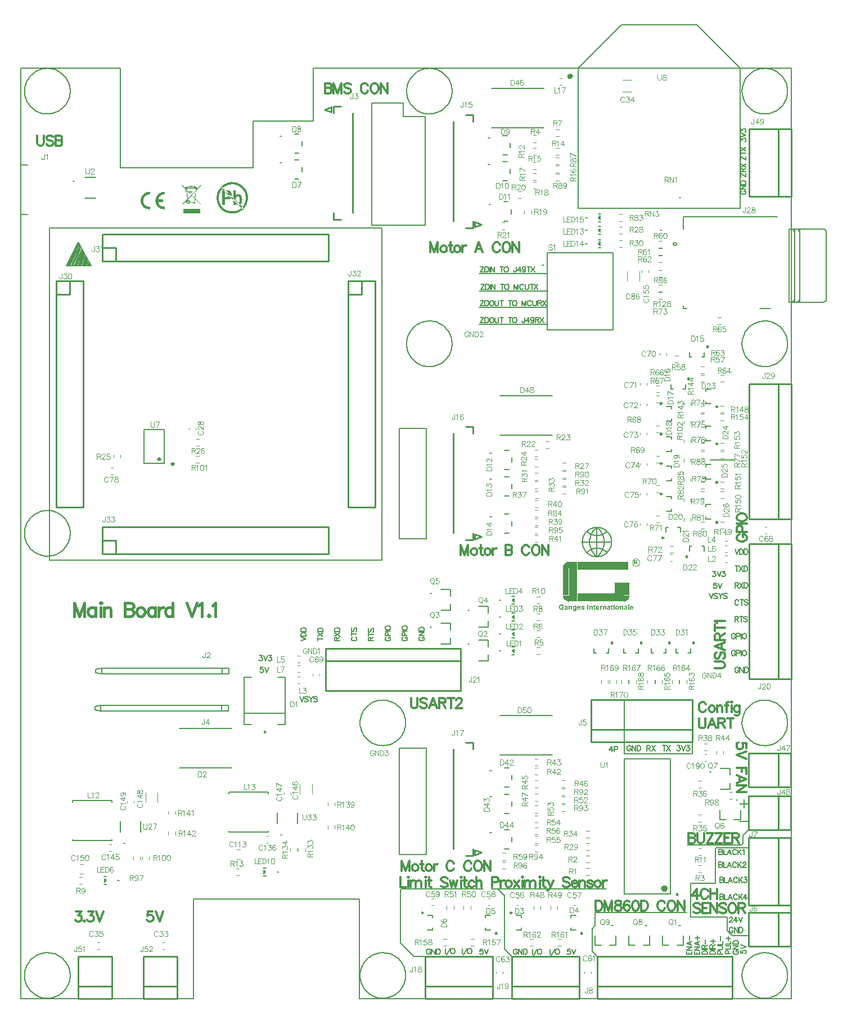
<source format=gto>
G04*
G04 #@! TF.GenerationSoftware,Altium Limited,Altium Designer,22.3.1 (43)*
G04*
G04 Layer_Color=65535*
%FSLAX25Y25*%
%MOIN*%
G70*
G04*
G04 #@! TF.SameCoordinates,3C66329E-7EC6-4DA4-B4DD-612C795C30B2*
G04*
G04*
G04 #@! TF.FilePolarity,Positive*
G04*
G01*
G75*
%ADD10C,0.00787*%
%ADD11C,0.01968*%
%ADD12C,0.00984*%
%ADD13C,0.00600*%
%ADD14C,0.01575*%
%ADD15C,0.00500*%
%ADD16C,0.01181*%
%ADD17C,0.00394*%
%ADD18C,0.01000*%
%ADD19C,0.00472*%
%ADD20R,0.03636X0.16271*%
%ADD21R,0.09090X0.07544*%
%ADD22R,0.27179X0.04772*%
%ADD23R,0.05091X0.23634*%
%ADD24R,0.30087X0.04818*%
G36*
X292394Y234987D02*
X291292Y236089D01*
X292394Y237192D01*
Y234987D01*
D02*
G37*
G36*
Y224987D02*
X291292Y226089D01*
X292394Y227192D01*
Y224987D01*
D02*
G37*
G36*
Y214987D02*
X291292Y216089D01*
X292394Y217192D01*
Y214987D01*
D02*
G37*
G36*
Y204987D02*
X291292Y206089D01*
X292394Y207192D01*
Y204987D01*
D02*
G37*
G36*
X145130Y75000D02*
X144027Y73898D01*
Y76102D01*
X145130Y75000D01*
D02*
G37*
G36*
X50602Y70000D02*
X49500Y68898D01*
Y71102D01*
X50602Y70000D01*
D02*
G37*
G36*
X321273Y238820D02*
Y238462D01*
X321413Y237759D01*
X321687Y237098D01*
X322085Y236502D01*
X322591Y235996D01*
X323186Y235598D01*
X323848Y235324D01*
X324551Y235184D01*
X324909D01*
D01*
Y238820D01*
X321273D01*
D02*
G37*
G36*
X325000Y258818D02*
X324633D01*
X323913Y258675D01*
X323235Y258394D01*
X322624Y257986D01*
X322105Y257467D01*
X321697Y256856D01*
X321416Y256178D01*
X321273Y255458D01*
Y255091D01*
D01*
X325000D01*
Y258818D01*
D02*
G37*
G36*
X360815Y238820D02*
Y238462D01*
X360675Y237759D01*
X360401Y237098D01*
X360003Y236502D01*
X359497Y235996D01*
X358902Y235598D01*
X358240Y235324D01*
X357537Y235184D01*
X357179D01*
D01*
Y238820D01*
X360815D01*
D02*
G37*
G36*
X343473Y448259D02*
X342370Y447157D01*
X343473Y446055D01*
Y448259D01*
D02*
G37*
G36*
Y456129D02*
X342370Y455027D01*
X343473Y453925D01*
Y456129D01*
D02*
G37*
G36*
Y463629D02*
X342370Y462527D01*
X343473Y461424D01*
Y463629D01*
D02*
G37*
G36*
X107000Y481764D02*
X103872Y478506D01*
X103779Y477618D01*
X103576Y475489D01*
X103428Y473953D01*
X106778Y470492D01*
X106556Y470269D01*
X103391Y473509D01*
X103205Y471528D01*
X103113D01*
Y470769D01*
X102410D01*
Y471528D01*
X100225D01*
X100151Y471380D01*
X100040Y471232D01*
X99892Y471065D01*
X99689Y470917D01*
X99448Y470843D01*
X99226Y470825D01*
X99004D01*
X98837Y470880D01*
X98633Y470954D01*
X98467Y471065D01*
X98337Y471195D01*
X98208Y471380D01*
X98115Y471584D01*
X98060Y471769D01*
X98041Y471935D01*
X98060Y472120D01*
X98097Y472268D01*
X98152Y472416D01*
X98226Y472565D01*
X98319Y472694D01*
X98448Y472824D01*
X98597Y472916D01*
X98726Y472972D01*
X98707Y473138D01*
X95931Y470269D01*
X95709Y470510D01*
X98671Y473583D01*
X98430Y476267D01*
X98263Y478210D01*
X97375D01*
Y479450D01*
X97615D01*
X95357Y481764D01*
X95598Y481986D01*
X97708Y479802D01*
Y479969D01*
X97671Y480006D01*
X97615Y480043D01*
X97560Y480098D01*
X97504Y480154D01*
X97467Y480246D01*
X97449Y480320D01*
X97430Y480413D01*
X97449Y480524D01*
X97486Y480598D01*
X97560Y480727D01*
X97652Y480801D01*
X97782Y480857D01*
X97912Y480876D01*
X98041Y480857D01*
X98152Y480820D01*
X98245Y480764D01*
X98282Y480709D01*
X98374Y480783D01*
X98504Y480876D01*
X98671Y480950D01*
X98911Y481042D01*
X99170Y481116D01*
X99429Y481172D01*
X99707Y481227D01*
X99929Y481246D01*
Y481523D01*
X101706D01*
Y481283D01*
X101854D01*
X102076Y481264D01*
X102317Y481227D01*
X102558Y481190D01*
Y481338D01*
X103316D01*
Y480987D01*
X103409Y480931D01*
X103539Y480876D01*
X103668Y480801D01*
X103779Y480727D01*
X103890Y480635D01*
X103964Y480561D01*
X104001Y480505D01*
X104038Y480431D01*
X104020Y480302D01*
X104464D01*
Y479728D01*
X103983D01*
X103909Y479006D01*
X106778Y481986D01*
X107000Y481764D01*
D02*
G37*
G36*
X106334Y467715D02*
Y467678D01*
Y467604D01*
Y467530D01*
Y467456D01*
Y467382D01*
Y467345D01*
Y467326D01*
Y467030D01*
Y466752D01*
Y466623D01*
Y466530D01*
Y466475D01*
Y466456D01*
Y466123D01*
Y465975D01*
Y465845D01*
Y465734D01*
Y465660D01*
Y465605D01*
Y465586D01*
Y465457D01*
Y465364D01*
Y465290D01*
Y465253D01*
Y465198D01*
X96209D01*
Y465216D01*
Y465253D01*
Y465401D01*
Y465531D01*
Y465568D01*
Y465586D01*
Y465882D01*
Y466160D01*
Y466290D01*
Y466382D01*
Y466438D01*
Y466456D01*
Y466789D01*
Y466938D01*
Y467067D01*
Y467178D01*
Y467252D01*
Y467308D01*
Y467326D01*
Y467456D01*
Y467567D01*
Y467641D01*
Y467678D01*
Y467715D01*
Y467733D01*
X106334D01*
Y467715D01*
D02*
G37*
G36*
X125808Y483573D02*
X126021Y483549D01*
X126234Y483526D01*
X126495Y483502D01*
X127063Y483407D01*
X127679Y483289D01*
X128319Y483099D01*
X128958Y482862D01*
X128982D01*
X129030Y482839D01*
X129124Y482791D01*
X129243Y482720D01*
X129385Y482649D01*
X129574Y482554D01*
X129977Y482341D01*
X130427Y482057D01*
X130925Y481702D01*
X131422Y481299D01*
X131920Y480849D01*
X131943Y480825D01*
X131967Y480801D01*
X132038Y480730D01*
X132133Y480635D01*
X132228Y480517D01*
X132346Y480351D01*
X132630Y480020D01*
X132962Y479569D01*
X133294Y479072D01*
X133625Y478503D01*
X133910Y477887D01*
Y477864D01*
X133933Y477816D01*
X133981Y477722D01*
X134028Y477603D01*
X134075Y477437D01*
X134146Y477248D01*
X134218Y477035D01*
X134289Y476798D01*
X134407Y476253D01*
X134526Y475661D01*
X134620Y474973D01*
X134644Y474263D01*
Y474239D01*
Y474168D01*
Y474073D01*
Y473931D01*
X134620Y473765D01*
X134597Y473576D01*
X134573Y473339D01*
X134549Y473102D01*
X134455Y472533D01*
X134336Y471917D01*
X134146Y471278D01*
X133910Y470638D01*
Y470614D01*
X133886Y470567D01*
X133839Y470472D01*
X133767Y470354D01*
X133696Y470212D01*
X133602Y470046D01*
X133388Y469643D01*
X133104Y469169D01*
X132773Y468672D01*
X132370Y468175D01*
X131920Y467677D01*
X131896Y467653D01*
X131872Y467630D01*
X131801Y467558D01*
X131707Y467464D01*
X131588Y467369D01*
X131422Y467227D01*
X131067Y466943D01*
X130640Y466635D01*
X130143Y466279D01*
X129551Y465971D01*
X128935Y465663D01*
X128911D01*
X128864Y465640D01*
X128769Y465592D01*
X128650Y465545D01*
X128485Y465497D01*
X128295Y465450D01*
X128082Y465379D01*
X127845Y465308D01*
X127300Y465190D01*
X126684Y465071D01*
X126021Y464976D01*
X125310Y464953D01*
X125121D01*
X124978Y464976D01*
X124813D01*
X124623Y465000D01*
X124386Y465024D01*
X124149Y465047D01*
X123581Y465119D01*
X122965Y465261D01*
X122325Y465426D01*
X121686Y465663D01*
X121662D01*
X121615Y465687D01*
X121520Y465734D01*
X121401Y465805D01*
X121259Y465876D01*
X121093Y465971D01*
X120691Y466185D01*
X120217Y466469D01*
X119719Y466824D01*
X119222Y467227D01*
X118724Y467677D01*
X118701Y467701D01*
X118677Y467724D01*
X118606Y467795D01*
X118511Y467914D01*
X118416Y468032D01*
X118274Y468175D01*
X117990Y468530D01*
X117682Y468980D01*
X117327Y469477D01*
X117019Y470046D01*
X116711Y470662D01*
Y470686D01*
X116687Y470733D01*
X116640Y470828D01*
X116592Y470970D01*
X116545Y471112D01*
X116498Y471302D01*
X116426Y471515D01*
X116355Y471752D01*
X116237Y472296D01*
X116119Y472913D01*
X116024Y473576D01*
X116000Y474263D01*
Y474287D01*
Y474358D01*
Y474452D01*
X116024Y474594D01*
Y474760D01*
X116047Y474973D01*
X116071Y475187D01*
X116095Y475447D01*
X116166Y475992D01*
X116308Y476608D01*
X116474Y477248D01*
X116711Y477887D01*
Y477911D01*
X116734Y477958D01*
X116782Y478053D01*
X116853Y478172D01*
X116924Y478314D01*
X117019Y478503D01*
X117232Y478906D01*
X117516Y479356D01*
X117871Y479854D01*
X118274Y480351D01*
X118724Y480849D01*
X118748Y480872D01*
X118772Y480896D01*
X118843Y480967D01*
X118961Y481062D01*
X119080Y481180D01*
X119222Y481299D01*
X119577Y481583D01*
X120027Y481915D01*
X120525Y482246D01*
X121093Y482554D01*
X121709Y482862D01*
X121733D01*
X121780Y482886D01*
X121875Y482933D01*
X122017Y482981D01*
X122159Y483028D01*
X122349Y483099D01*
X122562Y483170D01*
X122799Y483241D01*
X123344Y483360D01*
X123960Y483478D01*
X124623Y483573D01*
X125310Y483597D01*
X125642D01*
X125808Y483573D01*
D02*
G37*
G36*
X351849Y232878D02*
X351267D01*
Y233416D01*
X351849D01*
Y232878D01*
D02*
G37*
G36*
X320577Y233468D02*
X320625Y233464D01*
X320682Y233459D01*
X320743Y233455D01*
X320808Y233442D01*
X320948Y233416D01*
X321093Y233372D01*
X321167Y233346D01*
X321237Y233315D01*
X321302Y233280D01*
X321363Y233236D01*
X321368Y233232D01*
X321376Y233228D01*
X321394Y233210D01*
X321416Y233193D01*
X321442Y233171D01*
X321468Y233140D01*
X321499Y233105D01*
X321534Y233066D01*
X321569Y233022D01*
X321604Y232974D01*
X321639Y232922D01*
X321669Y232860D01*
X321704Y232799D01*
X321730Y232734D01*
X321757Y232660D01*
X321774Y232585D01*
X321167Y232472D01*
Y232476D01*
X321162Y232480D01*
X321154Y232507D01*
X321136Y232546D01*
X321110Y232598D01*
X321079Y232655D01*
X321036Y232712D01*
X320983Y232769D01*
X320922Y232821D01*
X320913Y232826D01*
X320891Y232843D01*
X320852Y232865D01*
X320804Y232887D01*
X320739Y232913D01*
X320664Y232930D01*
X320581Y232948D01*
X320485Y232952D01*
X320446D01*
X320420Y232948D01*
X320385Y232944D01*
X320345Y232939D01*
X320302Y232930D01*
X320253Y232922D01*
X320153Y232891D01*
X320100Y232869D01*
X320048Y232843D01*
X319996Y232812D01*
X319943Y232782D01*
X319895Y232738D01*
X319847Y232695D01*
X319843Y232690D01*
X319838Y232681D01*
X319825Y232668D01*
X319812Y232646D01*
X319795Y232620D01*
X319773Y232590D01*
X319751Y232550D01*
X319733Y232507D01*
X319711Y232454D01*
X319690Y232397D01*
X319668Y232336D01*
X319650Y232271D01*
X319637Y232196D01*
X319624Y232113D01*
X319620Y232030D01*
X319615Y231939D01*
Y231934D01*
Y231917D01*
Y231886D01*
X319620Y231851D01*
X319624Y231803D01*
X319629Y231755D01*
X319637Y231694D01*
X319646Y231633D01*
X319672Y231502D01*
X319716Y231366D01*
X319742Y231300D01*
X319773Y231239D01*
X319812Y231178D01*
X319851Y231126D01*
X319856Y231121D01*
X319865Y231113D01*
X319878Y231099D01*
X319895Y231082D01*
X319921Y231065D01*
X319948Y231038D01*
X319983Y231016D01*
X320022Y230990D01*
X320065Y230964D01*
X320109Y230942D01*
X320218Y230898D01*
X320280Y230881D01*
X320341Y230868D01*
X320411Y230859D01*
X320481Y230855D01*
X320516D01*
X320551Y230859D01*
X320603Y230863D01*
X320660Y230872D01*
X320725Y230885D01*
X320795Y230903D01*
X320865Y230929D01*
X320870D01*
X320874Y230933D01*
X320896Y230942D01*
X320935Y230960D01*
X320979Y230981D01*
X321031Y231008D01*
X321088Y231038D01*
X321145Y231073D01*
X321197Y231113D01*
Y231502D01*
X320498D01*
Y232013D01*
X321814D01*
Y230798D01*
X321805Y230789D01*
X321792Y230780D01*
X321779Y230767D01*
X321757Y230750D01*
X321735Y230732D01*
X321674Y230689D01*
X321591Y230641D01*
X321495Y230584D01*
X321385Y230527D01*
X321254Y230474D01*
X321250D01*
X321237Y230470D01*
X321219Y230461D01*
X321193Y230453D01*
X321158Y230444D01*
X321119Y230431D01*
X321075Y230418D01*
X321027Y230405D01*
X320918Y230378D01*
X320791Y230357D01*
X320660Y230339D01*
X320520Y230335D01*
X320472D01*
X320441Y230339D01*
X320398D01*
X320350Y230343D01*
X320297Y230352D01*
X320236Y230361D01*
X320109Y230383D01*
X319969Y230418D01*
X319825Y230466D01*
X319760Y230496D01*
X319690Y230531D01*
X319685Y230536D01*
X319677Y230540D01*
X319655Y230553D01*
X319633Y230571D01*
X319602Y230588D01*
X319572Y230614D01*
X319532Y230645D01*
X319493Y230680D01*
X319406Y230759D01*
X319318Y230859D01*
X319235Y230973D01*
X319161Y231104D01*
Y231108D01*
X319152Y231121D01*
X319143Y231143D01*
X319135Y231169D01*
X319122Y231204D01*
X319104Y231244D01*
X319091Y231292D01*
X319074Y231344D01*
X319056Y231401D01*
X319043Y231467D01*
X319012Y231602D01*
X318995Y231751D01*
X318986Y231912D01*
Y231917D01*
Y231934D01*
Y231960D01*
X318990Y231991D01*
Y232035D01*
X318995Y232083D01*
X319004Y232135D01*
X319012Y232196D01*
X319034Y232323D01*
X319069Y232467D01*
X319117Y232611D01*
X319148Y232681D01*
X319183Y232751D01*
X319187Y232756D01*
X319192Y232769D01*
X319205Y232786D01*
X319218Y232812D01*
X319240Y232843D01*
X319266Y232878D01*
X319296Y232917D01*
X319327Y232961D01*
X319366Y233005D01*
X319410Y233053D01*
X319458Y233101D01*
X319511Y233149D01*
X319567Y233193D01*
X319624Y233241D01*
X319760Y233319D01*
X319764D01*
X319773Y233328D01*
X319790Y233332D01*
X319812Y233346D01*
X319843Y233354D01*
X319873Y233367D01*
X319917Y233381D01*
X319961Y233398D01*
X320009Y233411D01*
X320065Y233424D01*
X320127Y233437D01*
X320188Y233451D01*
X320328Y233468D01*
X320485Y233472D01*
X320537D01*
X320577Y233468D01*
D02*
G37*
G36*
X344367Y232629D02*
X344415Y232620D01*
X344476Y232607D01*
X344542Y232585D01*
X344607Y232559D01*
X344677Y232520D01*
X344494Y232017D01*
X344489Y232021D01*
X344468Y232030D01*
X344441Y232048D01*
X344406Y232065D01*
X344363Y232083D01*
X344319Y232100D01*
X344271Y232109D01*
X344223Y232113D01*
X344205D01*
X344179Y232109D01*
X344153Y232104D01*
X344122Y232096D01*
X344087Y232083D01*
X344052Y232065D01*
X344018Y232043D01*
X344013Y232039D01*
X344004Y232030D01*
X343987Y232013D01*
X343969Y231986D01*
X343948Y231956D01*
X343926Y231912D01*
X343904Y231860D01*
X343886Y231799D01*
Y231790D01*
X343882Y231777D01*
X343878Y231764D01*
Y231742D01*
X343873Y231716D01*
X343869Y231681D01*
X343864Y231641D01*
X343860Y231598D01*
X343856Y231541D01*
X343851Y231484D01*
Y231414D01*
X343847Y231340D01*
X343843Y231257D01*
Y231165D01*
Y231065D01*
Y230392D01*
X343262D01*
Y232585D01*
X343799D01*
Y232275D01*
X343803Y232279D01*
X343821Y232306D01*
X343847Y232345D01*
X343882Y232393D01*
X343917Y232441D01*
X343961Y232489D01*
X344000Y232533D01*
X344044Y232563D01*
X344048Y232568D01*
X344061Y232576D01*
X344087Y232585D01*
X344118Y232598D01*
X344153Y232611D01*
X344197Y232625D01*
X344240Y232629D01*
X344293Y232633D01*
X344328D01*
X344367Y232629D01*
D02*
G37*
G36*
X356350D02*
X356398Y232625D01*
X356450Y232616D01*
X356507Y232603D01*
X356568Y232585D01*
X356629Y232563D01*
X356638Y232559D01*
X356656Y232550D01*
X356686Y232537D01*
X356721Y232515D01*
X356760Y232489D01*
X356800Y232458D01*
X356839Y232423D01*
X356874Y232384D01*
X356878Y232380D01*
X356887Y232367D01*
X356900Y232345D01*
X356918Y232314D01*
X356940Y232279D01*
X356957Y232236D01*
X356975Y232192D01*
X356988Y232139D01*
Y232135D01*
X356992Y232113D01*
X357001Y232083D01*
X357005Y232039D01*
X357014Y231986D01*
X357018Y231917D01*
X357023Y231842D01*
Y231751D01*
Y230392D01*
X356441D01*
Y231506D01*
Y231510D01*
Y231523D01*
Y231541D01*
Y231563D01*
Y231593D01*
Y231624D01*
X356437Y231698D01*
X356433Y231772D01*
X356424Y231851D01*
X356415Y231917D01*
X356411Y231943D01*
X356402Y231965D01*
Y231969D01*
X356393Y231982D01*
X356385Y232000D01*
X356371Y232026D01*
X356332Y232078D01*
X356310Y232104D01*
X356280Y232126D01*
X356275Y232131D01*
X356267Y232135D01*
X356249Y232144D01*
X356223Y232157D01*
X356192Y232170D01*
X356162Y232179D01*
X356122Y232183D01*
X356079Y232188D01*
X356052D01*
X356026Y232183D01*
X355991Y232179D01*
X355948Y232166D01*
X355904Y232153D01*
X355856Y232131D01*
X355808Y232104D01*
X355803Y232100D01*
X355790Y232091D01*
X355768Y232070D01*
X355742Y232048D01*
X355716Y232013D01*
X355690Y231978D01*
X355663Y231930D01*
X355646Y231882D01*
Y231877D01*
X355637Y231855D01*
X355633Y231821D01*
X355624Y231768D01*
X355620Y231737D01*
X355615Y231698D01*
X355611Y231659D01*
Y231611D01*
X355607Y231563D01*
X355602Y231506D01*
Y231445D01*
Y231379D01*
Y230392D01*
X355021D01*
Y232585D01*
X355559D01*
Y232262D01*
X355563Y232266D01*
X355572Y232279D01*
X355589Y232297D01*
X355611Y232319D01*
X355637Y232349D01*
X355672Y232380D01*
X355712Y232415D01*
X355755Y232450D01*
X355803Y232480D01*
X355860Y232515D01*
X355917Y232546D01*
X355982Y232576D01*
X356052Y232598D01*
X356122Y232616D01*
X356201Y232629D01*
X356280Y232633D01*
X356310D01*
X356350Y232629D01*
D02*
G37*
G36*
X346251D02*
X346299Y232625D01*
X346351Y232616D01*
X346408Y232603D01*
X346469Y232585D01*
X346530Y232563D01*
X346539Y232559D01*
X346556Y232550D01*
X346587Y232537D01*
X346622Y232515D01*
X346661Y232489D01*
X346701Y232458D01*
X346740Y232423D01*
X346775Y232384D01*
X346779Y232380D01*
X346788Y232367D01*
X346801Y232345D01*
X346819Y232314D01*
X346841Y232279D01*
X346858Y232236D01*
X346876Y232192D01*
X346889Y232139D01*
Y232135D01*
X346893Y232113D01*
X346902Y232083D01*
X346906Y232039D01*
X346915Y231986D01*
X346919Y231917D01*
X346923Y231842D01*
Y231751D01*
Y230392D01*
X346342D01*
Y231506D01*
Y231510D01*
Y231523D01*
Y231541D01*
Y231563D01*
Y231593D01*
Y231624D01*
X346338Y231698D01*
X346334Y231772D01*
X346325Y231851D01*
X346316Y231917D01*
X346312Y231943D01*
X346303Y231965D01*
Y231969D01*
X346294Y231982D01*
X346286Y232000D01*
X346272Y232026D01*
X346233Y232078D01*
X346211Y232104D01*
X346181Y232126D01*
X346176Y232131D01*
X346167Y232135D01*
X346150Y232144D01*
X346124Y232157D01*
X346093Y232170D01*
X346063Y232179D01*
X346023Y232183D01*
X345980Y232188D01*
X345953D01*
X345927Y232183D01*
X345892Y232179D01*
X345848Y232166D01*
X345805Y232153D01*
X345757Y232131D01*
X345709Y232104D01*
X345704Y232100D01*
X345691Y232091D01*
X345669Y232070D01*
X345643Y232048D01*
X345617Y232013D01*
X345591Y231978D01*
X345565Y231930D01*
X345547Y231882D01*
Y231877D01*
X345538Y231855D01*
X345534Y231821D01*
X345525Y231768D01*
X345521Y231737D01*
X345516Y231698D01*
X345512Y231659D01*
Y231611D01*
X345508Y231563D01*
X345503Y231506D01*
Y231445D01*
Y231379D01*
Y230392D01*
X344922D01*
Y232585D01*
X345460D01*
Y232262D01*
X345464Y232266D01*
X345473Y232279D01*
X345490Y232297D01*
X345512Y232319D01*
X345538Y232349D01*
X345573Y232380D01*
X345613Y232415D01*
X345656Y232450D01*
X345704Y232480D01*
X345761Y232515D01*
X345818Y232546D01*
X345883Y232576D01*
X345953Y232598D01*
X346023Y232616D01*
X346102Y232629D01*
X346181Y232633D01*
X346211D01*
X346251Y232629D01*
D02*
G37*
G36*
X338267D02*
X338315Y232625D01*
X338367Y232616D01*
X338424Y232603D01*
X338485Y232585D01*
X338546Y232563D01*
X338555Y232559D01*
X338573Y232550D01*
X338603Y232537D01*
X338638Y232515D01*
X338677Y232489D01*
X338717Y232458D01*
X338756Y232423D01*
X338791Y232384D01*
X338795Y232380D01*
X338804Y232367D01*
X338817Y232345D01*
X338835Y232314D01*
X338857Y232279D01*
X338874Y232236D01*
X338892Y232192D01*
X338905Y232139D01*
Y232135D01*
X338909Y232113D01*
X338918Y232083D01*
X338922Y232039D01*
X338931Y231986D01*
X338935Y231917D01*
X338940Y231842D01*
Y231751D01*
Y230392D01*
X338358D01*
Y231506D01*
Y231510D01*
Y231523D01*
Y231541D01*
Y231563D01*
Y231593D01*
Y231624D01*
X338354Y231698D01*
X338350Y231772D01*
X338341Y231851D01*
X338332Y231917D01*
X338328Y231943D01*
X338319Y231965D01*
Y231969D01*
X338310Y231982D01*
X338301Y232000D01*
X338288Y232026D01*
X338249Y232078D01*
X338227Y232104D01*
X338197Y232126D01*
X338192Y232131D01*
X338183Y232135D01*
X338166Y232144D01*
X338140Y232157D01*
X338109Y232170D01*
X338079Y232179D01*
X338039Y232183D01*
X337996Y232188D01*
X337969D01*
X337943Y232183D01*
X337908Y232179D01*
X337864Y232166D01*
X337821Y232153D01*
X337773Y232131D01*
X337725Y232104D01*
X337720Y232100D01*
X337707Y232091D01*
X337685Y232070D01*
X337659Y232048D01*
X337633Y232013D01*
X337607Y231978D01*
X337580Y231930D01*
X337563Y231882D01*
Y231877D01*
X337554Y231855D01*
X337550Y231821D01*
X337541Y231768D01*
X337537Y231737D01*
X337532Y231698D01*
X337528Y231659D01*
Y231611D01*
X337524Y231563D01*
X337519Y231506D01*
Y231445D01*
Y231379D01*
Y230392D01*
X336938D01*
Y232585D01*
X337476D01*
Y232262D01*
X337480Y232266D01*
X337489Y232279D01*
X337506Y232297D01*
X337528Y232319D01*
X337554Y232349D01*
X337589Y232380D01*
X337629Y232415D01*
X337672Y232450D01*
X337720Y232480D01*
X337777Y232515D01*
X337834Y232546D01*
X337899Y232576D01*
X337969Y232598D01*
X338039Y232616D01*
X338118Y232629D01*
X338197Y232633D01*
X338227D01*
X338267Y232629D01*
D02*
G37*
G36*
X326048D02*
X326096Y232625D01*
X326149Y232616D01*
X326205Y232603D01*
X326267Y232585D01*
X326328Y232563D01*
X326337Y232559D01*
X326354Y232550D01*
X326384Y232537D01*
X326419Y232515D01*
X326459Y232489D01*
X326498Y232458D01*
X326537Y232423D01*
X326572Y232384D01*
X326577Y232380D01*
X326586Y232367D01*
X326599Y232345D01*
X326616Y232314D01*
X326638Y232279D01*
X326656Y232236D01*
X326673Y232192D01*
X326686Y232139D01*
Y232135D01*
X326690Y232113D01*
X326699Y232083D01*
X326704Y232039D01*
X326712Y231986D01*
X326717Y231917D01*
X326721Y231842D01*
Y231751D01*
Y230392D01*
X326140D01*
Y231506D01*
Y231510D01*
Y231523D01*
Y231541D01*
Y231563D01*
Y231593D01*
Y231624D01*
X326135Y231698D01*
X326131Y231772D01*
X326122Y231851D01*
X326114Y231917D01*
X326109Y231943D01*
X326100Y231965D01*
Y231969D01*
X326092Y231982D01*
X326083Y232000D01*
X326070Y232026D01*
X326031Y232078D01*
X326009Y232104D01*
X325978Y232126D01*
X325974Y232131D01*
X325965Y232135D01*
X325947Y232144D01*
X325921Y232157D01*
X325891Y232170D01*
X325860Y232179D01*
X325821Y232183D01*
X325777Y232188D01*
X325751D01*
X325725Y232183D01*
X325690Y232179D01*
X325646Y232166D01*
X325602Y232153D01*
X325554Y232131D01*
X325506Y232104D01*
X325502Y232100D01*
X325489Y232091D01*
X325467Y232070D01*
X325441Y232048D01*
X325414Y232013D01*
X325388Y231978D01*
X325362Y231930D01*
X325344Y231882D01*
Y231877D01*
X325336Y231855D01*
X325331Y231821D01*
X325323Y231768D01*
X325318Y231737D01*
X325314Y231698D01*
X325309Y231659D01*
Y231611D01*
X325305Y231563D01*
X325301Y231506D01*
Y231445D01*
Y231379D01*
Y230392D01*
X324720D01*
Y232585D01*
X325257D01*
Y232262D01*
X325261Y232266D01*
X325270Y232279D01*
X325288Y232297D01*
X325309Y232319D01*
X325336Y232349D01*
X325371Y232380D01*
X325410Y232415D01*
X325454Y232450D01*
X325502Y232480D01*
X325559Y232515D01*
X325615Y232546D01*
X325681Y232576D01*
X325751Y232598D01*
X325821Y232616D01*
X325900Y232629D01*
X325978Y232633D01*
X326009D01*
X326048Y232629D01*
D02*
G37*
G36*
X333149D02*
X333193Y232625D01*
X333241Y232620D01*
X333294Y232616D01*
X333403Y232598D01*
X333512Y232572D01*
X333617Y232533D01*
X333665Y232511D01*
X333709Y232485D01*
X333713D01*
X333717Y232476D01*
X333744Y232458D01*
X333783Y232423D01*
X333827Y232376D01*
X333879Y232319D01*
X333927Y232244D01*
X333975Y232157D01*
X334010Y232056D01*
X333464Y231956D01*
Y231960D01*
X333455Y231978D01*
X333447Y232000D01*
X333433Y232026D01*
X333416Y232061D01*
X333390Y232091D01*
X333363Y232122D01*
X333329Y232148D01*
X333324Y232153D01*
X333311Y232161D01*
X333289Y232170D01*
X333259Y232183D01*
X333219Y232196D01*
X333171Y232209D01*
X333114Y232214D01*
X333049Y232218D01*
X333010D01*
X332970Y232214D01*
X332922Y232209D01*
X332865Y232201D01*
X332813Y232192D01*
X332765Y232174D01*
X332721Y232153D01*
X332717D01*
X332712Y232144D01*
X332691Y232122D01*
X332664Y232083D01*
X332660Y232061D01*
X332656Y232035D01*
Y232030D01*
Y232026D01*
X332664Y232000D01*
X332682Y231965D01*
X332695Y231947D01*
X332712Y231930D01*
X332717Y231925D01*
X332734Y231921D01*
X332743Y231912D01*
X332760Y231908D01*
X332782Y231899D01*
X332808Y231886D01*
X332843Y231877D01*
X332878Y231864D01*
X332922Y231851D01*
X332975Y231838D01*
X333031Y231821D01*
X333097Y231803D01*
X333171Y231785D01*
X333254Y231764D01*
X333259D01*
X333276Y231759D01*
X333298Y231755D01*
X333329Y231746D01*
X333368Y231733D01*
X333412Y231724D01*
X333508Y231694D01*
X333617Y231654D01*
X333722Y231611D01*
X333774Y231585D01*
X333822Y231563D01*
X333862Y231532D01*
X333901Y231506D01*
X333910Y231497D01*
X333931Y231480D01*
X333958Y231445D01*
X333993Y231397D01*
X334028Y231335D01*
X334054Y231261D01*
X334076Y231174D01*
X334085Y231078D01*
Y231073D01*
Y231065D01*
Y231047D01*
X334080Y231025D01*
X334076Y231003D01*
X334071Y230973D01*
X334054Y230898D01*
X334023Y230820D01*
X334001Y230776D01*
X333980Y230732D01*
X333949Y230689D01*
X333914Y230645D01*
X333875Y230601D01*
X333831Y230557D01*
X333827Y230553D01*
X333818Y230549D01*
X333805Y230540D01*
X333783Y230523D01*
X333757Y230509D01*
X333726Y230492D01*
X333687Y230470D01*
X333643Y230453D01*
X333595Y230431D01*
X333538Y230413D01*
X333477Y230392D01*
X333412Y230378D01*
X333337Y230365D01*
X333259Y230352D01*
X333175Y230348D01*
X333088Y230343D01*
X333044D01*
X333014Y230348D01*
X332975D01*
X332931Y230352D01*
X332883Y230357D01*
X332830Y230365D01*
X332717Y230387D01*
X332599Y230418D01*
X332481Y230461D01*
X332428Y230492D01*
X332376Y230523D01*
X332371Y230527D01*
X332363Y230531D01*
X332350Y230540D01*
X332336Y230557D01*
X332288Y230597D01*
X332236Y230654D01*
X332179Y230724D01*
X332127Y230807D01*
X332079Y230907D01*
X332039Y231016D01*
X332621Y231104D01*
Y231095D01*
X332629Y231078D01*
X332638Y231047D01*
X332651Y231008D01*
X332673Y230964D01*
X332699Y230925D01*
X332730Y230881D01*
X332769Y230846D01*
X332773Y230842D01*
X332791Y230833D01*
X332817Y230820D01*
X332852Y230807D01*
X332896Y230789D01*
X332953Y230776D01*
X333014Y230767D01*
X333088Y230763D01*
X333123D01*
X333167Y230767D01*
X333215Y230772D01*
X333267Y230780D01*
X333324Y230798D01*
X333377Y230815D01*
X333425Y230842D01*
X333429Y230846D01*
X333438Y230855D01*
X333451Y230868D01*
X333464Y230885D01*
X333477Y230907D01*
X333490Y230933D01*
X333499Y230964D01*
X333503Y230999D01*
Y231003D01*
Y231012D01*
X333499Y231038D01*
X333486Y231073D01*
X333460Y231108D01*
X333451Y231117D01*
X333438Y231121D01*
X333420Y231134D01*
X333394Y231143D01*
X333359Y231156D01*
X333320Y231169D01*
X333267Y231183D01*
X333259D01*
X333237Y231191D01*
X333202Y231200D01*
X333154Y231209D01*
X333097Y231222D01*
X333036Y231239D01*
X332966Y231257D01*
X332892Y231279D01*
X332738Y231322D01*
X332664Y231344D01*
X332594Y231370D01*
X332529Y231392D01*
X332468Y231418D01*
X332415Y231445D01*
X332376Y231467D01*
X332371Y231471D01*
X332363Y231475D01*
X332354Y231484D01*
X332336Y231502D01*
X332293Y231541D01*
X332249Y231598D01*
X332201Y231667D01*
X332157Y231751D01*
X332140Y231799D01*
X332131Y231851D01*
X332122Y231904D01*
X332118Y231960D01*
Y231965D01*
Y231973D01*
Y231986D01*
X332122Y232008D01*
X332127Y232030D01*
X332131Y232061D01*
X332144Y232126D01*
X332170Y232201D01*
X332214Y232279D01*
X332236Y232323D01*
X332267Y232362D01*
X332301Y232402D01*
X332341Y232437D01*
X332345Y232441D01*
X332350Y232445D01*
X332363Y232454D01*
X332384Y232467D01*
X332406Y232480D01*
X332437Y232498D01*
X332472Y232515D01*
X332511Y232537D01*
X332559Y232555D01*
X332612Y232572D01*
X332669Y232590D01*
X332730Y232603D01*
X332800Y232616D01*
X332874Y232625D01*
X332953Y232633D01*
X333114D01*
X333149Y232629D01*
D02*
G37*
G36*
X360541Y230392D02*
X359959D01*
Y233416D01*
X360541D01*
Y230392D01*
D02*
G37*
G36*
X358561Y232629D02*
X358596D01*
X358683Y232620D01*
X358775Y232611D01*
X358871Y232594D01*
X358963Y232568D01*
X359002Y232555D01*
X359042Y232537D01*
X359046D01*
X359050Y232533D01*
X359072Y232520D01*
X359107Y232502D01*
X359146Y232476D01*
X359194Y232441D01*
X359238Y232402D01*
X359278Y232354D01*
X359313Y232306D01*
X359317Y232297D01*
X359326Y232279D01*
X359339Y232240D01*
X359343Y232218D01*
X359352Y232188D01*
X359361Y232157D01*
X359365Y232118D01*
X359374Y232074D01*
X359378Y232026D01*
X359382Y231973D01*
X359387Y231917D01*
X359391Y231855D01*
Y231785D01*
X359382Y231108D01*
Y231104D01*
Y231095D01*
Y231082D01*
Y231060D01*
Y231008D01*
X359387Y230946D01*
Y230876D01*
X359396Y230807D01*
X359400Y230737D01*
X359409Y230680D01*
Y230676D01*
X359413Y230658D01*
X359422Y230627D01*
X359431Y230592D01*
X359448Y230549D01*
X359465Y230501D01*
X359487Y230448D01*
X359513Y230392D01*
X358941D01*
Y230396D01*
X358937Y230400D01*
X358932Y230418D01*
X358924Y230435D01*
X358915Y230457D01*
X358906Y230488D01*
X358897Y230523D01*
X358884Y230562D01*
Y230566D01*
X358880Y230571D01*
X358875Y230588D01*
X358867Y230610D01*
X358862Y230627D01*
X358854Y230623D01*
X358836Y230606D01*
X358806Y230579D01*
X358766Y230549D01*
X358718Y230514D01*
X358666Y230474D01*
X358605Y230444D01*
X358543Y230413D01*
X358535Y230409D01*
X358513Y230405D01*
X358478Y230392D01*
X358434Y230378D01*
X358382Y230365D01*
X358320Y230357D01*
X358251Y230348D01*
X358181Y230343D01*
X358150D01*
X358124Y230348D01*
X358098D01*
X358063Y230352D01*
X357988Y230365D01*
X357901Y230387D01*
X357814Y230418D01*
X357726Y230461D01*
X357647Y230523D01*
Y230527D01*
X357639Y230531D01*
X357617Y230557D01*
X357586Y230597D01*
X357551Y230649D01*
X357516Y230715D01*
X357486Y230793D01*
X357464Y230885D01*
X357460Y230933D01*
X357455Y230986D01*
Y230995D01*
Y231016D01*
X357460Y231051D01*
X357468Y231095D01*
X357477Y231148D01*
X357490Y231200D01*
X357512Y231257D01*
X357543Y231313D01*
X357547Y231322D01*
X357560Y231340D01*
X357578Y231366D01*
X357608Y231397D01*
X357639Y231432D01*
X357682Y231471D01*
X357731Y231506D01*
X357787Y231536D01*
X357796Y231541D01*
X357818Y231550D01*
X357853Y231563D01*
X357905Y231585D01*
X357971Y231606D01*
X358050Y231628D01*
X358146Y231650D01*
X358251Y231672D01*
X358255D01*
X358268Y231676D01*
X358290Y231681D01*
X358316Y231685D01*
X358351Y231689D01*
X358390Y231698D01*
X358478Y231720D01*
X358570Y231742D01*
X358666Y231764D01*
X358749Y231790D01*
X358788Y231803D01*
X358819Y231816D01*
Y231873D01*
Y231882D01*
Y231899D01*
X358814Y231930D01*
X358810Y231969D01*
X358797Y232008D01*
X358784Y232048D01*
X358762Y232083D01*
X358731Y232113D01*
X358727Y232118D01*
X358714Y232126D01*
X358692Y232135D01*
X358661Y232153D01*
X358618Y232166D01*
X358565Y232174D01*
X358500Y232183D01*
X358421Y232188D01*
X358395D01*
X358369Y232183D01*
X358334Y232179D01*
X358294Y232170D01*
X358251Y232161D01*
X358211Y232144D01*
X358176Y232122D01*
X358172Y232118D01*
X358163Y232109D01*
X358146Y232096D01*
X358128Y232074D01*
X358102Y232043D01*
X358080Y232004D01*
X358058Y231960D01*
X358036Y231908D01*
X357516Y232004D01*
Y232008D01*
X357521Y232017D01*
X357525Y232035D01*
X357534Y232056D01*
X357543Y232083D01*
X357556Y232113D01*
X357586Y232183D01*
X357630Y232258D01*
X357682Y232336D01*
X357744Y232410D01*
X357818Y232476D01*
X357822D01*
X357827Y232485D01*
X357840Y232489D01*
X357857Y232502D01*
X357884Y232511D01*
X357910Y232524D01*
X357945Y232541D01*
X357980Y232555D01*
X358023Y232568D01*
X358071Y232585D01*
X358124Y232598D01*
X358185Y232607D01*
X358246Y232620D01*
X358316Y232625D01*
X358386Y232633D01*
X358530D01*
X358561Y232629D01*
D02*
G37*
G36*
X351849Y230392D02*
X351267D01*
Y232585D01*
X351849D01*
Y230392D01*
D02*
G37*
G36*
X348462Y232629D02*
X348497D01*
X348584Y232620D01*
X348676Y232611D01*
X348772Y232594D01*
X348864Y232568D01*
X348903Y232555D01*
X348942Y232537D01*
X348947D01*
X348951Y232533D01*
X348973Y232520D01*
X349008Y232502D01*
X349047Y232476D01*
X349095Y232441D01*
X349139Y232402D01*
X349179Y232354D01*
X349213Y232306D01*
X349218Y232297D01*
X349226Y232279D01*
X349240Y232240D01*
X349244Y232218D01*
X349253Y232188D01*
X349261Y232157D01*
X349266Y232118D01*
X349275Y232074D01*
X349279Y232026D01*
X349283Y231973D01*
X349288Y231917D01*
X349292Y231855D01*
Y231785D01*
X349283Y231108D01*
Y231104D01*
Y231095D01*
Y231082D01*
Y231060D01*
Y231008D01*
X349288Y230946D01*
Y230876D01*
X349296Y230807D01*
X349301Y230737D01*
X349310Y230680D01*
Y230676D01*
X349314Y230658D01*
X349323Y230627D01*
X349331Y230592D01*
X349349Y230549D01*
X349366Y230501D01*
X349388Y230448D01*
X349414Y230392D01*
X348842D01*
Y230396D01*
X348838Y230400D01*
X348833Y230418D01*
X348825Y230435D01*
X348816Y230457D01*
X348807Y230488D01*
X348798Y230523D01*
X348785Y230562D01*
Y230566D01*
X348781Y230571D01*
X348776Y230588D01*
X348768Y230610D01*
X348763Y230627D01*
X348755Y230623D01*
X348737Y230606D01*
X348707Y230579D01*
X348667Y230549D01*
X348619Y230514D01*
X348567Y230474D01*
X348505Y230444D01*
X348444Y230413D01*
X348436Y230409D01*
X348414Y230405D01*
X348379Y230392D01*
X348335Y230378D01*
X348283Y230365D01*
X348221Y230357D01*
X348151Y230348D01*
X348082Y230343D01*
X348051D01*
X348025Y230348D01*
X347999D01*
X347964Y230352D01*
X347889Y230365D01*
X347802Y230387D01*
X347714Y230418D01*
X347627Y230461D01*
X347549Y230523D01*
Y230527D01*
X347540Y230531D01*
X347518Y230557D01*
X347487Y230597D01*
X347452Y230649D01*
X347417Y230715D01*
X347387Y230793D01*
X347365Y230885D01*
X347360Y230933D01*
X347356Y230986D01*
Y230995D01*
Y231016D01*
X347360Y231051D01*
X347369Y231095D01*
X347378Y231148D01*
X347391Y231200D01*
X347413Y231257D01*
X347444Y231313D01*
X347448Y231322D01*
X347461Y231340D01*
X347479Y231366D01*
X347509Y231397D01*
X347540Y231432D01*
X347583Y231471D01*
X347632Y231506D01*
X347688Y231536D01*
X347697Y231541D01*
X347719Y231550D01*
X347754Y231563D01*
X347806Y231585D01*
X347872Y231606D01*
X347951Y231628D01*
X348047Y231650D01*
X348151Y231672D01*
X348156D01*
X348169Y231676D01*
X348191Y231681D01*
X348217Y231685D01*
X348252Y231689D01*
X348291Y231698D01*
X348379Y231720D01*
X348470Y231742D01*
X348567Y231764D01*
X348650Y231790D01*
X348689Y231803D01*
X348720Y231816D01*
Y231873D01*
Y231882D01*
Y231899D01*
X348715Y231930D01*
X348711Y231969D01*
X348698Y232008D01*
X348685Y232048D01*
X348663Y232083D01*
X348632Y232113D01*
X348628Y232118D01*
X348615Y232126D01*
X348593Y232135D01*
X348562Y232153D01*
X348519Y232166D01*
X348466Y232174D01*
X348401Y232183D01*
X348322Y232188D01*
X348296D01*
X348270Y232183D01*
X348235Y232179D01*
X348195Y232170D01*
X348151Y232161D01*
X348112Y232144D01*
X348077Y232122D01*
X348073Y232118D01*
X348064Y232109D01*
X348047Y232096D01*
X348029Y232074D01*
X348003Y232043D01*
X347981Y232004D01*
X347959Y231960D01*
X347937Y231908D01*
X347417Y232004D01*
Y232008D01*
X347422Y232017D01*
X347426Y232035D01*
X347435Y232056D01*
X347444Y232083D01*
X347457Y232113D01*
X347487Y232183D01*
X347531Y232258D01*
X347583Y232336D01*
X347645Y232410D01*
X347719Y232476D01*
X347723D01*
X347728Y232485D01*
X347741Y232489D01*
X347758Y232502D01*
X347784Y232511D01*
X347811Y232524D01*
X347846Y232541D01*
X347881Y232555D01*
X347924Y232568D01*
X347972Y232585D01*
X348025Y232598D01*
X348086Y232607D01*
X348147Y232620D01*
X348217Y232625D01*
X348287Y232633D01*
X348431D01*
X348462Y232629D01*
D02*
G37*
G36*
X336366Y230392D02*
X335754D01*
Y233416D01*
X336366D01*
Y230392D01*
D02*
G37*
G36*
X323325Y232629D02*
X323360D01*
X323448Y232620D01*
X323540Y232611D01*
X323636Y232594D01*
X323728Y232568D01*
X323767Y232555D01*
X323806Y232537D01*
X323811D01*
X323815Y232533D01*
X323837Y232520D01*
X323872Y232502D01*
X323911Y232476D01*
X323959Y232441D01*
X324003Y232402D01*
X324042Y232354D01*
X324077Y232306D01*
X324082Y232297D01*
X324090Y232279D01*
X324103Y232240D01*
X324108Y232218D01*
X324116Y232188D01*
X324125Y232157D01*
X324130Y232118D01*
X324138Y232074D01*
X324143Y232026D01*
X324147Y231973D01*
X324151Y231917D01*
X324156Y231855D01*
Y231785D01*
X324147Y231108D01*
Y231104D01*
Y231095D01*
Y231082D01*
Y231060D01*
Y231008D01*
X324151Y230946D01*
Y230876D01*
X324160Y230807D01*
X324165Y230737D01*
X324173Y230680D01*
Y230676D01*
X324178Y230658D01*
X324186Y230627D01*
X324195Y230592D01*
X324213Y230549D01*
X324230Y230501D01*
X324252Y230448D01*
X324278Y230392D01*
X323706D01*
Y230396D01*
X323701Y230400D01*
X323697Y230418D01*
X323688Y230435D01*
X323679Y230457D01*
X323671Y230488D01*
X323662Y230523D01*
X323649Y230562D01*
Y230566D01*
X323644Y230571D01*
X323640Y230588D01*
X323631Y230610D01*
X323627Y230627D01*
X323618Y230623D01*
X323601Y230606D01*
X323570Y230579D01*
X323531Y230549D01*
X323483Y230514D01*
X323430Y230474D01*
X323369Y230444D01*
X323308Y230413D01*
X323299Y230409D01*
X323277Y230405D01*
X323242Y230392D01*
X323199Y230378D01*
X323146Y230365D01*
X323085Y230357D01*
X323015Y230348D01*
X322945Y230343D01*
X322915D01*
X322888Y230348D01*
X322862D01*
X322827Y230352D01*
X322753Y230365D01*
X322666Y230387D01*
X322578Y230418D01*
X322491Y230461D01*
X322412Y230523D01*
Y230527D01*
X322404Y230531D01*
X322382Y230557D01*
X322351Y230597D01*
X322316Y230649D01*
X322281Y230715D01*
X322251Y230793D01*
X322229Y230885D01*
X322224Y230933D01*
X322220Y230986D01*
Y230995D01*
Y231016D01*
X322224Y231051D01*
X322233Y231095D01*
X322242Y231148D01*
X322255Y231200D01*
X322277Y231257D01*
X322307Y231313D01*
X322312Y231322D01*
X322325Y231340D01*
X322342Y231366D01*
X322373Y231397D01*
X322404Y231432D01*
X322447Y231471D01*
X322495Y231506D01*
X322552Y231536D01*
X322561Y231541D01*
X322583Y231550D01*
X322618Y231563D01*
X322670Y231585D01*
X322736Y231606D01*
X322814Y231628D01*
X322910Y231650D01*
X323015Y231672D01*
X323020D01*
X323033Y231676D01*
X323055Y231681D01*
X323081Y231685D01*
X323116Y231689D01*
X323155Y231698D01*
X323242Y231720D01*
X323334Y231742D01*
X323430Y231764D01*
X323514Y231790D01*
X323553Y231803D01*
X323583Y231816D01*
Y231873D01*
Y231882D01*
Y231899D01*
X323579Y231930D01*
X323575Y231969D01*
X323562Y232008D01*
X323548Y232048D01*
X323527Y232083D01*
X323496Y232113D01*
X323492Y232118D01*
X323479Y232126D01*
X323457Y232135D01*
X323426Y232153D01*
X323382Y232166D01*
X323330Y232174D01*
X323264Y232183D01*
X323186Y232188D01*
X323160D01*
X323133Y232183D01*
X323098Y232179D01*
X323059Y232170D01*
X323015Y232161D01*
X322976Y232144D01*
X322941Y232122D01*
X322937Y232118D01*
X322928Y232109D01*
X322910Y232096D01*
X322893Y232074D01*
X322867Y232043D01*
X322845Y232004D01*
X322823Y231960D01*
X322801Y231908D01*
X322281Y232004D01*
Y232008D01*
X322286Y232017D01*
X322290Y232035D01*
X322299Y232056D01*
X322307Y232083D01*
X322320Y232113D01*
X322351Y232183D01*
X322395Y232258D01*
X322447Y232336D01*
X322508Y232410D01*
X322583Y232476D01*
X322587D01*
X322591Y232485D01*
X322604Y232489D01*
X322622Y232502D01*
X322648Y232511D01*
X322674Y232524D01*
X322709Y232541D01*
X322744Y232555D01*
X322788Y232568D01*
X322836Y232585D01*
X322888Y232598D01*
X322950Y232607D01*
X323011Y232620D01*
X323081Y232625D01*
X323151Y232633D01*
X323295D01*
X323325Y232629D01*
D02*
G37*
G36*
X362052D02*
X362092Y232625D01*
X362140Y232616D01*
X362192Y232607D01*
X362249Y232594D01*
X362310Y232576D01*
X362371Y232555D01*
X362437Y232528D01*
X362503Y232493D01*
X362564Y232458D01*
X362625Y232415D01*
X362686Y232362D01*
X362739Y232306D01*
X362743Y232301D01*
X362752Y232292D01*
X362765Y232271D01*
X362782Y232244D01*
X362804Y232209D01*
X362826Y232170D01*
X362852Y232118D01*
X362878Y232061D01*
X362905Y231995D01*
X362931Y231921D01*
X362953Y231842D01*
X362975Y231751D01*
X362992Y231654D01*
X363005Y231550D01*
X363014Y231440D01*
Y231318D01*
X361563D01*
Y231313D01*
Y231305D01*
Y231292D01*
X361567Y231274D01*
X361572Y231230D01*
X361580Y231169D01*
X361598Y231108D01*
X361624Y231038D01*
X361655Y230973D01*
X361699Y230916D01*
X361703Y230911D01*
X361725Y230894D01*
X361751Y230872D01*
X361790Y230846D01*
X361838Y230820D01*
X361899Y230798D01*
X361965Y230780D01*
X362035Y230776D01*
X362057D01*
X362083Y230780D01*
X362114Y230785D01*
X362149Y230793D01*
X362188Y230807D01*
X362227Y230824D01*
X362262Y230850D01*
X362267Y230855D01*
X362280Y230863D01*
X362297Y230881D01*
X362315Y230907D01*
X362341Y230942D01*
X362363Y230981D01*
X362385Y231034D01*
X362406Y231091D01*
X362983Y230995D01*
Y230990D01*
X362979Y230981D01*
X362970Y230964D01*
X362961Y230942D01*
X362948Y230916D01*
X362935Y230885D01*
X362896Y230815D01*
X362848Y230737D01*
X362787Y230654D01*
X362712Y230579D01*
X362629Y230509D01*
X362625D01*
X362621Y230501D01*
X362603Y230496D01*
X362586Y230483D01*
X362564Y230470D01*
X362533Y230457D01*
X362503Y230444D01*
X362463Y230426D01*
X362376Y230396D01*
X362275Y230370D01*
X362157Y230352D01*
X362031Y230343D01*
X362004D01*
X361978Y230348D01*
X361939D01*
X361891Y230357D01*
X361834Y230365D01*
X361773Y230374D01*
X361712Y230392D01*
X361642Y230409D01*
X361572Y230435D01*
X361502Y230466D01*
X361432Y230501D01*
X361362Y230544D01*
X361297Y230592D01*
X361240Y230649D01*
X361183Y230715D01*
X361178Y230719D01*
X361174Y230728D01*
X361165Y230745D01*
X361148Y230767D01*
X361135Y230798D01*
X361117Y230833D01*
X361095Y230872D01*
X361078Y230920D01*
X361056Y230973D01*
X361039Y231030D01*
X361017Y231091D01*
X361004Y231161D01*
X360991Y231230D01*
X360978Y231305D01*
X360973Y231388D01*
X360969Y231471D01*
Y231475D01*
Y231493D01*
Y231523D01*
X360973Y231563D01*
X360978Y231606D01*
X360982Y231659D01*
X360991Y231716D01*
X361004Y231781D01*
X361039Y231917D01*
X361061Y231986D01*
X361087Y232061D01*
X361122Y232131D01*
X361161Y232196D01*
X361205Y232262D01*
X361253Y232323D01*
X361257Y232327D01*
X361266Y232336D01*
X361283Y232354D01*
X361305Y232371D01*
X361331Y232393D01*
X361366Y232419D01*
X361406Y232450D01*
X361449Y232480D01*
X361497Y232507D01*
X361554Y232537D01*
X361611Y232563D01*
X361677Y232585D01*
X361742Y232603D01*
X361817Y232620D01*
X361891Y232629D01*
X361969Y232633D01*
X362017D01*
X362052Y232629D01*
D02*
G37*
G36*
X353522D02*
X353566Y232625D01*
X353614Y232616D01*
X353671Y232607D01*
X353728Y232594D01*
X353793Y232576D01*
X353859Y232555D01*
X353924Y232528D01*
X353994Y232498D01*
X354064Y232458D01*
X354130Y232415D01*
X354195Y232367D01*
X354256Y232310D01*
X354261Y232306D01*
X354270Y232297D01*
X354287Y232275D01*
X354305Y232253D01*
X354331Y232218D01*
X354357Y232183D01*
X354387Y232135D01*
X354418Y232087D01*
X354444Y232030D01*
X354475Y231969D01*
X354501Y231899D01*
X354527Y231829D01*
X354545Y231751D01*
X354562Y231672D01*
X354571Y231585D01*
X354575Y231493D01*
Y231488D01*
Y231471D01*
Y231445D01*
X354571Y231410D01*
X354567Y231366D01*
X354558Y231318D01*
X354549Y231261D01*
X354536Y231204D01*
X354519Y231139D01*
X354497Y231073D01*
X354470Y231003D01*
X354440Y230933D01*
X354401Y230863D01*
X354357Y230798D01*
X354309Y230732D01*
X354252Y230667D01*
X354248Y230662D01*
X354239Y230654D01*
X354221Y230636D01*
X354195Y230614D01*
X354165Y230592D01*
X354125Y230566D01*
X354082Y230536D01*
X354033Y230505D01*
X353977Y230474D01*
X353916Y230444D01*
X353850Y230418D01*
X353776Y230396D01*
X353701Y230374D01*
X353618Y230357D01*
X353535Y230348D01*
X353444Y230343D01*
X353413D01*
X353391Y230348D01*
X353365D01*
X353334Y230352D01*
X353260Y230361D01*
X353168Y230378D01*
X353072Y230400D01*
X352972Y230435D01*
X352867Y230479D01*
X352862D01*
X352854Y230483D01*
X352840Y230492D01*
X352823Y230505D01*
X352775Y230536D01*
X352714Y230579D01*
X352648Y230636D01*
X352578Y230706D01*
X352513Y230785D01*
X352452Y230876D01*
Y230881D01*
X352447Y230890D01*
X352438Y230903D01*
X352430Y230925D01*
X352421Y230951D01*
X352408Y230981D01*
X352395Y231016D01*
X352382Y231056D01*
X352369Y231099D01*
X352356Y231148D01*
X352334Y231257D01*
X352316Y231383D01*
X352312Y231519D01*
Y231523D01*
Y231532D01*
Y231550D01*
X352316Y231567D01*
Y231593D01*
X352321Y231624D01*
X352329Y231698D01*
X352347Y231781D01*
X352373Y231873D01*
X352403Y231973D01*
X352452Y232074D01*
Y232078D01*
X352460Y232087D01*
X352465Y232100D01*
X352478Y232118D01*
X352513Y232166D01*
X352556Y232227D01*
X352613Y232292D01*
X352683Y232362D01*
X352762Y232428D01*
X352854Y232489D01*
X352858D01*
X352867Y232493D01*
X352880Y232502D01*
X352902Y232511D01*
X352923Y232524D01*
X352954Y232533D01*
X352989Y232546D01*
X353024Y232563D01*
X353112Y232590D01*
X353212Y232611D01*
X353321Y232629D01*
X353439Y232633D01*
X353487D01*
X353522Y232629D01*
D02*
G37*
G36*
X350472Y232585D02*
X350870D01*
Y232122D01*
X350472D01*
Y231235D01*
Y231230D01*
Y231222D01*
Y231209D01*
Y231191D01*
Y231148D01*
Y231095D01*
X350476Y231043D01*
Y230990D01*
Y230951D01*
X350481Y230933D01*
Y230925D01*
X350485Y230916D01*
X350494Y230898D01*
X350507Y230876D01*
X350533Y230850D01*
X350542Y230846D01*
X350559Y230837D01*
X350590Y230828D01*
X350629Y230824D01*
X350647D01*
X350664Y230828D01*
X350691Y230833D01*
X350725Y230837D01*
X350765Y230846D01*
X350813Y230859D01*
X350865Y230876D01*
X350918Y230426D01*
X350913D01*
X350909Y230422D01*
X350883Y230413D01*
X350839Y230400D01*
X350782Y230387D01*
X350717Y230370D01*
X350638Y230357D01*
X350551Y230348D01*
X350459Y230343D01*
X350433D01*
X350402Y230348D01*
X350363Y230352D01*
X350319Y230357D01*
X350271Y230365D01*
X350223Y230378D01*
X350175Y230396D01*
X350170Y230400D01*
X350153Y230405D01*
X350131Y230418D01*
X350105Y230431D01*
X350044Y230474D01*
X350013Y230501D01*
X349987Y230531D01*
X349983Y230536D01*
X349978Y230549D01*
X349969Y230566D01*
X349956Y230592D01*
X349943Y230623D01*
X349930Y230662D01*
X349917Y230706D01*
X349908Y230754D01*
Y230759D01*
X349904Y230776D01*
Y230802D01*
X349900Y230846D01*
X349895Y230903D01*
Y230973D01*
X349891Y231012D01*
Y231060D01*
Y231108D01*
Y231165D01*
Y232122D01*
X349624D01*
Y232585D01*
X349891D01*
Y233022D01*
X350472Y233363D01*
Y232585D01*
D02*
G37*
G36*
X341850Y232629D02*
X341889Y232625D01*
X341937Y232616D01*
X341990Y232607D01*
X342047Y232594D01*
X342108Y232576D01*
X342169Y232555D01*
X342234Y232528D01*
X342300Y232493D01*
X342361Y232458D01*
X342422Y232415D01*
X342484Y232362D01*
X342536Y232306D01*
X342540Y232301D01*
X342549Y232292D01*
X342562Y232271D01*
X342580Y232244D01*
X342602Y232209D01*
X342623Y232170D01*
X342650Y232118D01*
X342676Y232061D01*
X342702Y231995D01*
X342728Y231921D01*
X342750Y231842D01*
X342772Y231751D01*
X342790Y231654D01*
X342803Y231550D01*
X342811Y231440D01*
Y231318D01*
X341360D01*
Y231313D01*
Y231305D01*
Y231292D01*
X341365Y231274D01*
X341369Y231230D01*
X341378Y231169D01*
X341395Y231108D01*
X341422Y231038D01*
X341452Y230973D01*
X341496Y230916D01*
X341500Y230911D01*
X341522Y230894D01*
X341548Y230872D01*
X341588Y230846D01*
X341636Y230820D01*
X341697Y230798D01*
X341763Y230780D01*
X341832Y230776D01*
X341854D01*
X341881Y230780D01*
X341911Y230785D01*
X341946Y230793D01*
X341985Y230807D01*
X342025Y230824D01*
X342060Y230850D01*
X342064Y230855D01*
X342077Y230863D01*
X342095Y230881D01*
X342112Y230907D01*
X342138Y230942D01*
X342160Y230981D01*
X342182Y231034D01*
X342204Y231091D01*
X342781Y230995D01*
Y230990D01*
X342776Y230981D01*
X342768Y230964D01*
X342759Y230942D01*
X342746Y230916D01*
X342733Y230885D01*
X342693Y230815D01*
X342645Y230737D01*
X342584Y230654D01*
X342510Y230579D01*
X342427Y230509D01*
X342422D01*
X342418Y230501D01*
X342401Y230496D01*
X342383Y230483D01*
X342361Y230470D01*
X342331Y230457D01*
X342300Y230444D01*
X342261Y230426D01*
X342173Y230396D01*
X342073Y230370D01*
X341955Y230352D01*
X341828Y230343D01*
X341802D01*
X341776Y230348D01*
X341736D01*
X341688Y230357D01*
X341632Y230365D01*
X341570Y230374D01*
X341509Y230392D01*
X341439Y230409D01*
X341369Y230435D01*
X341299Y230466D01*
X341229Y230501D01*
X341160Y230544D01*
X341094Y230592D01*
X341037Y230649D01*
X340980Y230715D01*
X340976Y230719D01*
X340972Y230728D01*
X340963Y230745D01*
X340945Y230767D01*
X340932Y230798D01*
X340915Y230833D01*
X340893Y230872D01*
X340876Y230920D01*
X340854Y230973D01*
X340836Y231030D01*
X340814Y231091D01*
X340801Y231161D01*
X340788Y231230D01*
X340775Y231305D01*
X340771Y231388D01*
X340766Y231471D01*
Y231475D01*
Y231493D01*
Y231523D01*
X340771Y231563D01*
X340775Y231606D01*
X340779Y231659D01*
X340788Y231716D01*
X340801Y231781D01*
X340836Y231917D01*
X340858Y231986D01*
X340884Y232061D01*
X340919Y232131D01*
X340958Y232196D01*
X341002Y232262D01*
X341050Y232323D01*
X341055Y232327D01*
X341063Y232336D01*
X341081Y232354D01*
X341103Y232371D01*
X341129Y232393D01*
X341164Y232419D01*
X341203Y232450D01*
X341247Y232480D01*
X341295Y232507D01*
X341352Y232537D01*
X341409Y232563D01*
X341474Y232585D01*
X341540Y232603D01*
X341614Y232620D01*
X341688Y232629D01*
X341767Y232633D01*
X341815D01*
X341850Y232629D01*
D02*
G37*
G36*
X340137Y232585D02*
X340535D01*
Y232122D01*
X340137D01*
Y231235D01*
Y231230D01*
Y231222D01*
Y231209D01*
Y231191D01*
Y231148D01*
Y231095D01*
X340141Y231043D01*
Y230990D01*
Y230951D01*
X340146Y230933D01*
Y230925D01*
X340150Y230916D01*
X340159Y230898D01*
X340172Y230876D01*
X340198Y230850D01*
X340207Y230846D01*
X340224Y230837D01*
X340255Y230828D01*
X340294Y230824D01*
X340312D01*
X340329Y230828D01*
X340355Y230833D01*
X340390Y230837D01*
X340430Y230846D01*
X340478Y230859D01*
X340530Y230876D01*
X340583Y230426D01*
X340578D01*
X340574Y230422D01*
X340548Y230413D01*
X340504Y230400D01*
X340447Y230387D01*
X340382Y230370D01*
X340303Y230357D01*
X340216Y230348D01*
X340124Y230343D01*
X340098D01*
X340067Y230348D01*
X340028Y230352D01*
X339984Y230357D01*
X339936Y230365D01*
X339888Y230378D01*
X339840Y230396D01*
X339835Y230400D01*
X339818Y230405D01*
X339796Y230418D01*
X339770Y230431D01*
X339709Y230474D01*
X339678Y230501D01*
X339652Y230531D01*
X339648Y230536D01*
X339643Y230549D01*
X339634Y230566D01*
X339621Y230592D01*
X339608Y230623D01*
X339595Y230662D01*
X339582Y230706D01*
X339573Y230754D01*
Y230759D01*
X339569Y230776D01*
Y230802D01*
X339564Y230846D01*
X339560Y230903D01*
Y230973D01*
X339556Y231012D01*
Y231060D01*
Y231108D01*
Y231165D01*
Y232122D01*
X339289D01*
Y232585D01*
X339556D01*
Y233022D01*
X340137Y233363D01*
Y232585D01*
D02*
G37*
G36*
X330807Y232629D02*
X330846Y232625D01*
X330894Y232616D01*
X330947Y232607D01*
X331004Y232594D01*
X331065Y232576D01*
X331126Y232555D01*
X331191Y232528D01*
X331257Y232493D01*
X331318Y232458D01*
X331379Y232415D01*
X331441Y232362D01*
X331493Y232306D01*
X331497Y232301D01*
X331506Y232292D01*
X331519Y232271D01*
X331537Y232244D01*
X331559Y232209D01*
X331580Y232170D01*
X331607Y232118D01*
X331633Y232061D01*
X331659Y231995D01*
X331685Y231921D01*
X331707Y231842D01*
X331729Y231751D01*
X331747Y231654D01*
X331760Y231550D01*
X331768Y231440D01*
Y231318D01*
X330317D01*
Y231313D01*
Y231305D01*
Y231292D01*
X330322Y231274D01*
X330326Y231230D01*
X330335Y231169D01*
X330352Y231108D01*
X330379Y231038D01*
X330409Y230973D01*
X330453Y230916D01*
X330457Y230911D01*
X330479Y230894D01*
X330505Y230872D01*
X330545Y230846D01*
X330593Y230820D01*
X330654Y230798D01*
X330720Y230780D01*
X330789Y230776D01*
X330811D01*
X330838Y230780D01*
X330868Y230785D01*
X330903Y230793D01*
X330943Y230807D01*
X330982Y230824D01*
X331017Y230850D01*
X331021Y230855D01*
X331034Y230863D01*
X331052Y230881D01*
X331069Y230907D01*
X331095Y230942D01*
X331117Y230981D01*
X331139Y231034D01*
X331161Y231091D01*
X331738Y230995D01*
Y230990D01*
X331733Y230981D01*
X331725Y230964D01*
X331716Y230942D01*
X331703Y230916D01*
X331690Y230885D01*
X331650Y230815D01*
X331602Y230737D01*
X331541Y230654D01*
X331467Y230579D01*
X331384Y230509D01*
X331379D01*
X331375Y230501D01*
X331358Y230496D01*
X331340Y230483D01*
X331318Y230470D01*
X331288Y230457D01*
X331257Y230444D01*
X331218Y230426D01*
X331130Y230396D01*
X331030Y230370D01*
X330912Y230352D01*
X330785Y230343D01*
X330759D01*
X330733Y230348D01*
X330693D01*
X330645Y230357D01*
X330589Y230365D01*
X330527Y230374D01*
X330466Y230392D01*
X330396Y230409D01*
X330326Y230435D01*
X330256Y230466D01*
X330186Y230501D01*
X330117Y230544D01*
X330051Y230592D01*
X329994Y230649D01*
X329937Y230715D01*
X329933Y230719D01*
X329929Y230728D01*
X329920Y230745D01*
X329902Y230767D01*
X329889Y230798D01*
X329872Y230833D01*
X329850Y230872D01*
X329833Y230920D01*
X329811Y230973D01*
X329793Y231030D01*
X329771Y231091D01*
X329758Y231161D01*
X329745Y231230D01*
X329732Y231305D01*
X329728Y231388D01*
X329723Y231471D01*
Y231475D01*
Y231493D01*
Y231523D01*
X329728Y231563D01*
X329732Y231606D01*
X329736Y231659D01*
X329745Y231716D01*
X329758Y231781D01*
X329793Y231917D01*
X329815Y231986D01*
X329841Y232061D01*
X329876Y232131D01*
X329915Y232196D01*
X329959Y232262D01*
X330007Y232323D01*
X330012Y232327D01*
X330020Y232336D01*
X330038Y232354D01*
X330060Y232371D01*
X330086Y232393D01*
X330121Y232419D01*
X330160Y232450D01*
X330204Y232480D01*
X330252Y232507D01*
X330309Y232537D01*
X330366Y232563D01*
X330431Y232585D01*
X330497Y232603D01*
X330571Y232620D01*
X330645Y232629D01*
X330724Y232633D01*
X330772D01*
X330807Y232629D01*
D02*
G37*
G36*
X328141D02*
X328172D01*
X328203Y232620D01*
X328246Y232616D01*
X328290Y232603D01*
X328338Y232590D01*
X328390Y232568D01*
X328443Y232546D01*
X328500Y232515D01*
X328556Y232480D01*
X328613Y232441D01*
X328670Y232389D01*
X328723Y232336D01*
X328775Y232271D01*
Y232585D01*
X329317D01*
Y230614D01*
Y230610D01*
Y230597D01*
Y230579D01*
Y230553D01*
Y230518D01*
X329312Y230483D01*
X329308Y230400D01*
X329299Y230304D01*
X329291Y230208D01*
X329273Y230116D01*
X329264Y230077D01*
X329251Y230037D01*
X329247Y230029D01*
X329238Y230007D01*
X329225Y229972D01*
X329203Y229928D01*
X329177Y229880D01*
X329146Y229828D01*
X329111Y229780D01*
X329068Y229736D01*
X329063Y229732D01*
X329046Y229718D01*
X329020Y229697D01*
X328989Y229675D01*
X328945Y229649D01*
X328893Y229618D01*
X328832Y229592D01*
X328762Y229566D01*
X328753Y229561D01*
X328727Y229557D01*
X328688Y229544D01*
X328631Y229535D01*
X328556Y229522D01*
X328473Y229509D01*
X328377Y229504D01*
X328272Y229500D01*
X328220D01*
X328181Y229504D01*
X328137D01*
X328084Y229509D01*
X328028Y229518D01*
X327966Y229526D01*
X327835Y229548D01*
X327704Y229583D01*
X327643Y229605D01*
X327582Y229631D01*
X327530Y229657D01*
X327481Y229692D01*
X327477Y229697D01*
X327473Y229701D01*
X327447Y229727D01*
X327407Y229767D01*
X327368Y229823D01*
X327324Y229893D01*
X327285Y229976D01*
X327258Y230072D01*
X327254Y230125D01*
X327250Y230177D01*
Y230182D01*
Y230199D01*
Y230221D01*
X327254Y230247D01*
X327918Y230169D01*
Y230164D01*
X327923Y230151D01*
X327927Y230129D01*
X327931Y230107D01*
X327953Y230055D01*
X327971Y230029D01*
X327993Y230011D01*
X327997Y230007D01*
X328010Y230003D01*
X328028Y229989D01*
X328058Y229981D01*
X328093Y229968D01*
X328137Y229955D01*
X328189Y229950D01*
X328251Y229946D01*
X328290D01*
X328329Y229950D01*
X328377Y229955D01*
X328434Y229963D01*
X328491Y229976D01*
X328543Y229994D01*
X328591Y230016D01*
X328596Y230020D01*
X328605Y230024D01*
X328618Y230033D01*
X328635Y230051D01*
X328653Y230072D01*
X328670Y230099D01*
X328688Y230129D01*
X328705Y230164D01*
Y230169D01*
X328709Y230177D01*
X328714Y230195D01*
X328723Y230225D01*
X328727Y230260D01*
X328731Y230304D01*
X328736Y230361D01*
Y230426D01*
Y230745D01*
X328731Y230741D01*
X328723Y230732D01*
X328709Y230715D01*
X328688Y230689D01*
X328666Y230662D01*
X328635Y230632D01*
X328596Y230601D01*
X328556Y230571D01*
X328513Y230536D01*
X328460Y230505D01*
X328351Y230448D01*
X328290Y230426D01*
X328224Y230409D01*
X328154Y230396D01*
X328080Y230392D01*
X328063D01*
X328036Y230396D01*
X328006D01*
X327971Y230405D01*
X327927Y230413D01*
X327879Y230422D01*
X327827Y230440D01*
X327774Y230457D01*
X327717Y230483D01*
X327656Y230514D01*
X327599Y230549D01*
X327543Y230592D01*
X327486Y230641D01*
X327433Y230697D01*
X327381Y230763D01*
Y230767D01*
X327372Y230776D01*
X327363Y230793D01*
X327350Y230815D01*
X327333Y230846D01*
X327315Y230881D01*
X327298Y230920D01*
X327280Y230968D01*
X327263Y231016D01*
X327245Y231073D01*
X327228Y231134D01*
X327210Y231200D01*
X327189Y231340D01*
X327184Y231418D01*
X327180Y231497D01*
Y231502D01*
Y231523D01*
Y231550D01*
X327184Y231589D01*
X327189Y231633D01*
X327193Y231685D01*
X327202Y231746D01*
X327215Y231807D01*
X327245Y231947D01*
X327267Y232017D01*
X327289Y232087D01*
X327320Y232153D01*
X327355Y232223D01*
X327394Y232284D01*
X327442Y232341D01*
X327447Y232345D01*
X327455Y232354D01*
X327468Y232367D01*
X327490Y232389D01*
X327516Y232410D01*
X327547Y232432D01*
X327582Y232458D01*
X327626Y232489D01*
X327669Y232515D01*
X327722Y232541D01*
X327831Y232590D01*
X327897Y232607D01*
X327962Y232620D01*
X328032Y232629D01*
X328102Y232633D01*
X328119D01*
X328141Y232629D01*
D02*
G37*
G36*
X364607Y259828D02*
X364647D01*
X364687Y259824D01*
X364734D01*
X364829Y259813D01*
X364927Y259803D01*
X365018Y259784D01*
X365058Y259773D01*
X365095Y259762D01*
X365098D01*
X365102Y259759D01*
X365124Y259748D01*
X365157Y259730D01*
X365200Y259708D01*
X365248Y259671D01*
X365295Y259631D01*
X365342Y259580D01*
X365386Y259519D01*
Y259515D01*
X365389Y259511D01*
X365397Y259500D01*
X365404Y259489D01*
X365422Y259453D01*
X365444Y259406D01*
X365462Y259348D01*
X365480Y259282D01*
X365495Y259206D01*
X365499Y259125D01*
Y259122D01*
Y259115D01*
Y259096D01*
X365495Y259078D01*
Y259053D01*
X365491Y259027D01*
X365477Y258962D01*
X365459Y258885D01*
X365429Y258809D01*
X365386Y258729D01*
X365360Y258692D01*
X365331Y258656D01*
X365328Y258652D01*
X365324Y258649D01*
X365313Y258638D01*
X365299Y258627D01*
X365284Y258612D01*
X365262Y258594D01*
X365237Y258576D01*
X365208Y258558D01*
X365175Y258536D01*
X365135Y258518D01*
X365095Y258499D01*
X365051Y258481D01*
X365000Y258463D01*
X364949Y258448D01*
X364895Y258434D01*
X364833Y258423D01*
X364836D01*
X364840Y258419D01*
X364862Y258405D01*
X364891Y258386D01*
X364927Y258361D01*
X364971Y258328D01*
X365015Y258295D01*
X365062Y258256D01*
X365102Y258212D01*
X365106Y258208D01*
X365124Y258190D01*
X365146Y258161D01*
X365178Y258117D01*
X365222Y258063D01*
X365244Y258026D01*
X365269Y257990D01*
X365299Y257950D01*
X365328Y257906D01*
X365360Y257855D01*
X365393Y257804D01*
X365703Y257313D01*
X365091D01*
X364727Y257859D01*
X364723Y257862D01*
X364720Y257873D01*
X364709Y257888D01*
X364694Y257906D01*
X364680Y257928D01*
X364662Y257957D01*
X364621Y258015D01*
X364574Y258081D01*
X364530Y258139D01*
X364490Y258194D01*
X364472Y258212D01*
X364458Y258230D01*
X364454Y258234D01*
X364447Y258241D01*
X364432Y258256D01*
X364414Y258274D01*
X364388Y258288D01*
X364363Y258306D01*
X364334Y258321D01*
X364305Y258336D01*
X364301D01*
X364290Y258339D01*
X364272Y258347D01*
X364243Y258350D01*
X364207Y258357D01*
X364163Y258361D01*
X364112Y258365D01*
X363948D01*
Y257313D01*
X363439D01*
Y259832D01*
X364574D01*
X364607Y259828D01*
D02*
G37*
G36*
X85456Y477792D02*
Y476237D01*
X85419D01*
X85290Y476255D01*
X85123Y476274D01*
X84808D01*
X84716Y476255D01*
X84605D01*
X84475Y476237D01*
X84179Y476181D01*
X83827Y476089D01*
X83439Y475941D01*
X83050Y475737D01*
X82846Y475626D01*
X82661Y475478D01*
X82643D01*
X82624Y475441D01*
X82495Y475330D01*
X82328Y475163D01*
X82125Y474923D01*
X81921Y474626D01*
X81717Y474275D01*
X81532Y473867D01*
X81403Y473423D01*
X84420D01*
Y471887D01*
X81403D01*
Y471868D01*
X81421Y471831D01*
X81440Y471757D01*
X81458Y471683D01*
X81495Y471572D01*
X81551Y471443D01*
X81662Y471165D01*
X81828Y470832D01*
X82051Y470499D01*
X82328Y470147D01*
X82661Y469832D01*
X82680D01*
X82698Y469795D01*
X82754Y469758D01*
X82846Y469703D01*
X82939Y469647D01*
X83050Y469573D01*
X83328Y469444D01*
X83661Y469296D01*
X84049Y469166D01*
X84475Y469073D01*
X84697Y469055D01*
X84938Y469036D01*
X85105D01*
X85271Y469055D01*
X85438Y469073D01*
X85456Y467519D01*
X85290D01*
X85123Y467500D01*
X84846D01*
X84734Y467519D01*
X84586D01*
X84401Y467556D01*
X84179Y467574D01*
X83938Y467630D01*
X83679Y467685D01*
X83402Y467759D01*
X83105Y467870D01*
X82791Y467981D01*
X82495Y468129D01*
X82180Y468296D01*
X81865Y468500D01*
X81569Y468740D01*
X81273Y468999D01*
X81255Y469018D01*
X81217Y469073D01*
X81143Y469147D01*
X81032Y469277D01*
X80921Y469425D01*
X80792Y469592D01*
X80662Y469795D01*
X80533Y470017D01*
X80385Y470276D01*
X80255Y470554D01*
X80125Y470850D01*
X80014Y471183D01*
X79922Y471517D01*
X79848Y471887D01*
X79792Y472257D01*
X79774Y472646D01*
Y472664D01*
Y472738D01*
X79792Y472849D01*
Y472998D01*
X79829Y473183D01*
X79848Y473405D01*
X79903Y473645D01*
X79959Y473905D01*
X80033Y474182D01*
X80144Y474478D01*
X80255Y474774D01*
X80403Y475089D01*
X80570Y475404D01*
X80773Y475700D01*
X81014Y475996D01*
X81273Y476292D01*
X81292Y476311D01*
X81347Y476366D01*
X81421Y476440D01*
X81551Y476533D01*
X81699Y476644D01*
X81865Y476774D01*
X82069Y476903D01*
X82310Y477051D01*
X82550Y477199D01*
X82828Y477329D01*
X83143Y477458D01*
X83457Y477569D01*
X83809Y477662D01*
X84161Y477754D01*
X84549Y477792D01*
X84938Y477810D01*
X85253D01*
X85456Y477792D01*
D02*
G37*
G36*
X76683D02*
Y476237D01*
X76646D01*
X76516Y476255D01*
X76349Y476274D01*
X76016D01*
X75905Y476255D01*
X75794Y476237D01*
X75627Y476218D01*
X75276Y476144D01*
X74887Y476015D01*
X74665Y475922D01*
X74461Y475830D01*
X74239Y475700D01*
X74017Y475552D01*
X73813Y475385D01*
X73610Y475200D01*
X73591Y475182D01*
X73573Y475145D01*
X73517Y475089D01*
X73443Y475015D01*
X73369Y474904D01*
X73277Y474793D01*
X73184Y474645D01*
X73092Y474478D01*
X72888Y474108D01*
X72721Y473682D01*
X72647Y473442D01*
X72592Y473183D01*
X72573Y472923D01*
X72555Y472646D01*
Y472627D01*
Y472572D01*
Y472498D01*
X72573Y472405D01*
X72592Y472276D01*
X72610Y472127D01*
X72684Y471776D01*
X72814Y471369D01*
X72907Y471165D01*
X72999Y470943D01*
X73129Y470721D01*
X73258Y470517D01*
X73425Y470295D01*
X73610Y470091D01*
X73628Y470073D01*
X73665Y470054D01*
X73721Y469999D01*
X73795Y469925D01*
X73906Y469851D01*
X74017Y469758D01*
X74165Y469666D01*
X74332Y469573D01*
X74702Y469370D01*
X75128Y469203D01*
X75368Y469129D01*
X75627Y469073D01*
X75887Y469055D01*
X76164Y469036D01*
X76331D01*
X76498Y469055D01*
X76683Y469073D01*
Y467519D01*
X76516D01*
X76349Y467500D01*
X76072D01*
X75961Y467519D01*
X75813D01*
X75627Y467556D01*
X75405Y467574D01*
X75165Y467630D01*
X74906Y467685D01*
X74628Y467759D01*
X74332Y467870D01*
X74017Y467981D01*
X73721Y468129D01*
X73406Y468296D01*
X73092Y468500D01*
X72795Y468740D01*
X72499Y468999D01*
X72481Y469018D01*
X72444Y469073D01*
X72370Y469147D01*
X72259Y469277D01*
X72148Y469425D01*
X72018Y469592D01*
X71889Y469795D01*
X71759Y470017D01*
X71611Y470276D01*
X71481Y470554D01*
X71352Y470850D01*
X71241Y471183D01*
X71148Y471517D01*
X71074Y471887D01*
X71018Y472257D01*
X71000Y472646D01*
Y472664D01*
Y472738D01*
X71018Y472849D01*
Y472998D01*
X71056Y473183D01*
X71074Y473405D01*
X71130Y473645D01*
X71185Y473905D01*
X71259Y474182D01*
X71370Y474478D01*
X71481Y474774D01*
X71629Y475089D01*
X71796Y475404D01*
X72000Y475700D01*
X72240Y475996D01*
X72499Y476292D01*
X72518Y476311D01*
X72573Y476366D01*
X72647Y476440D01*
X72777Y476533D01*
X72925Y476644D01*
X73092Y476774D01*
X73295Y476903D01*
X73536Y477051D01*
X73777Y477199D01*
X74054Y477329D01*
X74369Y477458D01*
X74683Y477569D01*
X75035Y477662D01*
X75387Y477754D01*
X75776Y477792D01*
X76164Y477810D01*
X76516D01*
X76683Y477792D01*
D02*
G37*
%LPC*%
G36*
X101373Y481209D02*
X100244D01*
Y481024D01*
X101373D01*
Y481209D01*
D02*
G37*
G36*
X101706Y480950D02*
Y480709D01*
X99929D01*
Y480913D01*
X99559Y480857D01*
X99226Y480783D01*
X98948Y480709D01*
X98726Y480598D01*
X98559Y480505D01*
X98430Y480376D01*
Y480302D01*
X102558D01*
Y480839D01*
X102298Y480894D01*
X102021Y480931D01*
X101706Y480950D01*
D02*
G37*
G36*
X103002Y481024D02*
X102872D01*
Y480598D01*
X103002D01*
Y481024D01*
D02*
G37*
G36*
X103316Y480616D02*
Y480302D01*
X103705D01*
Y480357D01*
X103613Y480450D01*
X103502Y480524D01*
X103316Y480616D01*
D02*
G37*
G36*
X97949Y480561D02*
X97930D01*
X97838Y480542D01*
X97782Y480487D01*
X97764Y480413D01*
Y480394D01*
X97782Y480302D01*
X97838Y480265D01*
X97912Y480246D01*
X97930D01*
X98023Y480265D01*
X98060Y480320D01*
X98078Y480376D01*
Y480394D01*
X98060Y480487D01*
X98004Y480542D01*
X97949Y480561D01*
D02*
G37*
G36*
X98319Y479136D02*
X97708D01*
Y478525D01*
X98319D01*
Y479136D01*
D02*
G37*
G36*
X101428Y477747D02*
X99763D01*
Y477636D01*
X101428D01*
Y477747D01*
D02*
G37*
G36*
X103650Y479728D02*
X98467D01*
X98504Y479450D01*
X98633D01*
Y478858D01*
X99411Y478062D01*
X101743D01*
Y477322D01*
X100133D01*
X101206Y476211D01*
X103557Y478654D01*
X103650Y479728D01*
D02*
G37*
G36*
X103502Y478136D02*
X101428Y475989D01*
X103131Y474230D01*
X103502Y478136D01*
D02*
G37*
G36*
X98633Y478395D02*
Y478210D01*
X98597D01*
X98967Y473897D01*
X100984Y475989D01*
X99689Y477322D01*
X99411D01*
Y477599D01*
X98633Y478395D01*
D02*
G37*
G36*
X101206Y475748D02*
X99004Y473472D01*
X99041Y473064D01*
X99189Y473083D01*
X99355Y473064D01*
X99559Y473009D01*
X99763Y472916D01*
X99911Y472805D01*
X100040Y472676D01*
X100170Y472491D01*
X100262Y472268D01*
X100318Y472028D01*
X100299Y471861D01*
X102909D01*
X103094Y473805D01*
X101206Y475748D01*
D02*
G37*
G36*
X99281Y472509D02*
X99189D01*
X99004Y472491D01*
X98874Y472416D01*
X98763Y472342D01*
X98707Y472231D01*
X98671Y472139D01*
X98633Y472046D01*
Y471972D01*
Y471954D01*
X98652Y471769D01*
X98726Y471639D01*
X98800Y471528D01*
X98911Y471473D01*
X99004Y471435D01*
X99096Y471417D01*
X99170Y471398D01*
X99189D01*
X99374Y471417D01*
X99503Y471491D01*
X99615Y471584D01*
X99670Y471676D01*
X99707Y471787D01*
X99726Y471861D01*
X99744Y471935D01*
Y471954D01*
X99726Y472139D01*
X99651Y472268D01*
X99559Y472379D01*
X99466Y472435D01*
X99355Y472472D01*
X99281Y472509D01*
D02*
G37*
G36*
X102798Y471528D02*
X102724D01*
Y471084D01*
X102798D01*
Y471528D01*
D02*
G37*
%LPD*%
G36*
X99318Y472305D02*
X99411Y472268D01*
X99466Y472213D01*
X99503Y472139D01*
X99559Y472009D01*
Y471972D01*
Y471954D01*
X99541Y471824D01*
X99503Y471732D01*
X99448Y471676D01*
X99374Y471639D01*
X99244Y471584D01*
X99189D01*
X99059Y471602D01*
X98967Y471639D01*
X98911Y471695D01*
X98856Y471769D01*
X98819Y471898D01*
Y471935D01*
Y471954D01*
X98837Y472083D01*
X98874Y472176D01*
X98930Y472231D01*
X99004Y472287D01*
X99133Y472324D01*
X99189D01*
X99318Y472305D01*
D02*
G37*
%LPC*%
G36*
X99207Y472009D02*
X99152D01*
X99133Y471991D01*
Y471972D01*
Y471954D01*
Y471917D01*
X99152Y471898D01*
X99189D01*
X99226Y471917D01*
X99244Y471935D01*
Y471954D01*
X99226Y471991D01*
X99207Y472009D01*
D02*
G37*
G36*
X125310Y482270D02*
X125026D01*
X124884Y482246D01*
X124718D01*
X124315Y482199D01*
X123818Y482104D01*
X123296Y482009D01*
X122752Y481844D01*
X122183Y481630D01*
X122159D01*
X122112Y481607D01*
X122041Y481559D01*
X121946Y481512D01*
X121662Y481370D01*
X121307Y481180D01*
X120904Y480943D01*
X120477Y480659D01*
X120051Y480304D01*
X119938Y480203D01*
X119364Y480778D01*
X118843Y480209D01*
X119391Y479660D01*
X119459Y479735D01*
X119577Y479877D01*
X119625Y479901D01*
Y479925D01*
X119938Y480203D01*
X121425Y478717D01*
X120332D01*
X121798Y477248D01*
X122444D01*
X122586Y477224D01*
X122657Y477200D01*
X122681D01*
X122941Y477106D01*
X123154Y476987D01*
X121425Y478717D01*
X122254D01*
X122538Y478693D01*
X122846D01*
X123131Y478669D01*
X123368Y478645D01*
X123557Y478598D01*
X123581D01*
X123676Y478551D01*
X123794Y478503D01*
X123936Y478408D01*
X124102Y478290D01*
X124268Y478148D01*
X124457Y477958D01*
X124600Y477745D01*
X124623Y477722D01*
X124671Y477627D01*
X124742Y477485D01*
X124813Y477271D01*
X124884Y477035D01*
X124955Y476750D01*
X125002Y476419D01*
X125026Y476063D01*
Y476040D01*
Y475921D01*
Y475779D01*
X125002Y475589D01*
X124978Y475376D01*
X124940Y475202D01*
X123337Y476804D01*
X123320Y476845D01*
Y476869D01*
X123273Y476892D01*
X123154Y476987D01*
X123337Y476804D01*
X123439Y476561D01*
X123486Y476300D01*
X123510Y476205D01*
Y476111D01*
Y476063D01*
Y476040D01*
X123486Y475755D01*
X123446Y475597D01*
X124618Y474422D01*
X124623Y474429D01*
X124694Y474547D01*
X124742Y474642D01*
X124789Y474713D01*
Y474737D01*
X124860Y474950D01*
X124931Y475163D01*
X124940Y475202D01*
X125997Y474144D01*
Y473041D01*
X124618Y474422D01*
X124434Y474168D01*
X124173Y473884D01*
X124149D01*
X124126Y473836D01*
X124055Y473789D01*
X123960Y473718D01*
X123723Y473599D01*
X123415Y473481D01*
X123391D01*
X123320Y473457D01*
X123225D01*
X123060Y473434D01*
X122846Y473410D01*
X122586D01*
X122254Y473386D01*
X120928D01*
Y470093D01*
X119435D01*
Y478717D01*
X120332D01*
X119391Y479660D01*
X119246Y479498D01*
X119009Y479190D01*
X118748Y478811D01*
X118464Y478385D01*
X118180Y477887D01*
X117919Y477366D01*
Y477343D01*
X117895Y477295D01*
X117871Y477224D01*
X117824Y477106D01*
X117777Y476987D01*
X117729Y476821D01*
X117611Y476442D01*
X117492Y475969D01*
X117398Y475447D01*
X117327Y474879D01*
X117303Y474263D01*
Y474239D01*
Y474192D01*
Y474097D01*
Y473979D01*
X117327Y473836D01*
Y473670D01*
X117374Y473244D01*
X117445Y472770D01*
X117563Y472249D01*
X117706Y471704D01*
X117919Y471136D01*
Y471112D01*
X117943Y471065D01*
X117990Y470994D01*
X118037Y470899D01*
X118180Y470614D01*
X118369Y470259D01*
X118606Y469857D01*
X118914Y469430D01*
X119246Y469004D01*
X119625Y468577D01*
X119648D01*
X119672Y468530D01*
X119814Y468411D01*
X120051Y468198D01*
X120359Y467961D01*
X120738Y467701D01*
X121164Y467416D01*
X121662Y467132D01*
X122183Y466872D01*
X122207D01*
X122254Y466848D01*
X122325Y466824D01*
X122444Y466777D01*
X122586Y466729D01*
X122752Y466682D01*
X123131Y466564D01*
X123605Y466445D01*
X124126Y466350D01*
X124718Y466279D01*
X125310Y466256D01*
X125594D01*
X125737Y466279D01*
X125902D01*
X126329Y466327D01*
X126803Y466398D01*
X127324Y466516D01*
X127892Y466658D01*
X128437Y466872D01*
X128461D01*
X128508Y466895D01*
X128579Y466943D01*
X128698Y466990D01*
X128816Y467061D01*
X128958Y467132D01*
X129314Y467322D01*
X129717Y467558D01*
X130143Y467867D01*
X130569Y468198D01*
X130708Y468321D01*
X131280Y467748D01*
X131825Y468317D01*
X131263Y468879D01*
X131375Y469004D01*
X131612Y469312D01*
X131872Y469691D01*
X132157Y470117D01*
X132441Y470614D01*
X132678Y471136D01*
Y471159D01*
X132701Y471207D01*
X132749Y471278D01*
X132773Y471396D01*
X132820Y471538D01*
X132891Y471681D01*
X133009Y472083D01*
X133104Y472557D01*
X133223Y473078D01*
X133294Y473647D01*
X133317Y474263D01*
Y474287D01*
Y474334D01*
Y474429D01*
Y474547D01*
X133294Y474689D01*
Y474855D01*
X133246Y475281D01*
X133152Y475755D01*
X133057Y476276D01*
X132891Y476821D01*
X132678Y477366D01*
Y477390D01*
X132654Y477437D01*
X132607Y477508D01*
X132559Y477603D01*
X132417Y477887D01*
X132228Y478243D01*
X131991Y478645D01*
X131707Y479072D01*
X131375Y479498D01*
X130996Y479925D01*
Y479948D01*
X130948Y479972D01*
X130806Y480114D01*
X130569Y480304D01*
X130285Y480541D01*
X129906Y480825D01*
X129456Y481109D01*
X128982Y481370D01*
X128437Y481630D01*
X128414D01*
X128366Y481654D01*
X128295Y481702D01*
X128177Y481725D01*
X128058Y481773D01*
X127892Y481844D01*
X127490Y481962D01*
X127040Y482057D01*
X126495Y482175D01*
X125926Y482246D01*
X125310Y482270D01*
D02*
G37*
G36*
X121798Y477248D02*
X120928D01*
Y474831D01*
X122017D01*
X122207Y474855D01*
X122420D01*
X122609Y474879D01*
X122752Y474902D01*
X122870Y474950D01*
X122894D01*
X122917Y474973D01*
X123036Y475068D01*
X123202Y475187D01*
X123368Y475376D01*
Y475400D01*
X123391Y475424D01*
X123439Y475566D01*
X123446Y475597D01*
X121798Y477248D01*
D02*
G37*
%LPD*%
G36*
X127395Y475613D02*
X127419Y475661D01*
X127513Y475755D01*
X127655Y475897D01*
X127845Y476063D01*
X128058Y476229D01*
X128342Y476371D01*
X128627Y476466D01*
X128958Y476490D01*
X129006D01*
X129124Y476466D01*
X129290Y476442D01*
X129527Y476395D01*
X129764Y476276D01*
X130025Y476134D01*
X130285Y475945D01*
X130522Y475661D01*
X130546Y475613D01*
X130617Y475518D01*
X130735Y475329D01*
X130854Y475068D01*
X130948Y474713D01*
X131067Y474310D01*
X131138Y473836D01*
X131162Y473268D01*
Y473244D01*
Y473197D01*
Y473126D01*
Y473007D01*
X131138Y472865D01*
Y472723D01*
X131090Y472368D01*
X130996Y471965D01*
X130877Y471562D01*
X130711Y471159D01*
X130498Y470804D01*
X130475Y470757D01*
X130380Y470662D01*
X130238Y470520D01*
X130072Y470378D01*
X129891Y470251D01*
X131263Y468879D01*
X131162Y468767D01*
X131043Y468625D01*
X131019Y468601D01*
X130996Y468577D01*
X130708Y468321D01*
X129074Y469958D01*
X128982Y469951D01*
X128911D01*
X128816Y469975D01*
X128698Y469999D01*
X128414Y470070D01*
X128224Y470141D01*
X128058Y470235D01*
X128034Y470259D01*
X127987Y470283D01*
X127916Y470330D01*
X127821Y470425D01*
X127703Y470520D01*
X127561Y470662D01*
X127442Y470828D01*
X127300Y471017D01*
Y470093D01*
X125997D01*
Y473041D01*
X129074Y469958D01*
X129290Y469975D01*
X129574Y470070D01*
X129835Y470212D01*
X129891Y470251D01*
X128828Y471313D01*
X128769Y471302D01*
X128698Y471278D01*
X128390D01*
X128200Y471349D01*
X128011Y471444D01*
X127892Y471562D01*
X127774Y471681D01*
X127703Y471799D01*
X127655Y471870D01*
X127632Y471894D01*
X127537Y472107D01*
X127466Y472344D01*
X127419Y472605D01*
X127405Y472736D01*
X125997Y474144D01*
Y478717D01*
X127395D01*
Y475613D01*
D02*
G37*
%LPC*%
G36*
X128579Y475187D02*
X128485D01*
X128390Y475163D01*
X128248Y475139D01*
X128106Y475092D01*
X127963Y474997D01*
X127845Y474902D01*
X127726Y474760D01*
X127703Y474737D01*
X127679Y474665D01*
X127608Y474571D01*
X127537Y474405D01*
X127466Y474215D01*
X127419Y473979D01*
X127371Y473694D01*
X127348Y473386D01*
Y473339D01*
Y473220D01*
X127371Y473055D01*
X127395Y472841D01*
X127405Y472736D01*
X128828Y471313D01*
X128887Y471325D01*
X129006Y471396D01*
X129124Y471467D01*
X129266Y471586D01*
X129385Y471728D01*
X129409Y471752D01*
X129432Y471799D01*
X129503Y471917D01*
X129551Y472060D01*
X129622Y472273D01*
X129669Y472510D01*
X129717Y472818D01*
X129740Y473197D01*
Y473220D01*
Y473244D01*
Y473386D01*
X129717Y473576D01*
X129693Y473813D01*
X129645Y474050D01*
X129598Y474310D01*
X129503Y474547D01*
X129385Y474760D01*
X129361Y474784D01*
X129338Y474831D01*
X129266Y474902D01*
X129172Y474973D01*
X129053Y475045D01*
X128935Y475116D01*
X128769Y475163D01*
X128579Y475187D01*
D02*
G37*
G36*
X358819Y231440D02*
X358814D01*
X358797Y231432D01*
X358771Y231427D01*
X358731Y231414D01*
X358683Y231401D01*
X358618Y231383D01*
X358548Y231366D01*
X358460Y231348D01*
X358452D01*
X358438Y231344D01*
X358421Y231340D01*
X358382Y231331D01*
X358329Y231318D01*
X358277Y231305D01*
X358224Y231287D01*
X358181Y231265D01*
X358146Y231248D01*
X358141Y231244D01*
X358128Y231235D01*
X358111Y231217D01*
X358093Y231196D01*
X358071Y231165D01*
X358054Y231130D01*
X358041Y231091D01*
X358036Y231047D01*
Y231043D01*
Y231025D01*
X358041Y231003D01*
X358050Y230977D01*
X358058Y230942D01*
X358071Y230907D01*
X358093Y230872D01*
X358124Y230837D01*
X358128Y230833D01*
X358141Y230824D01*
X358159Y230811D01*
X358189Y230793D01*
X358220Y230776D01*
X358259Y230763D01*
X358307Y230754D01*
X358355Y230750D01*
X358382D01*
X358412Y230754D01*
X358452Y230763D01*
X358500Y230776D01*
X358548Y230793D01*
X358605Y230815D01*
X358657Y230850D01*
X358661Y230855D01*
X358675Y230863D01*
X358692Y230881D01*
X358714Y230903D01*
X358736Y230933D01*
X358757Y230964D01*
X358779Y231003D01*
X358792Y231043D01*
Y231047D01*
X358797Y231056D01*
X358801Y231078D01*
X358806Y231104D01*
X358810Y231143D01*
X358814Y231191D01*
X358819Y231252D01*
Y231322D01*
Y231440D01*
D02*
G37*
G36*
X348720D02*
X348715D01*
X348698Y231432D01*
X348672Y231427D01*
X348632Y231414D01*
X348584Y231401D01*
X348519Y231383D01*
X348449Y231366D01*
X348361Y231348D01*
X348353D01*
X348339Y231344D01*
X348322Y231340D01*
X348283Y231331D01*
X348230Y231318D01*
X348178Y231305D01*
X348125Y231287D01*
X348082Y231265D01*
X348047Y231248D01*
X348042Y231244D01*
X348029Y231235D01*
X348012Y231217D01*
X347994Y231196D01*
X347972Y231165D01*
X347955Y231130D01*
X347942Y231091D01*
X347937Y231047D01*
Y231043D01*
Y231025D01*
X347942Y231003D01*
X347951Y230977D01*
X347959Y230942D01*
X347972Y230907D01*
X347994Y230872D01*
X348025Y230837D01*
X348029Y230833D01*
X348042Y230824D01*
X348060Y230811D01*
X348090Y230793D01*
X348121Y230776D01*
X348160Y230763D01*
X348208Y230754D01*
X348256Y230750D01*
X348283D01*
X348313Y230754D01*
X348353Y230763D01*
X348401Y230776D01*
X348449Y230793D01*
X348505Y230815D01*
X348558Y230850D01*
X348562Y230855D01*
X348575Y230863D01*
X348593Y230881D01*
X348615Y230903D01*
X348637Y230933D01*
X348658Y230964D01*
X348680Y231003D01*
X348693Y231043D01*
Y231047D01*
X348698Y231056D01*
X348702Y231078D01*
X348707Y231104D01*
X348711Y231143D01*
X348715Y231191D01*
X348720Y231252D01*
Y231322D01*
Y231440D01*
D02*
G37*
G36*
X323583D02*
X323579D01*
X323562Y231432D01*
X323535Y231427D01*
X323496Y231414D01*
X323448Y231401D01*
X323382Y231383D01*
X323312Y231366D01*
X323225Y231348D01*
X323216D01*
X323203Y231344D01*
X323186Y231340D01*
X323146Y231331D01*
X323094Y231318D01*
X323042Y231305D01*
X322989Y231287D01*
X322945Y231265D01*
X322910Y231248D01*
X322906Y231244D01*
X322893Y231235D01*
X322875Y231217D01*
X322858Y231196D01*
X322836Y231165D01*
X322819Y231130D01*
X322806Y231091D01*
X322801Y231047D01*
Y231043D01*
Y231025D01*
X322806Y231003D01*
X322814Y230977D01*
X322823Y230942D01*
X322836Y230907D01*
X322858Y230872D01*
X322888Y230837D01*
X322893Y230833D01*
X322906Y230824D01*
X322923Y230811D01*
X322954Y230793D01*
X322985Y230776D01*
X323024Y230763D01*
X323072Y230754D01*
X323120Y230750D01*
X323146D01*
X323177Y230754D01*
X323216Y230763D01*
X323264Y230776D01*
X323312Y230793D01*
X323369Y230815D01*
X323422Y230850D01*
X323426Y230855D01*
X323439Y230863D01*
X323457Y230881D01*
X323479Y230903D01*
X323500Y230933D01*
X323522Y230964D01*
X323544Y231003D01*
X323557Y231043D01*
Y231047D01*
X323562Y231056D01*
X323566Y231078D01*
X323570Y231104D01*
X323575Y231143D01*
X323579Y231191D01*
X323583Y231252D01*
Y231322D01*
Y231440D01*
D02*
G37*
G36*
X362004Y232188D02*
X361974D01*
X361939Y232179D01*
X361895Y232170D01*
X361847Y232153D01*
X361795Y232131D01*
X361742Y232096D01*
X361694Y232048D01*
X361690Y232043D01*
X361677Y232021D01*
X361655Y231991D01*
X361633Y231947D01*
X361607Y231895D01*
X361589Y231829D01*
X361576Y231755D01*
X361572Y231672D01*
X362437D01*
Y231676D01*
Y231685D01*
Y231694D01*
X362433Y231711D01*
X362428Y231759D01*
X362420Y231812D01*
X362402Y231873D01*
X362380Y231939D01*
X362345Y232000D01*
X362306Y232052D01*
X362302Y232056D01*
X362284Y232074D01*
X362258Y232096D01*
X362223Y232122D01*
X362179Y232144D01*
X362127Y232166D01*
X362070Y232183D01*
X362004Y232188D01*
D02*
G37*
G36*
X353444Y232161D02*
X353422D01*
X353404Y232157D01*
X353365Y232153D01*
X353312Y232139D01*
X353251Y232118D01*
X353186Y232087D01*
X353120Y232043D01*
X353059Y231986D01*
X353055Y231978D01*
X353037Y231956D01*
X353011Y231912D01*
X352985Y231860D01*
X352954Y231790D01*
X352932Y231702D01*
X352915Y231602D01*
X352906Y231488D01*
Y231484D01*
Y231475D01*
Y231458D01*
X352910Y231436D01*
Y231405D01*
X352915Y231375D01*
X352923Y231305D01*
X352945Y231222D01*
X352972Y231139D01*
X353007Y231056D01*
X353059Y230986D01*
X353068Y230977D01*
X353085Y230960D01*
X353120Y230933D01*
X353168Y230903D01*
X353221Y230868D01*
X353286Y230842D01*
X353361Y230824D01*
X353444Y230815D01*
X353465D01*
X353483Y230820D01*
X353522Y230824D01*
X353575Y230837D01*
X353636Y230859D01*
X353701Y230885D01*
X353763Y230929D01*
X353824Y230986D01*
X353833Y230995D01*
X353850Y231016D01*
X353872Y231060D01*
X353902Y231113D01*
X353933Y231187D01*
X353955Y231270D01*
X353972Y231375D01*
X353981Y231488D01*
Y231493D01*
Y231502D01*
Y231519D01*
X353977Y231541D01*
Y231567D01*
X353972Y231602D01*
X353964Y231672D01*
X353942Y231751D01*
X353916Y231834D01*
X353876Y231917D01*
X353824Y231986D01*
X353815Y231995D01*
X353798Y232013D01*
X353763Y232043D01*
X353719Y232074D01*
X353662Y232104D01*
X353601Y232135D01*
X353527Y232153D01*
X353444Y232161D01*
D02*
G37*
G36*
X341802Y232188D02*
X341771D01*
X341736Y232179D01*
X341693Y232170D01*
X341645Y232153D01*
X341592Y232131D01*
X341540Y232096D01*
X341492Y232048D01*
X341487Y232043D01*
X341474Y232021D01*
X341452Y231991D01*
X341430Y231947D01*
X341404Y231895D01*
X341387Y231829D01*
X341374Y231755D01*
X341369Y231672D01*
X342234D01*
Y231676D01*
Y231685D01*
Y231694D01*
X342230Y231711D01*
X342226Y231759D01*
X342217Y231812D01*
X342200Y231873D01*
X342178Y231939D01*
X342143Y232000D01*
X342103Y232052D01*
X342099Y232056D01*
X342082Y232074D01*
X342055Y232096D01*
X342020Y232122D01*
X341977Y232144D01*
X341924Y232166D01*
X341867Y232183D01*
X341802Y232188D01*
D02*
G37*
G36*
X330759D02*
X330728D01*
X330693Y232179D01*
X330650Y232170D01*
X330602Y232153D01*
X330549Y232131D01*
X330497Y232096D01*
X330449Y232048D01*
X330444Y232043D01*
X330431Y232021D01*
X330409Y231991D01*
X330387Y231947D01*
X330361Y231895D01*
X330344Y231829D01*
X330331Y231755D01*
X330326Y231672D01*
X331191D01*
Y231676D01*
Y231685D01*
Y231694D01*
X331187Y231711D01*
X331183Y231759D01*
X331174Y231812D01*
X331157Y231873D01*
X331135Y231939D01*
X331100Y232000D01*
X331060Y232052D01*
X331056Y232056D01*
X331039Y232074D01*
X331012Y232096D01*
X330977Y232122D01*
X330934Y232144D01*
X330881Y232166D01*
X330824Y232183D01*
X330759Y232188D01*
D02*
G37*
G36*
X328251D02*
X328242D01*
X328216Y232183D01*
X328176Y232179D01*
X328128Y232166D01*
X328076Y232148D01*
X328015Y232118D01*
X327958Y232078D01*
X327905Y232021D01*
X327901Y232013D01*
X327883Y231991D01*
X327866Y231952D01*
X327840Y231899D01*
X327818Y231829D01*
X327796Y231746D01*
X327779Y231646D01*
X327774Y231528D01*
Y231523D01*
Y231515D01*
Y231493D01*
X327779Y231471D01*
Y231445D01*
X327783Y231410D01*
X327792Y231335D01*
X327805Y231252D01*
X327831Y231169D01*
X327862Y231091D01*
X327905Y231021D01*
X327910Y231012D01*
X327931Y230995D01*
X327958Y230968D01*
X327997Y230942D01*
X328045Y230911D01*
X328102Y230885D01*
X328168Y230868D01*
X328237Y230859D01*
X328246D01*
X328272Y230863D01*
X328312Y230868D01*
X328364Y230881D01*
X328421Y230898D01*
X328478Y230929D01*
X328539Y230968D01*
X328596Y231025D01*
X328600Y231034D01*
X328618Y231056D01*
X328644Y231095D01*
X328670Y231148D01*
X328696Y231217D01*
X328723Y231300D01*
X328740Y231401D01*
X328744Y231515D01*
Y231519D01*
Y231528D01*
Y231545D01*
Y231571D01*
X328740Y231598D01*
X328736Y231633D01*
X328727Y231707D01*
X328709Y231790D01*
X328688Y231873D01*
X328653Y231952D01*
X328605Y232021D01*
X328600Y232030D01*
X328578Y232048D01*
X328548Y232074D01*
X328508Y232104D01*
X328456Y232135D01*
X328395Y232161D01*
X328329Y232179D01*
X328251Y232188D01*
D02*
G37*
G36*
X364530Y259406D02*
X363948D01*
Y258765D01*
X364443D01*
X364516Y258769D01*
X364592Y258772D01*
X364669Y258776D01*
X364702Y258780D01*
X364731Y258783D01*
X364760Y258790D01*
X364778Y258794D01*
X364782D01*
X364792Y258802D01*
X364811Y258809D01*
X364829Y258820D01*
X364876Y258852D01*
X364898Y258874D01*
X364920Y258900D01*
X364924Y258903D01*
X364927Y258914D01*
X364938Y258929D01*
X364949Y258951D01*
X364956Y258980D01*
X364967Y259013D01*
X364971Y259049D01*
X364974Y259089D01*
Y259096D01*
Y259111D01*
X364971Y259133D01*
X364967Y259162D01*
X364956Y259195D01*
X364945Y259227D01*
X364927Y259264D01*
X364905Y259293D01*
X364902Y259296D01*
X364895Y259307D01*
X364876Y259318D01*
X364854Y259336D01*
X364829Y259355D01*
X364796Y259369D01*
X364756Y259384D01*
X364713Y259395D01*
X364709D01*
X364698Y259398D01*
X364676D01*
X364643Y259402D01*
X364563D01*
X364530Y259406D01*
D02*
G37*
%LPD*%
D10*
X424689Y117717D02*
X423902D01*
X424689D01*
X390831Y43358D02*
X390043D01*
X390831D01*
X370831D02*
X370043D01*
X370831D01*
X350831D02*
X350043D01*
X350831D01*
X265677Y230007D02*
X264890D01*
X265677D01*
Y210007D02*
X264890D01*
X265677D01*
X278405Y470320D02*
X277618D01*
X278405D01*
X388650Y446992D02*
X388158Y447845D01*
X387173D01*
X386681Y446992D01*
X387173Y446140D01*
X388158D01*
X388650Y446992D01*
X409035Y134248D02*
X408248D01*
X409035D01*
X154654Y97158D02*
X153866D01*
X154654D01*
X335520Y462508D02*
X334732D01*
X335520D01*
X391083Y474472D02*
X390295D01*
X391083D01*
X278906Y307626D02*
X278118D01*
X278906D01*
X309846Y434354D02*
X309059D01*
X309846D01*
X341459Y279126D02*
X340676Y278498D01*
X339955Y277798D01*
X339303Y277034D01*
X338726Y276211D01*
X338229Y275339D01*
X337817Y274423D01*
X337492Y273472D01*
X337258Y272496D01*
X337117Y271501D01*
X337070Y270498D01*
X337117Y269495D01*
X337259Y268500D01*
X337493Y267524D01*
X337819Y266573D01*
X338232Y265658D01*
X338730Y264785D01*
X339307Y263963D01*
X339959Y263199D01*
X340680Y262500D01*
X341464Y261872D01*
X350092Y270502D02*
X350033Y271507D01*
X349858Y272499D01*
X349569Y273464D01*
X349170Y274389D01*
X348667Y275261D01*
X348065Y276069D01*
X347374Y276802D01*
X346602Y277449D01*
X345761Y278003D01*
X344861Y278455D01*
X343914Y278799D01*
X342934Y279031D01*
X341934Y279148D01*
X340927D01*
X339926Y279031D01*
X338946Y278799D01*
X338000Y278455D01*
X337099Y278003D01*
X336258Y277449D01*
X335486Y276802D01*
X334795Y276069D01*
X334194Y275261D01*
X333690Y274389D01*
X333291Y273464D01*
X333002Y272499D01*
X332827Y271507D01*
X332769Y270502D01*
X332827Y269496D01*
X333002Y268504D01*
X333291Y267539D01*
X333690Y266614D01*
X334194Y265742D01*
X334795Y264934D01*
X335486Y264201D01*
X336258Y263554D01*
X337099Y263001D01*
X338000Y262549D01*
X338946Y262204D01*
X339926Y261972D01*
X340927Y261855D01*
X341934D01*
X342934Y261972D01*
X343914Y262204D01*
X344861Y262549D01*
X345761Y263001D01*
X346602Y263554D01*
X347374Y264201D01*
X348065Y264934D01*
X348667Y265742D01*
X349170Y266614D01*
X349569Y267539D01*
X349858Y268504D01*
X350033Y269496D01*
X350092Y270502D01*
X335403Y276722D02*
X336172Y276043D01*
X337018Y275461D01*
X337929Y274986D01*
X338890Y274624D01*
X339887Y274380D01*
X340907Y274259D01*
X341933Y274262D01*
X342952Y274389D01*
X343949Y274638D01*
X344907Y275005D01*
X345815Y275486D01*
X346658Y276072D01*
X347424Y276756D01*
X341401Y261873D02*
X342184Y262502D01*
X342905Y263201D01*
X343557Y263966D01*
X344133Y264788D01*
X344630Y265661D01*
X345043Y266577D01*
X345368Y267527D01*
X345602Y268504D01*
X345743Y269498D01*
X345790Y270501D01*
X345742Y271505D01*
X345601Y272499D01*
X345366Y273476D01*
X345041Y274426D01*
X344627Y275341D01*
X344130Y276214D01*
X343553Y277036D01*
X342901Y277800D01*
X342180Y278499D01*
X341396Y279127D01*
X347429Y264253D02*
X346659Y264933D01*
X345813Y265514D01*
X344903Y265990D01*
X343942Y266352D01*
X342945Y266595D01*
X341925Y266716D01*
X340898Y266713D01*
X339879Y266587D01*
X338883Y266338D01*
X337924Y265970D01*
X337017Y265490D01*
X336174Y264904D01*
X335408Y264220D01*
X58240Y70019D02*
X57453D01*
X58240D01*
X152768Y75019D02*
X151980D01*
X152768D01*
X284441Y236070D02*
X283654D01*
X284441D01*
Y226070D02*
X283654D01*
X284441D01*
Y216070D02*
X283654D01*
X284441D01*
Y206070D02*
X283654D01*
X284441D01*
X278906Y285433D02*
X278118D01*
X278906D01*
Y323134D02*
X278118D01*
X278906D01*
X379799Y454957D02*
X379012D01*
X379799D01*
X277906Y494134D02*
X277118D01*
X277906D01*
X154405Y495134D02*
X153618D01*
X154405D01*
Y510634D02*
X153618D01*
X154405D01*
X335520Y447138D02*
X334732D01*
X335520D01*
X278906Y119618D02*
X278118D01*
X278906D01*
Y98425D02*
X278118D01*
X278906D01*
X278847Y135118D02*
X278059D01*
X278847D01*
X31713Y484020D02*
X30925D01*
X31713D01*
X335520Y455008D02*
X334732D01*
X335520D01*
X61654Y92158D02*
X60866D01*
X61654D01*
X277847Y509634D02*
X277059D01*
X277847D01*
X243394Y220007D02*
X242606D01*
X243394D01*
Y240007D02*
X242606D01*
X243394D01*
X425918Y105000D02*
X430919D01*
X456360Y31000D02*
Y58525D01*
X421660Y37340D02*
X431360D01*
X418500Y40500D02*
X421660Y37340D01*
X418500Y40500D02*
Y48500D01*
X397000D02*
X418500D01*
X397000D02*
Y68500D01*
X411500D01*
Y88795D01*
X412103Y89397D01*
X431360D01*
X233000Y25000D02*
X239500D01*
X225000Y33000D02*
X233000Y25000D01*
X225000Y33000D02*
Y64500D01*
X225500Y65000D01*
X274000D01*
X286500Y29500D02*
X291000Y25000D01*
X286500Y29500D02*
Y60988D01*
X282488Y65000D02*
X286500Y60988D01*
X279000Y65000D02*
X282488D01*
X279000D02*
X347000D01*
X338500Y28000D02*
X341500Y25000D01*
X338500Y28000D02*
Y41500D01*
X340315Y43315D01*
Y51000D01*
X394500D01*
X427944Y96583D02*
X431360Y100000D01*
X427944Y91944D02*
Y96583D01*
X427000Y91000D02*
X427944Y91944D01*
X422360Y91000D02*
X427000D01*
X395000D02*
X422360D01*
X398000Y145000D02*
Y177000D01*
X357500Y145000D02*
X398000D01*
X357500Y177000D02*
X398000D01*
X357502Y61961D02*
X384864D01*
X357502D02*
Y142039D01*
X384864D01*
Y61961D02*
Y142039D01*
X132256Y162504D02*
Y190496D01*
X152276D02*
X156744D01*
X132256D02*
X136724D01*
X156744Y162504D02*
Y190496D01*
X152276Y162504D02*
X156744D01*
X132256D02*
X136724D01*
X132689Y169217D02*
X156311D01*
X348331Y204618D02*
Y207524D01*
X346953Y204618D02*
X348331D01*
X339669D02*
Y207524D01*
Y204618D02*
X341047D01*
X278870Y539122D02*
X310130D01*
X278870Y515878D02*
X310130D01*
X342213Y460146D02*
X343787D01*
X342213Y464870D02*
X343787D01*
X44402Y193017D02*
X47902Y192400D01*
X44402Y193017D02*
Y194983D01*
X47902Y195600D01*
Y192400D02*
Y195600D01*
Y192400D02*
X123402D01*
X119402D02*
Y195600D01*
X47902D02*
X123402D01*
Y192400D02*
Y195600D01*
X341430Y279161D02*
X341434Y261838D01*
X332769Y270498D02*
X350092Y270502D01*
X93870Y160122D02*
X125130D01*
X93870Y136878D02*
X125130D01*
X122902Y170400D02*
Y173600D01*
X47402D02*
X122902D01*
X118902Y170400D02*
Y173600D01*
X47402Y170400D02*
X122902D01*
X47402D02*
Y173600D01*
X43902Y172983D02*
X47402Y173600D01*
X43902Y171017D02*
Y172983D01*
Y171017D02*
X47402Y170400D01*
X426000Y115500D02*
X431000D01*
X428500Y113000D02*
Y118000D01*
X271500Y409500D02*
X312000D01*
X271500Y399500D02*
X312000D01*
X271500Y419195D02*
X312305D01*
X271500Y429500D02*
X312000D01*
X357500Y145000D02*
Y177000D01*
X406130Y291272D02*
Y292650D01*
X409035D01*
X406130Y283988D02*
Y285366D01*
Y283988D02*
X409035D01*
X406130Y315032D02*
Y316409D01*
X409035D01*
X406130Y307748D02*
Y309126D01*
Y307748D02*
X409035D01*
X406130Y337772D02*
Y339150D01*
X409035D01*
X406130Y330488D02*
Y331866D01*
Y330488D02*
X409035D01*
X406130Y359772D02*
Y361150D01*
X409035D01*
X406130Y352488D02*
Y353866D01*
Y352488D02*
X409035D01*
X403705Y268051D02*
X405083D01*
Y265146D02*
Y268051D01*
X396422D02*
X397800D01*
X396422Y265146D02*
Y268051D01*
X357169Y204618D02*
X358547D01*
X357169D02*
Y207524D01*
X364453Y204618D02*
X365831D01*
Y207524D01*
X373669Y204618D02*
X375047D01*
X373669D02*
Y207524D01*
X380953Y204618D02*
X382331D01*
Y207524D01*
X388169Y204618D02*
X389547D01*
X388169D02*
Y207524D01*
X395453Y204618D02*
X396831D01*
Y207524D01*
X389453Y279221D02*
X390831D01*
Y276315D02*
Y279221D01*
X382169D02*
X383547D01*
X382169Y276315D02*
Y279221D01*
X385551Y288669D02*
Y290047D01*
X382646Y288669D02*
X385551D01*
Y295953D02*
Y297331D01*
X382646D02*
X385551D01*
Y306669D02*
Y308047D01*
X382646Y306669D02*
X385551D01*
Y313953D02*
Y315331D01*
X382646D02*
X385551D01*
Y324169D02*
Y325547D01*
X382646Y324169D02*
X385551D01*
Y331453D02*
Y332831D01*
X382646D02*
X385551D01*
Y342169D02*
Y343547D01*
X382646Y342169D02*
X385551D01*
Y349453D02*
Y350831D01*
X382646D02*
X385551D01*
X385169Y360949D02*
X386547D01*
X385169D02*
Y363854D01*
X392453Y360949D02*
X393831D01*
Y363854D01*
X396421Y379949D02*
X397799D01*
X396421D02*
Y382854D01*
X403705Y379949D02*
X405083D01*
Y382854D01*
X244051Y40665D02*
Y42043D01*
X241146Y40665D02*
X244051D01*
Y47949D02*
Y49327D01*
X241146D02*
X244051D01*
X275449Y47949D02*
Y49327D01*
X278354D01*
X275449Y40665D02*
Y42043D01*
Y40665D02*
X278354D01*
X325949Y47949D02*
Y49327D01*
X328854D01*
X325949Y40665D02*
Y42043D01*
Y40665D02*
X328854D01*
X296551Y40665D02*
Y42043D01*
X293646Y40665D02*
X296551D01*
Y47949D02*
Y49327D01*
X293646D02*
X296551D01*
X27008Y434051D02*
X34008Y448051D01*
X27008Y434051D02*
X41508D01*
X34008Y448051D02*
X41508Y434051D01*
X27508D02*
X34008Y447051D01*
X28258Y434051D02*
X34444Y446423D01*
X29129Y434088D02*
X34785Y445400D01*
X34008Y447051D02*
X34308Y446151D01*
X34444Y446423D02*
X34785Y445400D01*
X30014Y434206D02*
X35435Y445314D01*
X30744Y434036D02*
X35797Y444331D01*
X31521Y434182D02*
X36286Y443710D01*
X32297Y434064D02*
X36651Y443026D01*
X33095Y434119D02*
X37014Y442373D01*
X33863Y434048D02*
X37391Y441610D01*
X34643Y434146D02*
X37761Y440967D01*
X35403Y434185D02*
X38054Y440207D01*
X36241Y434204D02*
X38502Y439564D01*
X37040Y434146D02*
X38931Y438843D01*
X37742Y434126D02*
X39340Y437985D01*
X38463Y434087D02*
X39723Y437200D01*
X39320Y434224D02*
X40103Y436232D01*
X40003Y434380D02*
X40508Y435551D01*
X40665Y434341D02*
X40685Y435276D01*
X49185Y67657D02*
X50760D01*
X49185Y72381D02*
X50760D01*
X143713Y72657D02*
X145287D01*
X143713Y77381D02*
X145287D01*
X291134Y238432D02*
X292709D01*
X291134Y233708D02*
X292709D01*
X291134Y228432D02*
X292709D01*
X291134Y223708D02*
X292709D01*
X291134Y218432D02*
X292709D01*
X291134Y213708D02*
X292709D01*
X291134Y203708D02*
X292709D01*
X291134Y208432D02*
X292709D01*
X283870Y357122D02*
X315130D01*
X283870Y333878D02*
X315130D01*
X408591Y318969D02*
X422500Y319000D01*
X342213Y444776D02*
X343787D01*
X342213Y449500D02*
X343787D01*
X283870Y167622D02*
X315130D01*
X283870Y144378D02*
X315130D01*
X342213Y457370D02*
X343787D01*
X342213Y452646D02*
X343787D01*
X17075Y456425D02*
X213925D01*
Y259575D02*
Y456425D01*
X17075Y259575D02*
X213925D01*
X17075D02*
Y456425D01*
X410123Y253131D02*
X411773D01*
X410873Y251932D01*
X411323D01*
X411623Y251782D01*
X411773Y251632D01*
X411923Y251182D01*
Y250882D01*
X411773Y250432D01*
X411473Y250132D01*
X411023Y249983D01*
X410573D01*
X410123Y250132D01*
X409973Y250282D01*
X409824Y250582D01*
X412628Y253131D02*
X413827Y249983D01*
X415027Y253131D02*
X413827Y249983D01*
X415731Y253131D02*
X417381D01*
X416481Y251932D01*
X416931D01*
X417231Y251782D01*
X417381Y251632D01*
X417531Y251182D01*
Y250882D01*
X417381Y250432D01*
X417081Y250132D01*
X416631Y249983D01*
X416181D01*
X415731Y250132D01*
X415582Y250282D01*
X415432Y250582D01*
X412259Y246210D02*
X410760D01*
X410610Y244861D01*
X410760Y245010D01*
X411209Y245161D01*
X411659D01*
X412109Y245010D01*
X412409Y244711D01*
X412559Y244261D01*
Y243961D01*
X412409Y243511D01*
X412109Y243211D01*
X411659Y243061D01*
X411209D01*
X410760Y243211D01*
X410610Y243361D01*
X410460Y243661D01*
X413264Y246210D02*
X414463Y243061D01*
X415663Y246210D02*
X414463Y243061D01*
X408008Y240107D02*
X409207Y236959D01*
X410407Y240107D02*
X409207Y236959D01*
X412911Y239658D02*
X412611Y239957D01*
X412161Y240107D01*
X411562D01*
X411112Y239957D01*
X410812Y239658D01*
Y239358D01*
X410962Y239058D01*
X411112Y238908D01*
X411412Y238758D01*
X412311Y238458D01*
X412611Y238308D01*
X412761Y238158D01*
X412911Y237858D01*
Y237408D01*
X412611Y237108D01*
X412161Y236959D01*
X411562D01*
X411112Y237108D01*
X410812Y237408D01*
X413616Y240107D02*
X414816Y238608D01*
Y236959D01*
X416015Y240107D02*
X414816Y238608D01*
X418519Y239658D02*
X418219Y239957D01*
X417770Y240107D01*
X417170D01*
X416720Y239957D01*
X416420Y239658D01*
Y239358D01*
X416570Y239058D01*
X416720Y238908D01*
X417020Y238758D01*
X417919Y238458D01*
X418219Y238308D01*
X418369Y238158D01*
X418519Y237858D01*
Y237408D01*
X418219Y237108D01*
X417770Y236959D01*
X417170D01*
X416720Y237108D01*
X416420Y237408D01*
X141403Y203228D02*
X143052D01*
X142153Y202029D01*
X142603D01*
X142902Y201879D01*
X143052Y201729D01*
X143202Y201279D01*
Y200979D01*
X143052Y200529D01*
X142753Y200229D01*
X142303Y200079D01*
X141853D01*
X141403Y200229D01*
X141253Y200379D01*
X141103Y200679D01*
X143907Y203228D02*
X145107Y200079D01*
X146306Y203228D02*
X145107Y200079D01*
X147011Y203228D02*
X148661D01*
X147761Y202029D01*
X148211D01*
X148511Y201879D01*
X148661Y201729D01*
X148810Y201279D01*
Y200979D01*
X148661Y200529D01*
X148361Y200229D01*
X147911Y200079D01*
X147461D01*
X147011Y200229D01*
X146861Y200379D01*
X146711Y200679D01*
X143539Y196307D02*
X142039D01*
X141889Y194957D01*
X142039Y195107D01*
X142489Y195257D01*
X142939D01*
X143389Y195107D01*
X143689Y194807D01*
X143839Y194358D01*
Y194058D01*
X143689Y193608D01*
X143389Y193308D01*
X142939Y193158D01*
X142489D01*
X142039Y193308D01*
X141889Y193458D01*
X141739Y193758D01*
X144543Y196307D02*
X145743Y193158D01*
X146942Y196307D02*
X145743Y193158D01*
X165287Y178936D02*
X166487Y175787D01*
X167687Y178936D02*
X166487Y175787D01*
X170191Y178487D02*
X169891Y178786D01*
X169441Y178936D01*
X168841D01*
X168391Y178786D01*
X168091Y178487D01*
Y178187D01*
X168241Y177887D01*
X168391Y177737D01*
X168691Y177587D01*
X169591Y177287D01*
X169891Y177137D01*
X170041Y176987D01*
X170191Y176687D01*
Y176237D01*
X169891Y175937D01*
X169441Y175787D01*
X168841D01*
X168391Y175937D01*
X168091Y176237D01*
X170896Y178936D02*
X172095Y177437D01*
Y175787D01*
X173295Y178936D02*
X172095Y177437D01*
X175799Y178487D02*
X175499Y178786D01*
X175049Y178936D01*
X174449D01*
X174000Y178786D01*
X173699Y178487D01*
Y178187D01*
X173849Y177887D01*
X174000Y177737D01*
X174299Y177587D01*
X175199Y177287D01*
X175499Y177137D01*
X175649Y176987D01*
X175799Y176687D01*
Y176237D01*
X175499Y175937D01*
X175049Y175787D01*
X174449D01*
X174000Y175937D01*
X173699Y176237D01*
X422120Y41600D02*
X421970Y41899D01*
X421670Y42199D01*
X421370Y42349D01*
X420770D01*
X420470Y42199D01*
X420170Y41899D01*
X420020Y41600D01*
X419870Y41150D01*
Y40400D01*
X420020Y39950D01*
X420170Y39650D01*
X420470Y39350D01*
X420770Y39200D01*
X421370D01*
X421670Y39350D01*
X421970Y39650D01*
X422120Y39950D01*
Y40400D01*
X421370D02*
X422120D01*
X422839Y42349D02*
Y39200D01*
Y42349D02*
X424939Y39200D01*
Y42349D02*
Y39200D01*
X425808Y42349D02*
Y39200D01*
Y42349D02*
X426858D01*
X427308Y42199D01*
X427608Y41899D01*
X427758Y41600D01*
X427908Y41150D01*
Y40400D01*
X427758Y39950D01*
X427608Y39650D01*
X427308Y39350D01*
X426858Y39200D01*
X425808D01*
X419937Y47687D02*
Y47837D01*
X420087Y48136D01*
X420237Y48286D01*
X420537Y48436D01*
X421137D01*
X421437Y48286D01*
X421587Y48136D01*
X421737Y47837D01*
Y47537D01*
X421587Y47237D01*
X421287Y46787D01*
X419787Y45287D01*
X421887D01*
X424091Y48436D02*
X422591Y46337D01*
X424841D01*
X424091Y48436D02*
Y45287D01*
X425395Y48436D02*
X426595Y45287D01*
X427795Y48436D02*
X426595Y45287D01*
X414287Y61936D02*
Y58787D01*
Y61936D02*
X415637D01*
X416087Y61786D01*
X416237Y61636D01*
X416387Y61336D01*
Y61037D01*
X416237Y60737D01*
X416087Y60587D01*
X415637Y60437D01*
X414287D02*
X415637D01*
X416087Y60287D01*
X416237Y60137D01*
X416387Y59837D01*
Y59387D01*
X416237Y59087D01*
X416087Y58937D01*
X415637Y58787D01*
X414287D01*
X417091Y61936D02*
Y58787D01*
X418891D01*
X421635D02*
X420435Y61936D01*
X419236Y58787D01*
X419686Y59837D02*
X421185D01*
X424619Y61187D02*
X424469Y61487D01*
X424169Y61786D01*
X423869Y61936D01*
X423269D01*
X422969Y61786D01*
X422670Y61487D01*
X422520Y61187D01*
X422370Y60737D01*
Y59987D01*
X422520Y59537D01*
X422670Y59237D01*
X422969Y58937D01*
X423269Y58787D01*
X423869D01*
X424169Y58937D01*
X424469Y59237D01*
X424619Y59537D01*
X425504Y61936D02*
Y58787D01*
X427603Y61936D02*
X425504Y59837D01*
X426253Y60587D02*
X427603Y58787D01*
X429807Y61936D02*
X428308Y59837D01*
X430557D01*
X429807Y61936D02*
Y58787D01*
X414287Y71936D02*
Y68787D01*
Y71936D02*
X415637D01*
X416087Y71786D01*
X416237Y71636D01*
X416387Y71337D01*
Y71037D01*
X416237Y70737D01*
X416087Y70587D01*
X415637Y70437D01*
X414287D02*
X415637D01*
X416087Y70287D01*
X416237Y70137D01*
X416387Y69837D01*
Y69387D01*
X416237Y69087D01*
X416087Y68937D01*
X415637Y68787D01*
X414287D01*
X417091Y71936D02*
Y68787D01*
X418891D01*
X421635D02*
X420435Y71936D01*
X419236Y68787D01*
X419686Y69837D02*
X421185D01*
X424619Y71187D02*
X424469Y71487D01*
X424169Y71786D01*
X423869Y71936D01*
X423269D01*
X422969Y71786D01*
X422670Y71487D01*
X422520Y71187D01*
X422370Y70737D01*
Y69987D01*
X422520Y69537D01*
X422670Y69237D01*
X422969Y68937D01*
X423269Y68787D01*
X423869D01*
X424169Y68937D01*
X424469Y69237D01*
X424619Y69537D01*
X425504Y71936D02*
Y68787D01*
X427603Y71936D02*
X425504Y69837D01*
X426253Y70587D02*
X427603Y68787D01*
X428608Y71936D02*
X430257D01*
X429357Y70737D01*
X429807D01*
X430107Y70587D01*
X430257Y70437D01*
X430407Y69987D01*
Y69687D01*
X430257Y69237D01*
X429957Y68937D01*
X429507Y68787D01*
X429057D01*
X428608Y68937D01*
X428458Y69087D01*
X428308Y69387D01*
X413787Y80936D02*
Y77787D01*
Y80936D02*
X415137D01*
X415587Y80786D01*
X415737Y80636D01*
X415887Y80336D01*
Y80037D01*
X415737Y79737D01*
X415587Y79587D01*
X415137Y79437D01*
X413787D02*
X415137D01*
X415587Y79287D01*
X415737Y79137D01*
X415887Y78837D01*
Y78387D01*
X415737Y78087D01*
X415587Y77937D01*
X415137Y77787D01*
X413787D01*
X416591Y80936D02*
Y77787D01*
X418391D01*
X421135D02*
X419935Y80936D01*
X418736Y77787D01*
X419186Y78837D02*
X420685D01*
X424119Y80187D02*
X423969Y80487D01*
X423669Y80786D01*
X423369Y80936D01*
X422769D01*
X422470Y80786D01*
X422170Y80487D01*
X422020Y80187D01*
X421870Y79737D01*
Y78987D01*
X422020Y78537D01*
X422170Y78237D01*
X422470Y77937D01*
X422769Y77787D01*
X423369D01*
X423669Y77937D01*
X423969Y78237D01*
X424119Y78537D01*
X425004Y80936D02*
Y77787D01*
X427103Y80936D02*
X425004Y78837D01*
X425753Y79587D02*
X427103Y77787D01*
X427958Y80187D02*
Y80336D01*
X428108Y80636D01*
X428258Y80786D01*
X428557Y80936D01*
X429157D01*
X429457Y80786D01*
X429607Y80636D01*
X429757Y80336D01*
Y80037D01*
X429607Y79737D01*
X429307Y79287D01*
X427808Y77787D01*
X429907D01*
X413787Y88436D02*
Y85287D01*
Y88436D02*
X415137D01*
X415587Y88286D01*
X415737Y88136D01*
X415887Y87836D01*
Y87537D01*
X415737Y87237D01*
X415587Y87087D01*
X415137Y86937D01*
X413787D02*
X415137D01*
X415587Y86787D01*
X415737Y86637D01*
X415887Y86337D01*
Y85887D01*
X415737Y85587D01*
X415587Y85437D01*
X415137Y85287D01*
X413787D01*
X416591Y88436D02*
Y85287D01*
X418391D01*
X421135D02*
X419935Y88436D01*
X418736Y85287D01*
X419186Y86337D02*
X420685D01*
X424119Y87687D02*
X423969Y87986D01*
X423669Y88286D01*
X423369Y88436D01*
X422769D01*
X422470Y88286D01*
X422170Y87986D01*
X422020Y87687D01*
X421870Y87237D01*
Y86487D01*
X422020Y86037D01*
X422170Y85737D01*
X422470Y85437D01*
X422769Y85287D01*
X423369D01*
X423669Y85437D01*
X423969Y85737D01*
X424119Y86037D01*
X425004Y88436D02*
Y85287D01*
X427103Y88436D02*
X425004Y86337D01*
X425753Y87087D02*
X427103Y85287D01*
X427808Y87836D02*
X428108Y87986D01*
X428557Y88436D01*
Y85287D01*
X408357Y26406D02*
X411506D01*
X408357D02*
Y27455D01*
X408507Y27905D01*
X408807Y28205D01*
X409107Y28355D01*
X409557Y28505D01*
X410307D01*
X410756Y28355D01*
X411056Y28205D01*
X411356Y27905D01*
X411506Y27455D01*
Y26406D01*
X408357Y29210D02*
X411506D01*
X408357Y29869D02*
X411506D01*
X408357D02*
Y31219D01*
X408507Y31669D01*
X408657Y31819D01*
X408957Y31969D01*
X409257D01*
X409557Y31819D01*
X409707Y31669D01*
X409857Y31219D01*
Y29869D01*
Y30919D02*
X411506Y31969D01*
X408807Y34023D02*
X411506D01*
X410157Y32673D02*
Y35372D01*
X426749Y28587D02*
Y27087D01*
X428098Y26937D01*
X427948Y27087D01*
X427798Y27537D01*
Y27987D01*
X427948Y28437D01*
X428248Y28737D01*
X428698Y28887D01*
X428998D01*
X429448Y28737D01*
X429747Y28437D01*
X429897Y27987D01*
Y27537D01*
X429747Y27087D01*
X429598Y26937D01*
X429298Y26787D01*
X426749Y29591D02*
X429897Y30791D01*
X426749Y31991D02*
X429897Y30791D01*
X422900Y28620D02*
X422601Y28470D01*
X422301Y28170D01*
X422151Y27870D01*
Y27270D01*
X422301Y26970D01*
X422601Y26670D01*
X422900Y26520D01*
X423350Y26370D01*
X424100D01*
X424550Y26520D01*
X424850Y26670D01*
X425150Y26970D01*
X425300Y27270D01*
Y27870D01*
X425150Y28170D01*
X424850Y28470D01*
X424550Y28620D01*
X424100D01*
Y27870D02*
Y28620D01*
X422151Y29339D02*
X425300D01*
X422151D02*
X425300Y31439D01*
X422151D02*
X425300D01*
X422151Y32308D02*
X425300D01*
X422151D02*
Y33358D01*
X422301Y33808D01*
X422601Y34108D01*
X422900Y34258D01*
X423350Y34408D01*
X424100D01*
X424550Y34258D01*
X424850Y34108D01*
X425150Y33808D01*
X425300Y33358D01*
Y32308D01*
X419202Y26581D02*
Y27930D01*
X419052Y28380D01*
X418902Y28530D01*
X418603Y28680D01*
X418153D01*
X417853Y28530D01*
X417703Y28380D01*
X417553Y27930D01*
Y26581D01*
X420702D01*
X417553Y29385D02*
X419802D01*
X420252Y29535D01*
X420552Y29835D01*
X420702Y30285D01*
Y30584D01*
X420552Y31034D01*
X420252Y31334D01*
X419802Y31484D01*
X417553D01*
Y32354D02*
X420702D01*
Y34153D01*
X418003Y35848D02*
X420702D01*
X419352Y34498D02*
Y37197D01*
X414605Y26406D02*
Y27755D01*
X414455Y28205D01*
X414305Y28355D01*
X414005Y28505D01*
X413555D01*
X413255Y28355D01*
X413105Y28205D01*
X412955Y27755D01*
Y26406D01*
X416104D01*
X412955Y29210D02*
X415204D01*
X415654Y29359D01*
X415954Y29659D01*
X416104Y30109D01*
Y30409D01*
X415954Y30859D01*
X415654Y31159D01*
X415204Y31309D01*
X412955D01*
Y32179D02*
X416104D01*
Y33978D01*
X414754Y34323D02*
Y37022D01*
X403759Y26251D02*
X406908D01*
X403759D02*
Y27301D01*
X403909Y27750D01*
X404209Y28050D01*
X404509Y28200D01*
X404959Y28350D01*
X405709D01*
X406158Y28200D01*
X406458Y28050D01*
X406758Y27750D01*
X406908Y27301D01*
Y26251D01*
X403759Y29055D02*
X406908D01*
X403759Y29715D02*
X406908D01*
X403759D02*
Y31064D01*
X403909Y31514D01*
X404059Y31664D01*
X404359Y31814D01*
X404659D01*
X404959Y31664D01*
X405109Y31514D01*
X405259Y31064D01*
Y29715D01*
Y30764D02*
X406908Y31814D01*
X405559Y32519D02*
Y35218D01*
X399162Y28200D02*
Y26251D01*
X402310D01*
Y28200D01*
X400661Y26251D02*
Y27450D01*
X399162Y28725D02*
X402310D01*
X399162D02*
X402310Y30824D01*
X399162D02*
X402310D01*
Y34093D02*
X399162Y32894D01*
X402310Y31694D01*
X401261Y32144D02*
Y33643D01*
X399611Y36178D02*
X402310D01*
X400961Y34828D02*
Y37527D01*
X394564Y28200D02*
Y26251D01*
X397713D01*
Y28200D01*
X396063Y26251D02*
Y27450D01*
X394564Y28725D02*
X397713D01*
X394564D02*
X397713Y30824D01*
X394564D02*
X397713D01*
Y34093D02*
X394564Y32894D01*
X397713Y31694D01*
X396663Y32144D02*
Y33643D01*
X396363Y34828D02*
Y37527D01*
X425417Y195516D02*
X425267Y195816D01*
X424967Y196116D01*
X424667Y196266D01*
X424067D01*
X423767Y196116D01*
X423467Y195816D01*
X423318Y195516D01*
X423168Y195066D01*
Y194316D01*
X423318Y193867D01*
X423467Y193567D01*
X423767Y193267D01*
X424067Y193117D01*
X424667D01*
X424967Y193267D01*
X425267Y193567D01*
X425417Y193867D01*
Y194316D01*
X424667D02*
X425417D01*
X426137Y196266D02*
Y193117D01*
Y196266D02*
X428236Y193117D01*
Y196266D02*
Y193117D01*
X429106Y196266D02*
Y193117D01*
Y196266D02*
X430155D01*
X430605Y196116D01*
X430905Y195816D01*
X431055Y195516D01*
X431205Y195066D01*
Y194316D01*
X431055Y193867D01*
X430905Y193567D01*
X430605Y193267D01*
X430155Y193117D01*
X429106D01*
X425417Y235516D02*
X425267Y235816D01*
X424967Y236116D01*
X424667Y236266D01*
X424067D01*
X423767Y236116D01*
X423467Y235816D01*
X423318Y235516D01*
X423168Y235066D01*
Y234316D01*
X423318Y233867D01*
X423467Y233567D01*
X423767Y233267D01*
X424067Y233117D01*
X424667D01*
X424967Y233267D01*
X425267Y233567D01*
X425417Y233867D01*
X427351Y236266D02*
Y233117D01*
X426302Y236266D02*
X428401D01*
X430875Y235816D02*
X430575Y236116D01*
X430125Y236266D01*
X429526D01*
X429076Y236116D01*
X428776Y235816D01*
Y235516D01*
X428926Y235216D01*
X429076Y235066D01*
X429376Y234916D01*
X430275Y234616D01*
X430575Y234466D01*
X430725Y234316D01*
X430875Y234016D01*
Y233567D01*
X430575Y233267D01*
X430125Y233117D01*
X429526D01*
X429076Y233267D01*
X428776Y233567D01*
X423168Y226266D02*
Y223117D01*
Y226266D02*
X424517D01*
X424967Y226116D01*
X425117Y225966D01*
X425267Y225666D01*
Y225366D01*
X425117Y225066D01*
X424967Y224916D01*
X424517Y224766D01*
X423168D01*
X424217D02*
X425267Y223117D01*
X427021Y226266D02*
Y223117D01*
X425972Y226266D02*
X428071D01*
X430545Y225816D02*
X430245Y226116D01*
X429795Y226266D01*
X429196D01*
X428746Y226116D01*
X428446Y225816D01*
Y225516D01*
X428596Y225216D01*
X428746Y225066D01*
X429046Y224916D01*
X429945Y224616D01*
X430245Y224466D01*
X430395Y224316D01*
X430545Y224016D01*
Y223567D01*
X430245Y223267D01*
X429795Y223117D01*
X429196D01*
X428746Y223267D01*
X428446Y223567D01*
X423417Y215516D02*
X423267Y215816D01*
X422967Y216116D01*
X422667Y216266D01*
X422067D01*
X421767Y216116D01*
X421467Y215816D01*
X421318Y215516D01*
X421168Y215066D01*
Y214316D01*
X421318Y213866D01*
X421467Y213567D01*
X421767Y213267D01*
X422067Y213117D01*
X422667D01*
X422967Y213267D01*
X423267Y213567D01*
X423417Y213866D01*
Y214316D01*
X422667D02*
X423417D01*
X424137Y214616D02*
X425486D01*
X425936Y214766D01*
X426086Y214916D01*
X426236Y215216D01*
Y215666D01*
X426086Y215966D01*
X425936Y216116D01*
X425486Y216266D01*
X424137D01*
Y213117D01*
X426941Y216266D02*
Y213117D01*
X428500Y216266D02*
X428200Y216116D01*
X427900Y215816D01*
X427750Y215516D01*
X427600Y215066D01*
Y214316D01*
X427750Y213866D01*
X427900Y213567D01*
X428200Y213267D01*
X428500Y213117D01*
X429100D01*
X429400Y213267D01*
X429700Y213567D01*
X429850Y213866D01*
X430000Y214316D01*
Y215066D01*
X429850Y215516D01*
X429700Y215816D01*
X429400Y216116D01*
X429100Y216266D01*
X428500D01*
X423417Y205516D02*
X423267Y205816D01*
X422967Y206116D01*
X422667Y206266D01*
X422067D01*
X421767Y206116D01*
X421467Y205816D01*
X421318Y205516D01*
X421168Y205066D01*
Y204316D01*
X421318Y203867D01*
X421467Y203567D01*
X421767Y203267D01*
X422067Y203117D01*
X422667D01*
X422967Y203267D01*
X423267Y203567D01*
X423417Y203867D01*
Y204316D01*
X422667D02*
X423417D01*
X424137Y204616D02*
X425486D01*
X425936Y204766D01*
X426086Y204916D01*
X426236Y205216D01*
Y205666D01*
X426086Y205966D01*
X425936Y206116D01*
X425486Y206266D01*
X424137D01*
Y203117D01*
X426941Y206266D02*
Y203117D01*
X428500Y206266D02*
X428200Y206116D01*
X427900Y205816D01*
X427750Y205516D01*
X427600Y205066D01*
Y204316D01*
X427750Y203867D01*
X427900Y203567D01*
X428200Y203267D01*
X428500Y203117D01*
X429100D01*
X429400Y203267D01*
X429700Y203567D01*
X429850Y203867D01*
X430000Y204316D01*
Y205066D01*
X429850Y205516D01*
X429700Y205816D01*
X429400Y206116D01*
X429100Y206266D01*
X428500D01*
X423168Y266266D02*
X424367Y263117D01*
X425567Y266266D02*
X424367Y263117D01*
X425972Y266266D02*
Y263117D01*
Y266266D02*
X427021D01*
X427471Y266116D01*
X427771Y265816D01*
X427921Y265516D01*
X428071Y265066D01*
Y264316D01*
X427921Y263866D01*
X427771Y263567D01*
X427471Y263267D01*
X427021Y263117D01*
X425972D01*
X428776Y266266D02*
Y263117D01*
Y266266D02*
X429825D01*
X430275Y266116D01*
X430575Y265816D01*
X430725Y265516D01*
X430875Y265066D01*
Y264316D01*
X430725Y263866D01*
X430575Y263567D01*
X430275Y263267D01*
X429825Y263117D01*
X428776D01*
X424382Y256266D02*
Y253117D01*
X423333Y256266D02*
X425432D01*
X425807D02*
X427906Y253117D01*
Y256266D02*
X425807Y253117D01*
X428611Y256266D02*
Y253117D01*
Y256266D02*
X429660D01*
X430110Y256116D01*
X430410Y255816D01*
X430560Y255516D01*
X430710Y255066D01*
Y254316D01*
X430560Y253867D01*
X430410Y253567D01*
X430110Y253267D01*
X429660Y253117D01*
X428611D01*
X423168Y246266D02*
Y243117D01*
Y246266D02*
X424517D01*
X424967Y246116D01*
X425117Y245966D01*
X425267Y245666D01*
Y245366D01*
X425117Y245066D01*
X424967Y244916D01*
X424517Y244766D01*
X423168D01*
X424217D02*
X425267Y243117D01*
X425972Y246266D02*
X428071Y243117D01*
Y246266D02*
X425972Y243117D01*
X428776Y246266D02*
Y243117D01*
Y246266D02*
X429825D01*
X430275Y246116D01*
X430575Y245816D01*
X430725Y245516D01*
X430875Y245066D01*
Y244316D01*
X430725Y243866D01*
X430575Y243567D01*
X430275Y243267D01*
X429825Y243117D01*
X428776D01*
X185925Y211943D02*
X189075D01*
X185925D02*
Y213292D01*
X186075Y213742D01*
X186225Y213892D01*
X186525Y214042D01*
X186825D01*
X187125Y213892D01*
X187275Y213742D01*
X187425Y213292D01*
Y211943D01*
Y212992D02*
X189075Y214042D01*
X185925Y214747D02*
X189075Y216846D01*
X185925D02*
X189075Y214747D01*
X185925Y217551D02*
X189075D01*
X185925D02*
Y218600D01*
X186075Y219050D01*
X186375Y219350D01*
X186675Y219500D01*
X187125Y219650D01*
X187875D01*
X188325Y219500D01*
X188625Y219350D01*
X188925Y219050D01*
X189075Y218600D01*
Y217551D01*
X175926Y213157D02*
X179075D01*
X175926Y212107D02*
Y214207D01*
Y214582D02*
X179075Y216681D01*
X175926D02*
X179075Y214582D01*
X175926Y217386D02*
X179075D01*
X175926D02*
Y218435D01*
X176075Y218885D01*
X176375Y219185D01*
X176675Y219335D01*
X177125Y219485D01*
X177875D01*
X178325Y219335D01*
X178625Y219185D01*
X178925Y218885D01*
X179075Y218435D01*
Y217386D01*
X165926Y211943D02*
X169074Y213142D01*
X165926Y214342D02*
X169074Y213142D01*
X165926Y214747D02*
X169074D01*
X165926D02*
Y215796D01*
X166076Y216246D01*
X166375Y216546D01*
X166675Y216696D01*
X167125Y216846D01*
X167875D01*
X168325Y216696D01*
X168625Y216546D01*
X168924Y216246D01*
X169074Y215796D01*
Y214747D01*
X165926Y217551D02*
X169074D01*
X165926D02*
Y218600D01*
X166076Y219050D01*
X166375Y219350D01*
X166675Y219500D01*
X167125Y219650D01*
X167875D01*
X168325Y219500D01*
X168625Y219350D01*
X168924Y219050D01*
X169074Y218600D01*
Y217551D01*
X226675Y214192D02*
X226375Y214042D01*
X226076Y213742D01*
X225925Y213442D01*
Y212842D01*
X226076Y212542D01*
X226375Y212242D01*
X226675Y212092D01*
X227125Y211943D01*
X227875D01*
X228325Y212092D01*
X228625Y212242D01*
X228924Y212542D01*
X229075Y212842D01*
Y213442D01*
X228924Y213742D01*
X228625Y214042D01*
X228325Y214192D01*
X227875D01*
Y213442D02*
Y214192D01*
X227575Y214912D02*
Y216261D01*
X227425Y216711D01*
X227275Y216861D01*
X226975Y217011D01*
X226525D01*
X226225Y216861D01*
X226076Y216711D01*
X225925Y216261D01*
Y214912D01*
X229075D01*
X225925Y217716D02*
X229075D01*
X225925Y219275D02*
X226076Y218975D01*
X226375Y218675D01*
X226675Y218525D01*
X227125Y218375D01*
X227875D01*
X228325Y218525D01*
X228625Y218675D01*
X228924Y218975D01*
X229075Y219275D01*
Y219875D01*
X228924Y220175D01*
X228625Y220475D01*
X228325Y220625D01*
X227875Y220775D01*
X227125D01*
X226675Y220625D01*
X226375Y220475D01*
X226076Y220175D01*
X225925Y219875D01*
Y219275D01*
X216675Y214192D02*
X216375Y214042D01*
X216075Y213742D01*
X215926Y213442D01*
Y212842D01*
X216075Y212542D01*
X216375Y212242D01*
X216675Y212092D01*
X217125Y211943D01*
X217875D01*
X218325Y212092D01*
X218625Y212242D01*
X218924Y212542D01*
X219075Y212842D01*
Y213442D01*
X218924Y213742D01*
X218625Y214042D01*
X218325Y214192D01*
X217875D01*
Y213442D02*
Y214192D01*
X217575Y214912D02*
Y216261D01*
X217425Y216711D01*
X217275Y216861D01*
X216975Y217011D01*
X216525D01*
X216225Y216861D01*
X216075Y216711D01*
X215926Y216261D01*
Y214912D01*
X219075D01*
X215926Y217716D02*
X219075D01*
X215926Y219275D02*
X216075Y218975D01*
X216375Y218675D01*
X216675Y218525D01*
X217125Y218375D01*
X217875D01*
X218325Y218525D01*
X218625Y218675D01*
X218924Y218975D01*
X219075Y219275D01*
Y219875D01*
X218924Y220175D01*
X218625Y220475D01*
X218325Y220625D01*
X217875Y220775D01*
X217125D01*
X216675Y220625D01*
X216375Y220475D01*
X216075Y220175D01*
X215926Y219875D01*
Y219275D01*
X205925Y211943D02*
X209074D01*
X205925D02*
Y213292D01*
X206076Y213742D01*
X206225Y213892D01*
X206525Y214042D01*
X206825D01*
X207125Y213892D01*
X207275Y213742D01*
X207425Y213292D01*
Y211943D01*
Y212992D02*
X209074Y214042D01*
X205925Y215796D02*
X209074D01*
X205925Y214746D02*
Y216846D01*
X206375Y219320D02*
X206076Y219020D01*
X205925Y218570D01*
Y217970D01*
X206076Y217521D01*
X206375Y217221D01*
X206675D01*
X206975Y217371D01*
X207125Y217521D01*
X207275Y217821D01*
X207575Y218720D01*
X207725Y219020D01*
X207875Y219170D01*
X208175Y219320D01*
X208625D01*
X208925Y219020D01*
X209074Y218570D01*
Y217970D01*
X208925Y217521D01*
X208625Y217221D01*
X196675Y214192D02*
X196375Y214042D01*
X196075Y213742D01*
X195925Y213442D01*
Y212842D01*
X196075Y212542D01*
X196375Y212242D01*
X196675Y212092D01*
X197125Y211943D01*
X197875D01*
X198325Y212092D01*
X198625Y212242D01*
X198925Y212542D01*
X199074Y212842D01*
Y213442D01*
X198925Y213742D01*
X198625Y214042D01*
X198325Y214192D01*
X195925Y216126D02*
X199074D01*
X195925Y215076D02*
Y217176D01*
X196375Y219650D02*
X196075Y219350D01*
X195925Y218900D01*
Y218300D01*
X196075Y217850D01*
X196375Y217551D01*
X196675D01*
X196975Y217701D01*
X197125Y217850D01*
X197275Y218150D01*
X197575Y219050D01*
X197725Y219350D01*
X197875Y219500D01*
X198175Y219650D01*
X198625D01*
X198925Y219350D01*
X199074Y218900D01*
Y218300D01*
X198925Y217850D01*
X198625Y217551D01*
X236675Y214192D02*
X236375Y214042D01*
X236075Y213742D01*
X235926Y213442D01*
Y212842D01*
X236075Y212542D01*
X236375Y212242D01*
X236675Y212092D01*
X237125Y211943D01*
X237875D01*
X238325Y212092D01*
X238625Y212242D01*
X238925Y212542D01*
X239074Y212842D01*
Y213442D01*
X238925Y213742D01*
X238625Y214042D01*
X238325Y214192D01*
X237875D01*
Y213442D02*
Y214192D01*
X235926Y214912D02*
X239074D01*
X235926D02*
X239074Y217011D01*
X235926D02*
X239074D01*
X235926Y217881D02*
X239074D01*
X235926D02*
Y218930D01*
X236075Y219380D01*
X236375Y219680D01*
X236675Y219830D01*
X237125Y219980D01*
X237875D01*
X238325Y219830D01*
X238625Y219680D01*
X238925Y219380D01*
X239074Y218930D01*
Y217881D01*
X325587Y29436D02*
X324087D01*
X323937Y28087D01*
X324087Y28237D01*
X324537Y28387D01*
X324987D01*
X325437Y28237D01*
X325737Y27937D01*
X325887Y27487D01*
Y27187D01*
X325737Y26737D01*
X325437Y26437D01*
X324987Y26287D01*
X324537D01*
X324087Y26437D01*
X323937Y26587D01*
X323787Y26887D01*
X326591Y29436D02*
X327791Y26287D01*
X328991Y29436D02*
X327791Y26287D01*
X313787Y29386D02*
Y26237D01*
X314447Y25787D02*
X316547Y29386D01*
X317656D02*
X317356Y29236D01*
X317056Y28936D01*
X316906Y28636D01*
X316756Y28187D01*
Y27437D01*
X316906Y26987D01*
X317056Y26687D01*
X317356Y26387D01*
X317656Y26237D01*
X318256D01*
X318556Y26387D01*
X318856Y26687D01*
X319006Y26987D01*
X319156Y27437D01*
Y28187D01*
X319006Y28636D01*
X318856Y28936D01*
X318556Y29236D01*
X318256Y29386D01*
X317656D01*
X303287D02*
Y26237D01*
X303947Y25787D02*
X306047Y29386D01*
X307156D02*
X306856Y29236D01*
X306556Y28936D01*
X306406Y28636D01*
X306256Y28187D01*
Y27437D01*
X306406Y26987D01*
X306556Y26687D01*
X306856Y26387D01*
X307156Y26237D01*
X307756D01*
X308056Y26387D01*
X308356Y26687D01*
X308506Y26987D01*
X308656Y27437D01*
Y28187D01*
X308506Y28636D01*
X308356Y28936D01*
X308056Y29236D01*
X307756Y29386D01*
X307156D01*
X294231Y28789D02*
X294081Y29089D01*
X293781Y29389D01*
X293481Y29539D01*
X292881D01*
X292581Y29389D01*
X292281Y29089D01*
X292131Y28789D01*
X291981Y28339D01*
Y27590D01*
X292131Y27140D01*
X292281Y26840D01*
X292581Y26540D01*
X292881Y26390D01*
X293481D01*
X293781Y26540D01*
X294081Y26840D01*
X294231Y27140D01*
Y27590D01*
X293481D02*
X294231D01*
X294950Y29539D02*
Y26390D01*
Y29539D02*
X297050Y26390D01*
Y29539D02*
Y26390D01*
X297919Y29539D02*
Y26390D01*
Y29539D02*
X298969D01*
X299419Y29389D01*
X299719Y29089D01*
X299869Y28789D01*
X300019Y28339D01*
Y27590D01*
X299869Y27140D01*
X299719Y26840D01*
X299419Y26540D01*
X298969Y26390D01*
X297919D01*
X242731Y28789D02*
X242581Y29089D01*
X242281Y29389D01*
X241981Y29539D01*
X241381D01*
X241081Y29389D01*
X240781Y29089D01*
X240631Y28789D01*
X240481Y28339D01*
Y27590D01*
X240631Y27140D01*
X240781Y26840D01*
X241081Y26540D01*
X241381Y26390D01*
X241981D01*
X242281Y26540D01*
X242581Y26840D01*
X242731Y27140D01*
Y27590D01*
X241981D02*
X242731D01*
X243450Y29539D02*
Y26390D01*
Y29539D02*
X245550Y26390D01*
Y29539D02*
Y26390D01*
X246419Y29539D02*
Y26390D01*
Y29539D02*
X247469D01*
X247919Y29389D01*
X248219Y29089D01*
X248369Y28789D01*
X248519Y28339D01*
Y27590D01*
X248369Y27140D01*
X248219Y26840D01*
X247919Y26540D01*
X247469Y26390D01*
X246419D01*
X251816Y29764D02*
Y26615D01*
X252476Y26165D02*
X254575Y29764D01*
X255685D02*
X255385Y29614D01*
X255085Y29314D01*
X254935Y29014D01*
X254785Y28564D01*
Y27815D01*
X254935Y27365D01*
X255085Y27065D01*
X255385Y26765D01*
X255685Y26615D01*
X256284D01*
X256584Y26765D01*
X256884Y27065D01*
X257034Y27365D01*
X257184Y27815D01*
Y28564D01*
X257034Y29014D01*
X256884Y29314D01*
X256584Y29614D01*
X256284Y29764D01*
X255685D01*
X261816D02*
Y26615D01*
X262476Y26165D02*
X264575Y29764D01*
X265685D02*
X265385Y29614D01*
X265085Y29314D01*
X264935Y29014D01*
X264785Y28564D01*
Y27815D01*
X264935Y27365D01*
X265085Y27065D01*
X265385Y26765D01*
X265685Y26615D01*
X266284D01*
X266584Y26765D01*
X266884Y27065D01*
X267034Y27365D01*
X267184Y27815D01*
Y28564D01*
X267034Y29014D01*
X266884Y29314D01*
X266584Y29614D01*
X266284Y29764D01*
X265685D01*
X273698Y29539D02*
X272198D01*
X272048Y28190D01*
X272198Y28339D01*
X272648Y28489D01*
X273098D01*
X273548Y28339D01*
X273848Y28040D01*
X273998Y27590D01*
Y27290D01*
X273848Y26840D01*
X273548Y26540D01*
X273098Y26390D01*
X272648D01*
X272198Y26540D01*
X272048Y26690D01*
X271898Y26990D01*
X274702Y29539D02*
X275902Y26390D01*
X277102Y29539D02*
X275902Y26390D01*
X427313Y478537D02*
X427013Y478387D01*
X426714Y478087D01*
X426564Y477787D01*
Y477187D01*
X426714Y476887D01*
X427013Y476587D01*
X427313Y476437D01*
X427763Y476287D01*
X428513D01*
X428963Y476437D01*
X429263Y476587D01*
X429563Y476887D01*
X429713Y477187D01*
Y477787D01*
X429563Y478087D01*
X429263Y478387D01*
X428963Y478537D01*
X428513D01*
Y477787D02*
Y478537D01*
X426564Y479256D02*
X429713D01*
X426564D02*
X429713Y481356D01*
X426564D02*
X429713D01*
X426564Y482225D02*
X429713D01*
X426564D02*
Y483275D01*
X426714Y483725D01*
X427013Y484025D01*
X427313Y484175D01*
X427763Y484325D01*
X428513D01*
X428963Y484175D01*
X429263Y484025D01*
X429563Y483725D01*
X429713Y483275D01*
Y482225D01*
X426564Y488887D02*
X429713Y486787D01*
X426564D02*
Y488887D01*
X429713Y486787D02*
Y488887D01*
X426564Y489591D02*
X429713D01*
X426564D02*
Y490941D01*
X426714Y491391D01*
X426864Y491541D01*
X427164Y491691D01*
X427463D01*
X427763Y491541D01*
X427913Y491391D01*
X428063Y490941D01*
Y489591D01*
Y490641D02*
X429713Y491691D01*
X426564Y492395D02*
X429713Y494495D01*
X426564D02*
X429713Y492395D01*
X426564Y498887D02*
X429713Y496787D01*
X426564D02*
Y498887D01*
X429713Y496787D02*
Y498887D01*
X426564Y500641D02*
X429713D01*
X426564Y499591D02*
Y501691D01*
Y502066D02*
X429713Y504165D01*
X426564D02*
X429713Y502066D01*
X426616Y507797D02*
Y509447D01*
X427816Y508547D01*
Y508997D01*
X427966Y509297D01*
X428116Y509447D01*
X428566Y509596D01*
X428865D01*
X429315Y509447D01*
X429615Y509147D01*
X429765Y508697D01*
Y508247D01*
X429615Y507797D01*
X429465Y507647D01*
X429165Y507497D01*
X426616Y510301D02*
X429765Y511501D01*
X426616Y512701D02*
X429765Y511501D01*
X426616Y513405D02*
Y515055D01*
X427816Y514155D01*
Y514605D01*
X427966Y514905D01*
X428116Y515055D01*
X428566Y515205D01*
X428865D01*
X429315Y515055D01*
X429615Y514755D01*
X429765Y514305D01*
Y513855D01*
X429615Y513405D01*
X429465Y513255D01*
X429165Y513105D01*
X274387Y413436D02*
X272287Y410287D01*
Y413436D02*
X274387D01*
X272287Y410287D02*
X274387D01*
X275091Y413436D02*
Y410287D01*
Y413436D02*
X276141D01*
X276591Y413286D01*
X276891Y412987D01*
X277041Y412687D01*
X277191Y412237D01*
Y411487D01*
X277041Y411037D01*
X276891Y410737D01*
X276591Y410437D01*
X276141Y410287D01*
X275091D01*
X278795Y413436D02*
X278495Y413286D01*
X278195Y412987D01*
X278045Y412687D01*
X277895Y412237D01*
Y411487D01*
X278045Y411037D01*
X278195Y410737D01*
X278495Y410437D01*
X278795Y410287D01*
X279395D01*
X279695Y410437D01*
X279995Y410737D01*
X280145Y411037D01*
X280295Y411487D01*
Y412237D01*
X280145Y412687D01*
X279995Y412987D01*
X279695Y413286D01*
X279395Y413436D01*
X278795D01*
X281029D02*
Y411187D01*
X281179Y410737D01*
X281479Y410437D01*
X281929Y410287D01*
X282229D01*
X282679Y410437D01*
X282979Y410737D01*
X283129Y411187D01*
Y413436D01*
X285048D02*
Y410287D01*
X283998Y413436D02*
X286098D01*
X289996D02*
Y410287D01*
X288947Y413436D02*
X291046D01*
X292321D02*
X292021Y413286D01*
X291721Y412987D01*
X291571Y412687D01*
X291421Y412237D01*
Y411487D01*
X291571Y411037D01*
X291721Y410737D01*
X292021Y410437D01*
X292321Y410287D01*
X292920D01*
X293220Y410437D01*
X293520Y410737D01*
X293670Y411037D01*
X293820Y411487D01*
Y412237D01*
X293670Y412687D01*
X293520Y412987D01*
X293220Y413286D01*
X292920Y413436D01*
X292321D01*
X297029D02*
Y410287D01*
Y413436D02*
X298229Y410287D01*
X299428Y413436D02*
X298229Y410287D01*
X299428Y413436D02*
Y410287D01*
X302577Y412687D02*
X302427Y412987D01*
X302127Y413286D01*
X301827Y413436D01*
X301228D01*
X300928Y413286D01*
X300628Y412987D01*
X300478Y412687D01*
X300328Y412237D01*
Y411487D01*
X300478Y411037D01*
X300628Y410737D01*
X300928Y410437D01*
X301228Y410287D01*
X301827D01*
X302127Y410437D01*
X302427Y410737D01*
X302577Y411037D01*
X303462Y413436D02*
Y411187D01*
X303612Y410737D01*
X303912Y410437D01*
X304362Y410287D01*
X304661D01*
X305111Y410437D01*
X305411Y410737D01*
X305561Y411187D01*
Y413436D01*
X306431D02*
Y410287D01*
Y413436D02*
X307780D01*
X308230Y413286D01*
X308380Y413136D01*
X308530Y412837D01*
Y412537D01*
X308380Y412237D01*
X308230Y412087D01*
X307780Y411937D01*
X306431D01*
X307481D02*
X308530Y410287D01*
X309235Y413436D02*
X311334Y410287D01*
Y413436D02*
X309235Y410287D01*
X274692Y423131D02*
X272592Y419982D01*
Y423131D02*
X274692D01*
X272592Y419982D02*
X274692D01*
X275397Y423131D02*
Y419982D01*
Y423131D02*
X276446D01*
X276896Y422981D01*
X277196Y422681D01*
X277346Y422381D01*
X277496Y421932D01*
Y421182D01*
X277346Y420732D01*
X277196Y420432D01*
X276896Y420132D01*
X276446Y419982D01*
X275397D01*
X278201Y423131D02*
Y419982D01*
X278860Y423131D02*
Y419982D01*
Y423131D02*
X280960Y419982D01*
Y423131D02*
Y419982D01*
X285353Y423131D02*
Y419982D01*
X284304Y423131D02*
X286403D01*
X287677D02*
X287378Y422981D01*
X287078Y422681D01*
X286928Y422381D01*
X286778Y421932D01*
Y421182D01*
X286928Y420732D01*
X287078Y420432D01*
X287378Y420132D01*
X287677Y419982D01*
X288277D01*
X288577Y420132D01*
X288877Y420432D01*
X289027Y420732D01*
X289177Y421182D01*
Y421932D01*
X289027Y422381D01*
X288877Y422681D01*
X288577Y422981D01*
X288277Y423131D01*
X287677D01*
X292386D02*
Y419982D01*
Y423131D02*
X293585Y419982D01*
X294785Y423131D02*
X293585Y419982D01*
X294785Y423131D02*
Y419982D01*
X297934Y422381D02*
X297784Y422681D01*
X297484Y422981D01*
X297184Y423131D01*
X296584D01*
X296285Y422981D01*
X295985Y422681D01*
X295835Y422381D01*
X295685Y421932D01*
Y421182D01*
X295835Y420732D01*
X295985Y420432D01*
X296285Y420132D01*
X296584Y419982D01*
X297184D01*
X297484Y420132D01*
X297784Y420432D01*
X297934Y420732D01*
X298819Y423131D02*
Y420882D01*
X298969Y420432D01*
X299269Y420132D01*
X299718Y419982D01*
X300018D01*
X300468Y420132D01*
X300768Y420432D01*
X300918Y420882D01*
Y423131D01*
X302837D02*
Y419982D01*
X301788Y423131D02*
X303887D01*
X304262D02*
X306361Y419982D01*
Y423131D02*
X304262Y419982D01*
X274387Y403436D02*
X272287Y400287D01*
Y403436D02*
X274387D01*
X272287Y400287D02*
X274387D01*
X275091Y403436D02*
Y400287D01*
Y403436D02*
X276141D01*
X276591Y403286D01*
X276891Y402986D01*
X277041Y402687D01*
X277191Y402237D01*
Y401487D01*
X277041Y401037D01*
X276891Y400737D01*
X276591Y400437D01*
X276141Y400287D01*
X275091D01*
X278795Y403436D02*
X278495Y403286D01*
X278195Y402986D01*
X278045Y402687D01*
X277895Y402237D01*
Y401487D01*
X278045Y401037D01*
X278195Y400737D01*
X278495Y400437D01*
X278795Y400287D01*
X279395D01*
X279695Y400437D01*
X279995Y400737D01*
X280145Y401037D01*
X280295Y401487D01*
Y402237D01*
X280145Y402687D01*
X279995Y402986D01*
X279695Y403286D01*
X279395Y403436D01*
X278795D01*
X281029D02*
Y401187D01*
X281179Y400737D01*
X281479Y400437D01*
X281929Y400287D01*
X282229D01*
X282679Y400437D01*
X282979Y400737D01*
X283129Y401187D01*
Y403436D01*
X285048D02*
Y400287D01*
X283998Y403436D02*
X286098D01*
X289996D02*
Y400287D01*
X288947Y403436D02*
X291046D01*
X292321D02*
X292021Y403286D01*
X291721Y402986D01*
X291571Y402687D01*
X291421Y402237D01*
Y401487D01*
X291571Y401037D01*
X291721Y400737D01*
X292021Y400437D01*
X292321Y400287D01*
X292920D01*
X293220Y400437D01*
X293520Y400737D01*
X293670Y401037D01*
X293820Y401487D01*
Y402237D01*
X293670Y402687D01*
X293520Y402986D01*
X293220Y403286D01*
X292920Y403436D01*
X292321D01*
X298529D02*
Y401037D01*
X298379Y400587D01*
X298229Y400437D01*
X297929Y400287D01*
X297629D01*
X297329Y400437D01*
X297179Y400587D01*
X297029Y401037D01*
Y401337D01*
X300838Y403436D02*
X299338Y401337D01*
X301588D01*
X300838Y403436D02*
Y400287D01*
X304092Y402387D02*
X303942Y401937D01*
X303642Y401637D01*
X303192Y401487D01*
X303042D01*
X302592Y401637D01*
X302292Y401937D01*
X302142Y402387D01*
Y402537D01*
X302292Y402986D01*
X302592Y403286D01*
X303042Y403436D01*
X303192D01*
X303642Y403286D01*
X303942Y402986D01*
X304092Y402387D01*
Y401637D01*
X303942Y400887D01*
X303642Y400437D01*
X303192Y400287D01*
X302892D01*
X302442Y400437D01*
X302292Y400737D01*
X304946Y403436D02*
Y400287D01*
Y403436D02*
X306296D01*
X306746Y403286D01*
X306896Y403136D01*
X307046Y402837D01*
Y402537D01*
X306896Y402237D01*
X306746Y402087D01*
X306296Y401937D01*
X304946D01*
X305996D02*
X307046Y400287D01*
X307750Y403436D02*
X309850Y400287D01*
Y403436D02*
X307750Y400287D01*
X274387Y433436D02*
X272287Y430287D01*
Y433436D02*
X274387D01*
X272287Y430287D02*
X274387D01*
X275091Y433436D02*
Y430287D01*
Y433436D02*
X276141D01*
X276591Y433286D01*
X276891Y432986D01*
X277041Y432687D01*
X277191Y432237D01*
Y431487D01*
X277041Y431037D01*
X276891Y430737D01*
X276591Y430437D01*
X276141Y430287D01*
X275091D01*
X277895Y433436D02*
Y430287D01*
X278555Y433436D02*
Y430287D01*
Y433436D02*
X280655Y430287D01*
Y433436D02*
Y430287D01*
X285048Y433436D02*
Y430287D01*
X283998Y433436D02*
X286098D01*
X287372D02*
X287072Y433286D01*
X286772Y432986D01*
X286623Y432687D01*
X286473Y432237D01*
Y431487D01*
X286623Y431037D01*
X286772Y430737D01*
X287072Y430437D01*
X287372Y430287D01*
X287972D01*
X288272Y430437D01*
X288572Y430737D01*
X288722Y431037D01*
X288872Y431487D01*
Y432237D01*
X288722Y432687D01*
X288572Y432986D01*
X288272Y433286D01*
X287972Y433436D01*
X287372D01*
X293580D02*
Y431037D01*
X293430Y430587D01*
X293280Y430437D01*
X292980Y430287D01*
X292681D01*
X292381Y430437D01*
X292231Y430587D01*
X292081Y431037D01*
Y431337D01*
X295889Y433436D02*
X294390Y431337D01*
X296639D01*
X295889Y433436D02*
Y430287D01*
X299143Y432387D02*
X298993Y431937D01*
X298693Y431637D01*
X298244Y431487D01*
X298094D01*
X297644Y431637D01*
X297344Y431937D01*
X297194Y432387D01*
Y432537D01*
X297344Y432986D01*
X297644Y433286D01*
X298094Y433436D01*
X298244D01*
X298693Y433286D01*
X298993Y432986D01*
X299143Y432387D01*
Y431637D01*
X298993Y430887D01*
X298693Y430437D01*
X298244Y430287D01*
X297944D01*
X297494Y430437D01*
X297344Y430737D01*
X301048Y433436D02*
Y430287D01*
X299998Y433436D02*
X302097D01*
X302472D02*
X304572Y430287D01*
Y433436D02*
X302472Y430287D01*
X389087Y149936D02*
X390737D01*
X389837Y148737D01*
X390287D01*
X390587Y148587D01*
X390737Y148437D01*
X390887Y147987D01*
Y147687D01*
X390737Y147237D01*
X390437Y146937D01*
X389987Y146787D01*
X389537D01*
X389087Y146937D01*
X388937Y147087D01*
X388787Y147387D01*
X391591Y149936D02*
X392791Y146787D01*
X393991Y149936D02*
X392791Y146787D01*
X394695Y149936D02*
X396345D01*
X395445Y148737D01*
X395895D01*
X396195Y148587D01*
X396345Y148437D01*
X396495Y147987D01*
Y147687D01*
X396345Y147237D01*
X396045Y146937D01*
X395595Y146787D01*
X395145D01*
X394695Y146937D01*
X394545Y147087D01*
X394395Y147387D01*
X381337Y149936D02*
Y146787D01*
X380287Y149936D02*
X382387D01*
X382762D02*
X384861Y146787D01*
Y149936D02*
X382762Y146787D01*
X371038Y149936D02*
Y146787D01*
Y149936D02*
X372388D01*
X372837Y149786D01*
X372987Y149636D01*
X373137Y149337D01*
Y149037D01*
X372987Y148737D01*
X372837Y148587D01*
X372388Y148437D01*
X371038D01*
X372088D02*
X373137Y146787D01*
X373842Y149936D02*
X375941Y146787D01*
Y149936D02*
X373842Y146787D01*
X361537Y149187D02*
X361387Y149486D01*
X361087Y149786D01*
X360787Y149936D01*
X360187D01*
X359887Y149786D01*
X359587Y149486D01*
X359437Y149187D01*
X359287Y148737D01*
Y147987D01*
X359437Y147537D01*
X359587Y147237D01*
X359887Y146937D01*
X360187Y146787D01*
X360787D01*
X361087Y146937D01*
X361387Y147237D01*
X361537Y147537D01*
Y147987D01*
X360787D02*
X361537D01*
X362256Y149936D02*
Y146787D01*
Y149936D02*
X364356Y146787D01*
Y149936D02*
Y146787D01*
X365225Y149936D02*
Y146787D01*
Y149936D02*
X366275D01*
X366725Y149786D01*
X367025Y149486D01*
X367175Y149187D01*
X367325Y148737D01*
Y147987D01*
X367175Y147537D01*
X367025Y147237D01*
X366725Y146937D01*
X366275Y146787D01*
X365225D01*
X350287Y149436D02*
X348787Y147337D01*
X351037D01*
X350287Y149436D02*
Y146287D01*
X351591Y147787D02*
X352941D01*
X353391Y147937D01*
X353541Y148087D01*
X353691Y148387D01*
Y148837D01*
X353541Y149136D01*
X353391Y149286D01*
X352941Y149436D01*
X351591D01*
Y146287D01*
X208000Y458000D02*
Y530500D01*
X226519Y522261D02*
X239496D01*
X226500Y522279D02*
Y530500D01*
X208000D02*
X226500D01*
X59055Y492126D02*
Y551181D01*
X102362Y0D02*
Y59055D01*
X200787D01*
Y0D02*
Y59055D01*
Y-0D02*
X456693Y0D01*
X173228Y551181D02*
X456693D01*
X137795Y492126D02*
Y519685D01*
X173228D01*
Y551181D01*
X59055Y492126D02*
X137795Y492126D01*
X224472Y337700D02*
X240220D01*
X224472Y272500D02*
X240220D01*
Y337700D01*
X224472Y272500D02*
Y337700D01*
Y85345D02*
Y148500D01*
X240220Y85345D02*
Y148500D01*
X224472Y85345D02*
X240220D01*
X224472Y148500D02*
X240220D01*
X239496Y458000D02*
Y522261D01*
X208000Y458000D02*
X239496D01*
X0Y0D02*
X102362D01*
X0Y551181D02*
X59055D01*
X456693Y0D02*
Y551181D01*
X0Y0D02*
Y551181D01*
D11*
X382404Y65287D02*
X381912Y66140D01*
X380927D01*
X380435Y65287D01*
X380927Y64435D01*
X381912D01*
X382404Y65287D01*
D12*
X389392Y61843D02*
X388654Y62269D01*
Y61416D01*
X389392Y61843D01*
X144992Y157996D02*
X144254Y158422D01*
Y157570D01*
X144992Y157996D01*
X350594Y210819D02*
X349856Y211245D01*
Y210393D01*
X350594Y210819D01*
X412823Y282217D02*
X412085Y282643D01*
Y281790D01*
X412823Y282217D01*
Y305976D02*
X412085Y306403D01*
Y305550D01*
X412823Y305976D01*
Y328716D02*
X412085Y329143D01*
Y328290D01*
X412823Y328716D01*
Y350716D02*
X412085Y351143D01*
Y350290D01*
X412823Y350716D01*
X395142Y261850D02*
X394404Y262277D01*
Y261424D01*
X395142Y261850D01*
X368094Y210819D02*
X367356Y211245D01*
Y210393D01*
X368094Y210819D01*
X384594D02*
X383856Y211245D01*
Y210393D01*
X384594Y210819D01*
X399095D02*
X398356Y211245D01*
Y210393D01*
X399095Y210819D01*
X380890Y273020D02*
X380152Y273446D01*
Y272593D01*
X380890Y273020D01*
X379842Y299102D02*
X379104Y299529D01*
Y298676D01*
X379842Y299102D01*
Y317102D02*
X379104Y317529D01*
Y316676D01*
X379842Y317102D01*
Y334602D02*
X379104Y335029D01*
Y334176D01*
X379842Y334602D01*
Y352602D02*
X379104Y353029D01*
Y352176D01*
X379842Y352602D01*
X396094Y367150D02*
X395356Y367576D01*
Y366723D01*
X396094Y367150D01*
X407346Y386150D02*
X406608Y386576D01*
Y385723D01*
X407346Y386150D01*
X238342Y51098D02*
X237604Y51525D01*
Y50672D01*
X238342Y51098D01*
X282142Y38894D02*
X281403Y39320D01*
Y38467D01*
X282142Y38894D01*
X332642D02*
X331904Y39320D01*
Y38467D01*
X332642Y38894D01*
X290843Y51098D02*
X290104Y51525D01*
Y50672D01*
X290843Y51098D01*
D13*
X454445Y537402D02*
X454408Y538399D01*
X454298Y539390D01*
X454114Y540371D01*
X453859Y541335D01*
X453533Y542278D01*
X453139Y543195D01*
X452678Y544079D01*
X452152Y544928D01*
X451566Y545735D01*
X450921Y546496D01*
X450223Y547208D01*
X449473Y547867D01*
X448677Y548468D01*
X447838Y549009D01*
X446962Y549486D01*
X446053Y549898D01*
X445117Y550241D01*
X444157Y550514D01*
X443180Y550715D01*
X442191Y550844D01*
X441194Y550899D01*
X440197Y550881D01*
X439203Y550789D01*
X438219Y550624D01*
X437250Y550386D01*
X436302Y550078D01*
X435378Y549700D01*
X434485Y549256D01*
X433627Y548746D01*
X432809Y548175D01*
X432036Y547545D01*
X431311Y546859D01*
X430639Y546122D01*
X430023Y545337D01*
X429467Y544508D01*
X428973Y543641D01*
X428545Y542740D01*
X428185Y541810D01*
X427894Y540856D01*
X427675Y539882D01*
X427528Y538895D01*
X427454Y537900D01*
Y536903D01*
X427528Y535908D01*
X427675Y534921D01*
X427894Y533948D01*
X428185Y532993D01*
X428545Y532063D01*
X428973Y531162D01*
X429467Y530295D01*
X430023Y529466D01*
X430639Y528682D01*
X431311Y527944D01*
X432036Y527259D01*
X432809Y526628D01*
X433627Y526057D01*
X434485Y525548D01*
X435378Y525103D01*
X436302Y524725D01*
X437250Y524417D01*
X438219Y524180D01*
X439203Y524014D01*
X440197Y523922D01*
X441194Y523904D01*
X442191Y523959D01*
X443180Y524088D01*
X444157Y524289D01*
X445117Y524562D01*
X446053Y524905D01*
X446962Y525317D01*
X447838Y525794D01*
X448677Y526335D01*
X449473Y526936D01*
X450222Y527595D01*
X450921Y528307D01*
X451566Y529068D01*
X452152Y529875D01*
X452678Y530724D01*
X453139Y531608D01*
X453533Y532525D01*
X453859Y533468D01*
X454114Y534432D01*
X454298Y535413D01*
X454408Y536405D01*
X454445Y537401D01*
Y387795D02*
X454408Y388792D01*
X454298Y389784D01*
X454114Y390765D01*
X453859Y391729D01*
X453533Y392672D01*
X453139Y393588D01*
X452678Y394473D01*
X452152Y395321D01*
X451566Y396129D01*
X450921Y396890D01*
X450223Y397602D01*
X449473Y398260D01*
X448677Y398862D01*
X447838Y399403D01*
X446962Y399880D01*
X446053Y400291D01*
X445117Y400634D01*
X444157Y400908D01*
X443180Y401109D01*
X442191Y401238D01*
X441194Y401293D01*
X440197Y401274D01*
X439203Y401183D01*
X438219Y401017D01*
X437250Y400780D01*
X436302Y400472D01*
X435378Y400094D01*
X434485Y399649D01*
X433627Y399140D01*
X432809Y398569D01*
X432036Y397938D01*
X431311Y397253D01*
X430639Y396515D01*
X430023Y395730D01*
X429467Y394902D01*
X428973Y394035D01*
X428545Y393134D01*
X428185Y392204D01*
X427894Y391249D01*
X427675Y390276D01*
X427528Y389289D01*
X427454Y388294D01*
Y387297D01*
X427528Y386301D01*
X427675Y385315D01*
X427894Y384341D01*
X428185Y383387D01*
X428545Y382457D01*
X428973Y381556D01*
X429467Y380689D01*
X430023Y379860D01*
X430639Y379075D01*
X431311Y378338D01*
X432036Y377652D01*
X432809Y377022D01*
X433627Y376451D01*
X434485Y375941D01*
X435378Y375497D01*
X436302Y375119D01*
X437250Y374811D01*
X438219Y374573D01*
X439203Y374408D01*
X440197Y374316D01*
X441194Y374298D01*
X442191Y374353D01*
X443180Y374482D01*
X444157Y374683D01*
X445117Y374956D01*
X446053Y375299D01*
X446962Y375711D01*
X447838Y376188D01*
X448677Y376729D01*
X449473Y377330D01*
X450222Y377988D01*
X450921Y378700D01*
X451566Y379462D01*
X452152Y380269D01*
X452678Y381117D01*
X453139Y382002D01*
X453533Y382919D01*
X453859Y383861D01*
X454114Y384826D01*
X454298Y385807D01*
X454408Y386798D01*
X454445Y387795D01*
X228067Y163386D02*
X228030Y164383D01*
X227920Y165374D01*
X227736Y166355D01*
X227481Y167320D01*
X227155Y168263D01*
X226761Y169179D01*
X226300Y170064D01*
X225774Y170912D01*
X225188Y171719D01*
X224544Y172481D01*
X223845Y173193D01*
X223095Y173851D01*
X222299Y174452D01*
X221460Y174993D01*
X220584Y175470D01*
X219675Y175882D01*
X218739Y176225D01*
X217779Y176498D01*
X216802Y176699D01*
X215813Y176828D01*
X214816Y176883D01*
X213819Y176865D01*
X212825Y176773D01*
X211842Y176608D01*
X210873Y176371D01*
X209924Y176062D01*
X209000Y175685D01*
X208107Y175240D01*
X207249Y174731D01*
X206431Y174159D01*
X205658Y173529D01*
X204933Y172843D01*
X204261Y172106D01*
X203645Y171321D01*
X203089Y170493D01*
X202595Y169626D01*
X202167Y168724D01*
X201807Y167794D01*
X201516Y166840D01*
X201297Y165866D01*
X201150Y164880D01*
X201076Y163885D01*
Y162887D01*
X201150Y161892D01*
X201297Y160905D01*
X201516Y159932D01*
X201807Y158978D01*
X202167Y158047D01*
X202595Y157146D01*
X203089Y156279D01*
X203645Y155451D01*
X204261Y154666D01*
X204933Y153928D01*
X205658Y153243D01*
X206431Y152613D01*
X207249Y152041D01*
X208107Y151532D01*
X209000Y151087D01*
X209924Y150709D01*
X210872Y150401D01*
X211842Y150164D01*
X212825Y149999D01*
X213819Y149907D01*
X214816Y149888D01*
X215812Y149943D01*
X216802Y150072D01*
X217779Y150274D01*
X218739Y150547D01*
X219675Y150890D01*
X220584Y151301D01*
X221460Y151778D01*
X222299Y152319D01*
X223095Y152921D01*
X223845Y153579D01*
X224543Y154291D01*
X225188Y155052D01*
X225774Y155860D01*
X226300Y156708D01*
X226761Y157593D01*
X227155Y158509D01*
X227481Y159452D01*
X227736Y160416D01*
X227920Y161397D01*
X228030Y162389D01*
X228067Y163386D01*
X29248Y275590D02*
X29211Y276588D01*
X29101Y277579D01*
X28917Y278560D01*
X28662Y279524D01*
X28336Y280467D01*
X27942Y281384D01*
X27481Y282268D01*
X26956Y283117D01*
X26369Y283924D01*
X25725Y284685D01*
X25026Y285397D01*
X24276Y286056D01*
X23480Y286657D01*
X22642Y287198D01*
X21766Y287675D01*
X20857Y288087D01*
X19920Y288430D01*
X18960Y288703D01*
X17983Y288904D01*
X16994Y289033D01*
X15998Y289088D01*
X15000Y289070D01*
X14006Y288978D01*
X13023Y288813D01*
X12054Y288575D01*
X11105Y288267D01*
X10181Y287889D01*
X9288Y287445D01*
X8430Y286935D01*
X7613Y286364D01*
X6839Y285734D01*
X6114Y285048D01*
X5442Y284311D01*
X4826Y283526D01*
X4270Y282697D01*
X3777Y281830D01*
X3348Y280929D01*
X2988Y279999D01*
X2697Y279045D01*
X2478Y278071D01*
X2331Y277084D01*
X2257Y276089D01*
Y275092D01*
X2331Y274097D01*
X2478Y273110D01*
X2697Y272137D01*
X2988Y271182D01*
X3348Y270252D01*
X3777Y269351D01*
X4270Y268484D01*
X4826Y267655D01*
X5442Y266870D01*
X6114Y266133D01*
X6839Y265448D01*
X7612Y264817D01*
X8430Y264246D01*
X9288Y263737D01*
X10181Y263292D01*
X11105Y262914D01*
X12054Y262606D01*
X13023Y262368D01*
X14006Y262203D01*
X15000Y262111D01*
X15998Y262093D01*
X16994Y262148D01*
X17983Y262277D01*
X18960Y262478D01*
X19920Y262751D01*
X20856Y263094D01*
X21766Y263506D01*
X22641Y263983D01*
X23480Y264524D01*
X24276Y265125D01*
X25026Y265784D01*
X25725Y266496D01*
X26369Y267257D01*
X26956Y268064D01*
X27481Y268913D01*
X27942Y269797D01*
X28336Y270714D01*
X28662Y271657D01*
X28917Y272621D01*
X29101Y273602D01*
X29211Y274593D01*
X29248Y275590D01*
X255626Y387795D02*
X255589Y388792D01*
X255479Y389784D01*
X255295Y390765D01*
X255040Y391729D01*
X254714Y392672D01*
X254320Y393588D01*
X253859Y394473D01*
X253333Y395321D01*
X252747Y396129D01*
X252103Y396890D01*
X251404Y397602D01*
X250654Y398260D01*
X249858Y398862D01*
X249020Y399403D01*
X248143Y399880D01*
X247235Y400291D01*
X246298Y400634D01*
X245338Y400908D01*
X244361Y401109D01*
X243372Y401238D01*
X242375Y401293D01*
X241378Y401274D01*
X240385Y401183D01*
X239401Y401017D01*
X238432Y400780D01*
X237483Y400472D01*
X236559Y400094D01*
X235666Y399649D01*
X234808Y399140D01*
X233990Y398569D01*
X233217Y397938D01*
X232492Y397253D01*
X231820Y396515D01*
X231204Y395730D01*
X230648Y394902D01*
X230154Y394035D01*
X229726Y393134D01*
X229366Y392204D01*
X229075Y391249D01*
X228856Y390276D01*
X228709Y389289D01*
X228635Y388294D01*
Y387297D01*
X228709Y386301D01*
X228856Y385315D01*
X229075Y384341D01*
X229366Y383387D01*
X229726Y382457D01*
X230154Y381556D01*
X230648Y380689D01*
X231204Y379860D01*
X231820Y379075D01*
X232492Y378338D01*
X233217Y377652D01*
X233990Y377022D01*
X234808Y376451D01*
X235666Y375941D01*
X236559Y375497D01*
X237483Y375119D01*
X238432Y374811D01*
X239401Y374573D01*
X240385Y374408D01*
X241378Y374316D01*
X242375Y374298D01*
X243372Y374353D01*
X244361Y374482D01*
X245338Y374683D01*
X246298Y374956D01*
X247235Y375299D01*
X248143Y375711D01*
X249020Y376188D01*
X249858Y376729D01*
X250654Y377330D01*
X251404Y377988D01*
X252103Y378700D01*
X252747Y379462D01*
X253333Y380269D01*
X253859Y381117D01*
X254320Y382002D01*
X254714Y382919D01*
X255040Y383861D01*
X255295Y384826D01*
X255479Y385807D01*
X255589Y386798D01*
X255626Y387795D01*
Y537402D02*
X255589Y538399D01*
X255479Y539390D01*
X255295Y540371D01*
X255040Y541335D01*
X254714Y542278D01*
X254320Y543195D01*
X253859Y544079D01*
X253333Y544928D01*
X252747Y545735D01*
X252103Y546496D01*
X251404Y547208D01*
X250654Y547867D01*
X249858Y548468D01*
X249020Y549009D01*
X248143Y549486D01*
X247235Y549898D01*
X246298Y550241D01*
X245338Y550514D01*
X244361Y550715D01*
X243372Y550844D01*
X242375Y550899D01*
X241378Y550881D01*
X240385Y550789D01*
X239401Y550624D01*
X238432Y550386D01*
X237483Y550078D01*
X236559Y549700D01*
X235666Y549256D01*
X234808Y548746D01*
X233990Y548175D01*
X233217Y547545D01*
X232492Y546859D01*
X231820Y546122D01*
X231204Y545337D01*
X230648Y544508D01*
X230154Y543641D01*
X229726Y542740D01*
X229366Y541810D01*
X229075Y540856D01*
X228856Y539882D01*
X228709Y538895D01*
X228635Y537900D01*
Y536903D01*
X228709Y535908D01*
X228856Y534921D01*
X229075Y533948D01*
X229366Y532993D01*
X229726Y532063D01*
X230154Y531162D01*
X230648Y530295D01*
X231204Y529466D01*
X231820Y528682D01*
X232492Y527944D01*
X233217Y527259D01*
X233990Y526628D01*
X234808Y526057D01*
X235666Y525548D01*
X236559Y525103D01*
X237483Y524725D01*
X238432Y524417D01*
X239401Y524180D01*
X240385Y524014D01*
X241378Y523922D01*
X242375Y523904D01*
X243372Y523959D01*
X244361Y524088D01*
X245338Y524289D01*
X246298Y524562D01*
X247235Y524905D01*
X248143Y525317D01*
X249020Y525794D01*
X249858Y526335D01*
X250654Y526936D01*
X251404Y527595D01*
X252103Y528307D01*
X252747Y529068D01*
X253333Y529875D01*
X253859Y530724D01*
X254320Y531608D01*
X254714Y532525D01*
X255040Y533468D01*
X255295Y534432D01*
X255479Y535413D01*
X255589Y536405D01*
X255626Y537401D01*
X29248Y537402D02*
X29211Y538399D01*
X29101Y539390D01*
X28917Y540371D01*
X28662Y541335D01*
X28336Y542278D01*
X27942Y543195D01*
X27481Y544079D01*
X26956Y544928D01*
X26369Y545735D01*
X25725Y546496D01*
X25026Y547208D01*
X24276Y547867D01*
X23480Y548468D01*
X22642Y549009D01*
X21766Y549486D01*
X20857Y549898D01*
X19920Y550241D01*
X18960Y550514D01*
X17983Y550715D01*
X16994Y550844D01*
X15998Y550899D01*
X15000Y550881D01*
X14006Y550789D01*
X13023Y550624D01*
X12054Y550386D01*
X11105Y550078D01*
X10181Y549700D01*
X9288Y549256D01*
X8430Y548746D01*
X7613Y548175D01*
X6839Y547545D01*
X6114Y546859D01*
X5442Y546122D01*
X4826Y545337D01*
X4270Y544508D01*
X3777Y543641D01*
X3348Y542740D01*
X2988Y541810D01*
X2697Y540856D01*
X2478Y539882D01*
X2331Y538895D01*
X2257Y537900D01*
Y536903D01*
X2331Y535908D01*
X2478Y534921D01*
X2697Y533948D01*
X2988Y532993D01*
X3348Y532063D01*
X3777Y531162D01*
X4270Y530295D01*
X4826Y529466D01*
X5442Y528682D01*
X6114Y527944D01*
X6839Y527259D01*
X7612Y526628D01*
X8430Y526057D01*
X9288Y525548D01*
X10181Y525103D01*
X11105Y524725D01*
X12054Y524417D01*
X13023Y524180D01*
X14006Y524014D01*
X15000Y523922D01*
X15998Y523904D01*
X16994Y523959D01*
X17983Y524088D01*
X18960Y524289D01*
X19920Y524562D01*
X20856Y524905D01*
X21766Y525317D01*
X22641Y525794D01*
X23480Y526335D01*
X24276Y526936D01*
X25026Y527595D01*
X25725Y528307D01*
X26369Y529068D01*
X26956Y529875D01*
X27481Y530724D01*
X27942Y531608D01*
X28336Y532525D01*
X28662Y533468D01*
X28917Y534432D01*
X29101Y535413D01*
X29211Y536405D01*
X29248Y537401D01*
X228067Y13780D02*
X228030Y14776D01*
X227920Y15768D01*
X227736Y16749D01*
X227481Y17713D01*
X227155Y18656D01*
X226761Y19573D01*
X226300Y20457D01*
X225774Y21306D01*
X225188Y22113D01*
X224544Y22874D01*
X223845Y23586D01*
X223095Y24245D01*
X222299Y24846D01*
X221460Y25387D01*
X220584Y25864D01*
X219675Y26276D01*
X218739Y26619D01*
X217779Y26892D01*
X216802Y27093D01*
X215813Y27222D01*
X214816Y27277D01*
X213819Y27259D01*
X212825Y27167D01*
X211842Y27002D01*
X210873Y26764D01*
X209924Y26456D01*
X209000Y26078D01*
X208107Y25634D01*
X207249Y25124D01*
X206431Y24553D01*
X205658Y23923D01*
X204933Y23237D01*
X204261Y22500D01*
X203645Y21715D01*
X203089Y20886D01*
X202595Y20019D01*
X202167Y19118D01*
X201807Y18188D01*
X201516Y17233D01*
X201297Y16260D01*
X201150Y15273D01*
X201076Y14278D01*
Y13281D01*
X201150Y12286D01*
X201297Y11299D01*
X201516Y10326D01*
X201807Y9371D01*
X202167Y8441D01*
X202595Y7540D01*
X203089Y6673D01*
X203645Y5844D01*
X204261Y5060D01*
X204933Y4322D01*
X205658Y3637D01*
X206431Y3006D01*
X207249Y2435D01*
X208107Y1925D01*
X209000Y1481D01*
X209924Y1103D01*
X210872Y795D01*
X211842Y557D01*
X212825Y392D01*
X213819Y300D01*
X214816Y282D01*
X215812Y337D01*
X216802Y466D01*
X217779Y667D01*
X218739Y940D01*
X219675Y1283D01*
X220584Y1695D01*
X221460Y2172D01*
X222299Y2713D01*
X223095Y3314D01*
X223845Y3973D01*
X224543Y4685D01*
X225188Y5446D01*
X225774Y6253D01*
X226300Y7102D01*
X226761Y7986D01*
X227155Y8903D01*
X227481Y9846D01*
X227736Y10810D01*
X227920Y11791D01*
X228030Y12783D01*
X228067Y13780D01*
X29248Y13780D02*
X29211Y14776D01*
X29101Y15768D01*
X28917Y16749D01*
X28662Y17713D01*
X28336Y18656D01*
X27942Y19573D01*
X27481Y20457D01*
X26956Y21306D01*
X26369Y22113D01*
X25725Y22874D01*
X25026Y23586D01*
X24276Y24245D01*
X23480Y24846D01*
X22642Y25387D01*
X21766Y25864D01*
X20857Y26276D01*
X19920Y26619D01*
X18960Y26892D01*
X17983Y27093D01*
X16994Y27222D01*
X15998Y27277D01*
X15000Y27259D01*
X14006Y27167D01*
X13023Y27002D01*
X12054Y26764D01*
X11105Y26456D01*
X10181Y26078D01*
X9288Y25634D01*
X8430Y25124D01*
X7613Y24553D01*
X6839Y23923D01*
X6114Y23237D01*
X5442Y22500D01*
X4826Y21715D01*
X4270Y20886D01*
X3777Y20019D01*
X3348Y19118D01*
X2988Y18188D01*
X2697Y17233D01*
X2478Y16260D01*
X2331Y15273D01*
X2257Y14278D01*
Y13281D01*
X2331Y12286D01*
X2478Y11299D01*
X2697Y10326D01*
X2988Y9371D01*
X3348Y8441D01*
X3777Y7540D01*
X4270Y6673D01*
X4826Y5844D01*
X5442Y5060D01*
X6114Y4322D01*
X6839Y3637D01*
X7612Y3006D01*
X8430Y2435D01*
X9288Y1925D01*
X10181Y1481D01*
X11105Y1103D01*
X12054Y795D01*
X13023Y557D01*
X14006Y392D01*
X15000Y300D01*
X15998Y282D01*
X16994Y337D01*
X17983Y466D01*
X18960Y667D01*
X19920Y940D01*
X20856Y1283D01*
X21766Y1695D01*
X22641Y2172D01*
X23480Y2713D01*
X24276Y3314D01*
X25026Y3973D01*
X25725Y4685D01*
X26369Y5446D01*
X26956Y6253D01*
X27481Y7102D01*
X27942Y7986D01*
X28336Y8903D01*
X28662Y9846D01*
X28917Y10810D01*
X29101Y11791D01*
X29211Y12783D01*
X29248Y13780D01*
X454445Y163386D02*
X454408Y164383D01*
X454298Y165374D01*
X454114Y166355D01*
X453859Y167320D01*
X453533Y168263D01*
X453139Y169179D01*
X452678Y170064D01*
X452152Y170912D01*
X451566Y171719D01*
X450921Y172481D01*
X450223Y173193D01*
X449473Y173851D01*
X448677Y174452D01*
X447838Y174993D01*
X446962Y175470D01*
X446053Y175882D01*
X445117Y176225D01*
X444157Y176498D01*
X443180Y176699D01*
X442191Y176828D01*
X441194Y176883D01*
X440197Y176865D01*
X439203Y176773D01*
X438219Y176608D01*
X437250Y176371D01*
X436302Y176062D01*
X435378Y175685D01*
X434485Y175240D01*
X433627Y174731D01*
X432809Y174159D01*
X432036Y173529D01*
X431311Y172843D01*
X430639Y172106D01*
X430023Y171321D01*
X429467Y170493D01*
X428973Y169626D01*
X428545Y168724D01*
X428185Y167794D01*
X427894Y166840D01*
X427675Y165866D01*
X427528Y164880D01*
X427454Y163885D01*
Y162887D01*
X427528Y161892D01*
X427675Y160905D01*
X427894Y159932D01*
X428185Y158978D01*
X428545Y158047D01*
X428973Y157146D01*
X429467Y156279D01*
X430023Y155451D01*
X430639Y154666D01*
X431311Y153928D01*
X432036Y153243D01*
X432809Y152613D01*
X433627Y152041D01*
X434485Y151532D01*
X435378Y151087D01*
X436302Y150709D01*
X437250Y150401D01*
X438219Y150164D01*
X439203Y149999D01*
X440197Y149907D01*
X441194Y149888D01*
X442191Y149943D01*
X443180Y150072D01*
X444157Y150274D01*
X445117Y150547D01*
X446053Y150890D01*
X446962Y151301D01*
X447838Y151778D01*
X448677Y152319D01*
X449473Y152921D01*
X450222Y153579D01*
X450921Y154291D01*
X451566Y155052D01*
X452152Y155860D01*
X452678Y156708D01*
X453139Y157593D01*
X453533Y158509D01*
X453859Y159452D01*
X454114Y160416D01*
X454298Y161397D01*
X454408Y162389D01*
X454445Y163386D01*
Y13780D02*
X454408Y14776D01*
X454298Y15768D01*
X454114Y16749D01*
X453859Y17713D01*
X453533Y18656D01*
X453139Y19573D01*
X452678Y20457D01*
X452152Y21306D01*
X451566Y22113D01*
X450921Y22874D01*
X450223Y23586D01*
X449473Y24245D01*
X448677Y24846D01*
X447838Y25387D01*
X446962Y25864D01*
X446053Y26276D01*
X445117Y26619D01*
X444157Y26892D01*
X443180Y27093D01*
X442191Y27222D01*
X441194Y27277D01*
X440197Y27259D01*
X439203Y27167D01*
X438219Y27002D01*
X437250Y26764D01*
X436302Y26456D01*
X435378Y26078D01*
X434485Y25634D01*
X433627Y25124D01*
X432809Y24553D01*
X432036Y23923D01*
X431311Y23237D01*
X430639Y22500D01*
X430023Y21715D01*
X429467Y20886D01*
X428973Y20019D01*
X428545Y19118D01*
X428185Y18188D01*
X427894Y17233D01*
X427675Y16260D01*
X427528Y15273D01*
X427454Y14278D01*
Y13281D01*
X427528Y12286D01*
X427675Y11299D01*
X427894Y10326D01*
X428185Y9371D01*
X428545Y8441D01*
X428973Y7540D01*
X429467Y6673D01*
X430023Y5844D01*
X430639Y5060D01*
X431311Y4322D01*
X432036Y3637D01*
X432809Y3006D01*
X433627Y2435D01*
X434485Y1925D01*
X435378Y1481D01*
X436302Y1103D01*
X437250Y795D01*
X438219Y557D01*
X439203Y392D01*
X440197Y300D01*
X441194Y282D01*
X442191Y337D01*
X443180Y466D01*
X444157Y667D01*
X445117Y940D01*
X446053Y1283D01*
X446962Y1695D01*
X447838Y2172D01*
X448677Y2713D01*
X449473Y3314D01*
X450222Y3973D01*
X450921Y4685D01*
X451566Y5446D01*
X452152Y6253D01*
X452678Y7102D01*
X453139Y7986D01*
X453533Y8903D01*
X453859Y9846D01*
X454114Y10810D01*
X454298Y11791D01*
X454408Y12783D01*
X454445Y13780D01*
X343473Y461424D02*
Y463629D01*
X342370Y462527D02*
X343473Y461424D01*
X342370Y462527D02*
X343473Y463629D01*
X73020Y317054D02*
X85000D01*
X73020D02*
Y336946D01*
X85000D01*
Y317054D02*
Y336946D01*
X49500Y68898D02*
X50602Y70000D01*
X49500Y71102D02*
X50602Y70000D01*
X49500Y68898D02*
Y71102D01*
X144027Y73898D02*
X145130Y75000D01*
X144027Y76102D02*
X145130Y75000D01*
X144027Y73898D02*
Y76102D01*
X291292Y236089D02*
X292394Y237192D01*
X291292Y236089D02*
X292394Y234987D01*
Y237192D01*
X291292Y226089D02*
X292394Y227192D01*
X291292Y226089D02*
X292394Y224987D01*
Y227192D01*
X291292Y216089D02*
X292394Y217192D01*
X291292Y216089D02*
X292394Y214987D01*
Y217192D01*
Y204987D02*
Y207192D01*
X291292Y206089D02*
X292394Y204987D01*
X291292Y206089D02*
X292394Y207192D01*
X343473Y446055D02*
Y448259D01*
X342370Y447157D02*
X343473Y446055D01*
X342370Y447157D02*
X343473Y448259D01*
X342370Y455027D02*
X343473Y456129D01*
X342370Y455027D02*
X343473Y453925D01*
Y456129D01*
D14*
X326232Y546316D02*
X325687Y547065D01*
X324807Y546779D01*
Y545853D01*
X325687Y545567D01*
X326232Y546316D01*
X31500Y234372D02*
Y226500D01*
Y234372D02*
X34499Y226500D01*
X37498Y234372D02*
X34499Y226500D01*
X37498Y234372D02*
Y226500D01*
X44246Y231748D02*
Y226500D01*
Y230624D02*
X43496Y231373D01*
X42746Y231748D01*
X41622D01*
X40872Y231373D01*
X40122Y230624D01*
X39747Y229499D01*
Y228749D01*
X40122Y227625D01*
X40872Y226875D01*
X41622Y226500D01*
X42746D01*
X43496Y226875D01*
X44246Y227625D01*
X47095Y234372D02*
X47470Y233998D01*
X47844Y234372D01*
X47470Y234747D01*
X47095Y234372D01*
X47470Y231748D02*
Y226500D01*
X49231Y231748D02*
Y226500D01*
Y230249D02*
X50356Y231373D01*
X51106Y231748D01*
X52231D01*
X52980Y231373D01*
X53355Y230249D01*
Y226500D01*
X61602Y234372D02*
Y226500D01*
Y234372D02*
X64976D01*
X66101Y233998D01*
X66476Y233623D01*
X66851Y232873D01*
Y232123D01*
X66476Y231373D01*
X66101Y230998D01*
X64976Y230624D01*
X61602D02*
X64976D01*
X66101Y230249D01*
X66476Y229874D01*
X66851Y229124D01*
Y227999D01*
X66476Y227250D01*
X66101Y226875D01*
X64976Y226500D01*
X61602D01*
X70487Y231748D02*
X69737Y231373D01*
X68987Y230624D01*
X68612Y229499D01*
Y228749D01*
X68987Y227625D01*
X69737Y226875D01*
X70487Y226500D01*
X71611D01*
X72361Y226875D01*
X73111Y227625D01*
X73486Y228749D01*
Y229499D01*
X73111Y230624D01*
X72361Y231373D01*
X71611Y231748D01*
X70487D01*
X79709D02*
Y226500D01*
Y230624D02*
X78959Y231373D01*
X78209Y231748D01*
X77085D01*
X76335Y231373D01*
X75585Y230624D01*
X75210Y229499D01*
Y228749D01*
X75585Y227625D01*
X76335Y226875D01*
X77085Y226500D01*
X78209D01*
X78959Y226875D01*
X79709Y227625D01*
X81808Y231748D02*
Y226500D01*
Y229499D02*
X82183Y230624D01*
X82933Y231373D01*
X83682Y231748D01*
X84807D01*
X90018Y234372D02*
Y226500D01*
Y230624D02*
X89268Y231373D01*
X88518Y231748D01*
X87394D01*
X86644Y231373D01*
X85894Y230624D01*
X85519Y229499D01*
Y228749D01*
X85894Y227625D01*
X86644Y226875D01*
X87394Y226500D01*
X88518D01*
X89268Y226875D01*
X90018Y227625D01*
X98302Y234372D02*
X101301Y226500D01*
X104300Y234372D02*
X101301Y226500D01*
X105313Y232873D02*
X106062Y233248D01*
X107187Y234372D01*
Y226500D01*
X111460Y227250D02*
X111085Y226875D01*
X111460Y226500D01*
X111835Y226875D01*
X111460Y227250D01*
X113560Y232873D02*
X114309Y233248D01*
X115434Y234372D01*
Y226500D01*
D15*
X475461Y412543D02*
X476445Y412807D01*
X477165Y413528D01*
X477429Y414512D01*
X459713Y412543D02*
X460697Y412807D01*
X461417Y413528D01*
X461681Y414512D01*
X456563Y412543D02*
X457547Y412807D01*
X458268Y413528D01*
X458532Y414512D01*
X477429Y453882D02*
X477165Y454866D01*
X476445Y455587D01*
X475461Y455850D01*
X461681Y453882D02*
X461417Y454866D01*
X460697Y455587D01*
X459713Y455850D01*
X458532Y453882D02*
X458268Y454866D01*
X457547Y455587D01*
X456563Y455850D01*
X414197Y106102D02*
Y111614D01*
X426520Y106102D02*
Y111614D01*
X422780Y106102D02*
X426520D01*
X414197D02*
X417937D01*
X380339Y31744D02*
Y37256D01*
X392661Y31744D02*
Y37256D01*
X388921Y31744D02*
X392661D01*
X380339D02*
X384079D01*
X360339D02*
Y37256D01*
X372661Y31744D02*
Y37256D01*
X368921Y31744D02*
X372661D01*
X360339D02*
X364079D01*
X340339D02*
Y37256D01*
X352661Y31744D02*
Y37256D01*
X348921Y31744D02*
X352661D01*
X340339D02*
X344079D01*
X271386Y219909D02*
X276898D01*
X271386Y232232D02*
X276898D01*
Y228491D02*
Y232232D01*
Y219909D02*
Y223649D01*
X271386Y199909D02*
X276898D01*
X271386Y212232D02*
X276898D01*
Y208491D02*
Y212232D01*
Y199909D02*
Y203649D01*
X286201Y460477D02*
X288799D01*
X290650Y464867D02*
Y467505D01*
X286201Y471895D02*
X288799D01*
X426200Y467900D02*
Y551000D01*
X400500Y576700D02*
X426200Y551000D01*
X355900Y576700D02*
X400500D01*
X330200Y551000D02*
X355900Y576700D01*
X330200Y467900D02*
Y551000D01*
Y467900D02*
X426200D01*
X438059Y408606D02*
X444358D01*
X392587Y463134D02*
X448295D01*
X392587Y455850D02*
Y463134D01*
Y408606D02*
X394752D01*
X392587D02*
Y410378D01*
X461681Y412543D02*
X475461D01*
X458532D02*
X459713D01*
X455382D02*
X456563D01*
X461681Y455850D02*
X475461D01*
X458532D02*
X459713D01*
X455382D02*
X456563D01*
X477429Y414512D02*
Y453882D01*
X455382Y412543D02*
Y455850D01*
X459713Y412543D02*
X461681D01*
Y414512D01*
Y453882D01*
Y455850D01*
X459713D02*
X461681D01*
X456563Y412543D02*
X458532D01*
Y414512D01*
Y453882D01*
Y455850D01*
X456563D02*
X458532D01*
X414744Y124150D02*
X420256D01*
X414744Y136472D02*
X420256D01*
Y132732D02*
Y136472D01*
Y124150D02*
Y127890D01*
X164142Y103850D02*
Y110150D01*
X151858Y103850D02*
Y110150D01*
X123189Y98689D02*
Y99476D01*
Y98689D02*
X146811D01*
Y99476D01*
X123189Y121524D02*
Y122311D01*
X146811D01*
Y121524D02*
Y122311D01*
X35Y464236D02*
X3972D01*
X35Y493764D02*
X3972D01*
X35Y464236D02*
Y493764D01*
X286701Y297783D02*
X289299D01*
X291150Y302173D02*
Y304811D01*
X286701Y309201D02*
X289299D01*
X312012Y441795D02*
X350988D01*
Y396205D02*
Y441795D01*
X312012Y396205D02*
X350988D01*
X312012D02*
Y441795D01*
X54142Y116524D02*
Y117311D01*
X30520D02*
X54142D01*
X30520Y116524D02*
Y117311D01*
X54142Y93689D02*
Y94476D01*
X30520Y93689D02*
X54142D01*
X30520D02*
Y94476D01*
X286701Y287008D02*
X289299D01*
X291150Y279980D02*
Y282618D01*
X286701Y275590D02*
X289299D01*
X286701Y324709D02*
X289299D01*
X291150Y317681D02*
Y320319D01*
X286701Y313291D02*
X289299D01*
X285701Y495709D02*
X288299D01*
X290150Y488681D02*
Y491319D01*
X285701Y484291D02*
X288299D01*
X162201Y496709D02*
X164799D01*
X166650Y489681D02*
Y492319D01*
X162201Y485291D02*
X164799D01*
X162201Y500791D02*
X164799D01*
X166650Y505181D02*
Y507819D01*
X162201Y512209D02*
X164799D01*
X286701Y121193D02*
X289299D01*
X291150Y114165D02*
Y116803D01*
X286701Y109776D02*
X289299D01*
X286701Y100000D02*
X289299D01*
X291150Y92972D02*
Y95610D01*
X286701Y88582D02*
X289299D01*
X286642Y136693D02*
X289240D01*
X291090Y129665D02*
Y132303D01*
X286642Y125276D02*
X289240D01*
X38012Y486421D02*
X44311D01*
X38012Y474138D02*
X44311D01*
X58858Y98850D02*
Y105150D01*
X71142Y98850D02*
Y105150D01*
X285642Y511209D02*
X288240D01*
X290090Y504181D02*
Y506819D01*
X285642Y499791D02*
X288240D01*
X254614Y209909D02*
Y213649D01*
Y218492D02*
Y222232D01*
X249102D02*
X254614D01*
X249102Y209909D02*
X254614D01*
Y229909D02*
Y233649D01*
Y238492D02*
Y242232D01*
X249102D02*
X254614D01*
X249102Y229909D02*
X254614D01*
D16*
X82629Y319500D02*
X82038Y320091D01*
X81447Y319500D01*
X82038Y318909D01*
X82629Y319500D01*
X90498Y316589D02*
X89907Y317180D01*
X89316Y316589D01*
X89907Y315998D01*
X90498Y316589D01*
X402617Y55742D02*
X402055Y56304D01*
X401212Y56585D01*
X400087D01*
X399243Y56304D01*
X398681Y55742D01*
Y55180D01*
X398962Y54617D01*
X399243Y54336D01*
X399806Y54055D01*
X401493Y53493D01*
X402055Y53211D01*
X402336Y52930D01*
X402617Y52368D01*
Y51525D01*
X402055Y50962D01*
X401212Y50681D01*
X400087D01*
X399243Y50962D01*
X398681Y51525D01*
X407594Y56585D02*
X403939D01*
Y50681D01*
X407594D01*
X403939Y53774D02*
X406188D01*
X408578Y56585D02*
Y50681D01*
Y56585D02*
X412514Y50681D01*
Y56585D02*
Y50681D01*
X418081Y55742D02*
X417519Y56304D01*
X416675Y56585D01*
X415550D01*
X414707Y56304D01*
X414145Y55742D01*
Y55180D01*
X414426Y54617D01*
X414707Y54336D01*
X415269Y54055D01*
X416956Y53493D01*
X417519Y53211D01*
X417800Y52930D01*
X418081Y52368D01*
Y51525D01*
X417519Y50962D01*
X416675Y50681D01*
X415550D01*
X414707Y50962D01*
X414145Y51525D01*
X421089Y56585D02*
X420527Y56304D01*
X419965Y55742D01*
X419683Y55180D01*
X419402Y54336D01*
Y52930D01*
X419683Y52087D01*
X419965Y51525D01*
X420527Y50962D01*
X421089Y50681D01*
X422214D01*
X422776Y50962D01*
X423338Y51525D01*
X423620Y52087D01*
X423901Y52930D01*
Y54336D01*
X423620Y55180D01*
X423338Y55742D01*
X422776Y56304D01*
X422214Y56585D01*
X421089D01*
X425278D02*
Y50681D01*
Y56585D02*
X427809D01*
X428652Y56304D01*
X428933Y56023D01*
X429214Y55461D01*
Y54898D01*
X428933Y54336D01*
X428652Y54055D01*
X427809Y53774D01*
X425278D01*
X427246D02*
X429214Y50681D01*
X340681Y58085D02*
Y52181D01*
Y58085D02*
X342649D01*
X343493Y57804D01*
X344055Y57242D01*
X344336Y56680D01*
X344617Y55836D01*
Y54430D01*
X344336Y53587D01*
X344055Y53025D01*
X343493Y52462D01*
X342649Y52181D01*
X340681D01*
X345939Y58085D02*
Y52181D01*
Y58085D02*
X348188Y52181D01*
X350437Y58085D02*
X348188Y52181D01*
X350437Y58085D02*
Y52181D01*
X353530Y58085D02*
X352686Y57804D01*
X352405Y57242D01*
Y56680D01*
X352686Y56117D01*
X353249Y55836D01*
X354373Y55555D01*
X355217Y55274D01*
X355779Y54712D01*
X356060Y54149D01*
Y53306D01*
X355779Y52743D01*
X355498Y52462D01*
X354655Y52181D01*
X353530D01*
X352686Y52462D01*
X352405Y52743D01*
X352124Y53306D01*
Y54149D01*
X352405Y54712D01*
X352968Y55274D01*
X353811Y55555D01*
X354936Y55836D01*
X355498Y56117D01*
X355779Y56680D01*
Y57242D01*
X355498Y57804D01*
X354655Y58085D01*
X353530D01*
X360755Y57242D02*
X360474Y57804D01*
X359631Y58085D01*
X359069D01*
X358225Y57804D01*
X357663Y56961D01*
X357382Y55555D01*
Y54149D01*
X357663Y53025D01*
X358225Y52462D01*
X359069Y52181D01*
X359350D01*
X360193Y52462D01*
X360755Y53025D01*
X361037Y53868D01*
Y54149D01*
X360755Y54993D01*
X360193Y55555D01*
X359350Y55836D01*
X359069D01*
X358225Y55555D01*
X357663Y54993D01*
X357382Y54149D01*
X364017Y58085D02*
X363174Y57804D01*
X362611Y56961D01*
X362330Y55555D01*
Y54712D01*
X362611Y53306D01*
X363174Y52462D01*
X364017Y52181D01*
X364579D01*
X365423Y52462D01*
X365985Y53306D01*
X366266Y54712D01*
Y55555D01*
X365985Y56961D01*
X365423Y57804D01*
X364579Y58085D01*
X364017D01*
X367588D02*
Y52181D01*
Y58085D02*
X369556D01*
X370399Y57804D01*
X370961Y57242D01*
X371243Y56680D01*
X371524Y55836D01*
Y54430D01*
X371243Y53587D01*
X370961Y53025D01*
X370399Y52462D01*
X369556Y52181D01*
X367588D01*
X381701Y56680D02*
X381420Y57242D01*
X380858Y57804D01*
X380296Y58085D01*
X379171D01*
X378609Y57804D01*
X378046Y57242D01*
X377765Y56680D01*
X377484Y55836D01*
Y54430D01*
X377765Y53587D01*
X378046Y53025D01*
X378609Y52462D01*
X379171Y52181D01*
X380296D01*
X380858Y52462D01*
X381420Y53025D01*
X381701Y53587D01*
X385047Y58085D02*
X384485Y57804D01*
X383923Y57242D01*
X383642Y56680D01*
X383360Y55836D01*
Y54430D01*
X383642Y53587D01*
X383923Y53025D01*
X384485Y52462D01*
X385047Y52181D01*
X386172D01*
X386734Y52462D01*
X387297Y53025D01*
X387578Y53587D01*
X387859Y54430D01*
Y55836D01*
X387578Y56680D01*
X387297Y57242D01*
X386734Y57804D01*
X386172Y58085D01*
X385047D01*
X389236D02*
Y52181D01*
Y58085D02*
X393173Y52181D01*
Y58085D02*
Y52181D01*
X180181Y542085D02*
Y536181D01*
Y542085D02*
X182712D01*
X183555Y541804D01*
X183836Y541523D01*
X184117Y540961D01*
Y540398D01*
X183836Y539836D01*
X183555Y539555D01*
X182712Y539274D01*
X180181D02*
X182712D01*
X183555Y538993D01*
X183836Y538712D01*
X184117Y538149D01*
Y537306D01*
X183836Y536743D01*
X183555Y536462D01*
X182712Y536181D01*
X180181D01*
X185439Y542085D02*
Y536181D01*
Y542085D02*
X187688Y536181D01*
X189937Y542085D02*
X187688Y536181D01*
X189937Y542085D02*
Y536181D01*
X195560Y541242D02*
X194998Y541804D01*
X194155Y542085D01*
X193030D01*
X192186Y541804D01*
X191624Y541242D01*
Y540680D01*
X191905Y540117D01*
X192186Y539836D01*
X192749Y539555D01*
X194436Y538993D01*
X194998Y538712D01*
X195279Y538430D01*
X195560Y537868D01*
Y537025D01*
X194998Y536462D01*
X194155Y536181D01*
X193030D01*
X192186Y536462D01*
X191624Y537025D01*
X205738Y540680D02*
X205457Y541242D01*
X204895Y541804D01*
X204332Y542085D01*
X203208D01*
X202645Y541804D01*
X202083Y541242D01*
X201802Y540680D01*
X201521Y539836D01*
Y538430D01*
X201802Y537587D01*
X202083Y537025D01*
X202645Y536462D01*
X203208Y536181D01*
X204332D01*
X204895Y536462D01*
X205457Y537025D01*
X205738Y537587D01*
X209084Y542085D02*
X208522Y541804D01*
X207959Y541242D01*
X207678Y540680D01*
X207397Y539836D01*
Y538430D01*
X207678Y537587D01*
X207959Y537025D01*
X208522Y536462D01*
X209084Y536181D01*
X210208D01*
X210771Y536462D01*
X211333Y537025D01*
X211614Y537587D01*
X211895Y538430D01*
Y539836D01*
X211614Y540680D01*
X211333Y541242D01*
X210771Y541804D01*
X210208Y542085D01*
X209084D01*
X213273D02*
Y536181D01*
Y542085D02*
X217209Y536181D01*
Y542085D02*
Y536181D01*
X425820Y274898D02*
X425258Y274617D01*
X424696Y274055D01*
X424415Y273493D01*
Y272368D01*
X424696Y271806D01*
X425258Y271243D01*
X425820Y270962D01*
X426664Y270681D01*
X428070D01*
X428913Y270962D01*
X429475Y271243D01*
X430038Y271806D01*
X430319Y272368D01*
Y273493D01*
X430038Y274055D01*
X429475Y274617D01*
X428913Y274898D01*
X428070D01*
Y273493D02*
Y274898D01*
X427507Y276248D02*
Y278778D01*
X427226Y279622D01*
X426945Y279903D01*
X426383Y280184D01*
X425539D01*
X424977Y279903D01*
X424696Y279622D01*
X424415Y278778D01*
Y276248D01*
X430319D01*
X424415Y281506D02*
X430319D01*
X424415Y284430D02*
X424696Y283867D01*
X425258Y283305D01*
X425820Y283024D01*
X426664Y282743D01*
X428070D01*
X428913Y283024D01*
X429475Y283305D01*
X430038Y283867D01*
X430319Y284430D01*
Y285554D01*
X430038Y286117D01*
X429475Y286679D01*
X428913Y286960D01*
X428070Y287241D01*
X426664D01*
X425820Y286960D01*
X425258Y286679D01*
X424696Y286117D01*
X424415Y285554D01*
Y284430D01*
X395681Y98085D02*
Y92181D01*
Y98085D02*
X398212D01*
X399055Y97804D01*
X399336Y97523D01*
X399617Y96961D01*
Y96398D01*
X399336Y95836D01*
X399055Y95555D01*
X398212Y95274D01*
X395681D02*
X398212D01*
X399055Y94993D01*
X399336Y94712D01*
X399617Y94149D01*
Y93306D01*
X399336Y92743D01*
X399055Y92462D01*
X398212Y92181D01*
X395681D01*
X400939Y98085D02*
Y93868D01*
X401220Y93025D01*
X401782Y92462D01*
X402626Y92181D01*
X403188D01*
X404031Y92462D01*
X404594Y93025D01*
X404875Y93868D01*
Y98085D01*
X410442D02*
X406505Y92181D01*
Y98085D02*
X410442D01*
X406505Y92181D02*
X410442D01*
X415699Y98085D02*
X411763Y92181D01*
Y98085D02*
X415699D01*
X411763Y92181D02*
X415699D01*
X420676Y98085D02*
X417021D01*
Y92181D01*
X420676D01*
X417021Y95274D02*
X419270D01*
X421660Y98085D02*
Y92181D01*
Y98085D02*
X424190D01*
X425034Y97804D01*
X425315Y97523D01*
X425596Y96961D01*
Y96398D01*
X425315Y95836D01*
X425034Y95555D01*
X424190Y95274D01*
X421660D01*
X423628D02*
X425596Y92181D01*
X430085Y148445D02*
Y151257D01*
X427555Y151538D01*
X427836Y151257D01*
X428117Y150413D01*
Y149570D01*
X427836Y148726D01*
X427274Y148164D01*
X426430Y147883D01*
X425868D01*
X425025Y148164D01*
X424462Y148726D01*
X424181Y149570D01*
Y150413D01*
X424462Y151257D01*
X424743Y151538D01*
X425306Y151819D01*
X430085Y146561D02*
X424181Y144312D01*
X430085Y142063D02*
X424181Y144312D01*
X430085Y136665D02*
X424181D01*
X430085D02*
Y133010D01*
X427274Y136665D02*
Y134415D01*
X424181Y127836D02*
X430085Y130086D01*
X424181Y132335D01*
X426149Y131491D02*
Y128680D01*
X430085Y126459D02*
X424181D01*
X430085D02*
X424181Y122523D01*
X430085D02*
X424181D01*
X400493Y65085D02*
X397681Y61149D01*
X401898D01*
X400493Y65085D02*
Y59181D01*
X407156Y63680D02*
X406875Y64242D01*
X406313Y64804D01*
X405750Y65085D01*
X404626D01*
X404063Y64804D01*
X403501Y64242D01*
X403220Y63680D01*
X402939Y62836D01*
Y61430D01*
X403220Y60587D01*
X403501Y60025D01*
X404063Y59462D01*
X404626Y59181D01*
X405750D01*
X406313Y59462D01*
X406875Y60025D01*
X407156Y60587D01*
X408815Y65085D02*
Y59181D01*
X412751Y65085D02*
Y59181D01*
X408815Y62274D02*
X412751D01*
X279181Y68961D02*
X281712D01*
X282555Y69242D01*
X282836Y69523D01*
X283117Y70085D01*
Y70929D01*
X282836Y71491D01*
X282555Y71772D01*
X281712Y72053D01*
X279181D01*
Y66149D01*
X284439Y70085D02*
Y66149D01*
Y68398D02*
X284720Y69242D01*
X285282Y69804D01*
X285844Y70085D01*
X286688D01*
X288628D02*
X288066Y69804D01*
X287503Y69242D01*
X287222Y68398D01*
Y67836D01*
X287503Y66993D01*
X288066Y66430D01*
X288628Y66149D01*
X289471D01*
X290034Y66430D01*
X290596Y66993D01*
X290877Y67836D01*
Y68398D01*
X290596Y69242D01*
X290034Y69804D01*
X289471Y70085D01*
X288628D01*
X292170D02*
X295263Y66149D01*
Y70085D02*
X292170Y66149D01*
X297062Y72053D02*
X297344Y71772D01*
X297625Y72053D01*
X297344Y72335D01*
X297062Y72053D01*
X297344Y70085D02*
Y66149D01*
X298665Y70085D02*
Y66149D01*
Y68961D02*
X299509Y69804D01*
X300071Y70085D01*
X300914D01*
X301477Y69804D01*
X301758Y68961D01*
Y66149D01*
Y68961D02*
X302601Y69804D01*
X303164Y70085D01*
X304007D01*
X304569Y69804D01*
X304851Y68961D01*
Y66149D01*
X307268Y72053D02*
X307550Y71772D01*
X307831Y72053D01*
X307550Y72335D01*
X307268Y72053D01*
X307550Y70085D02*
Y66149D01*
X309715Y72053D02*
Y67274D01*
X309996Y66430D01*
X310558Y66149D01*
X311120D01*
X308871Y70085D02*
X310839D01*
X312245D02*
X313932Y66149D01*
X315619Y70085D02*
X313932Y66149D01*
X313369Y65025D01*
X312807Y64462D01*
X312245Y64181D01*
X311964D01*
X325178Y71210D02*
X324616Y71772D01*
X323772Y72053D01*
X322648D01*
X321804Y71772D01*
X321242Y71210D01*
Y70648D01*
X321523Y70085D01*
X321804Y69804D01*
X322366Y69523D01*
X324053Y68961D01*
X324616Y68680D01*
X324897Y68398D01*
X325178Y67836D01*
Y66993D01*
X324616Y66430D01*
X323772Y66149D01*
X322648D01*
X321804Y66430D01*
X321242Y66993D01*
X326499Y68398D02*
X329873D01*
Y68961D01*
X329592Y69523D01*
X329311Y69804D01*
X328749Y70085D01*
X327905D01*
X327343Y69804D01*
X326781Y69242D01*
X326499Y68398D01*
Y67836D01*
X326781Y66993D01*
X327343Y66430D01*
X327905Y66149D01*
X328749D01*
X329311Y66430D01*
X329873Y66993D01*
X331138Y70085D02*
Y66149D01*
Y68961D02*
X331982Y69804D01*
X332544Y70085D01*
X333388D01*
X333950Y69804D01*
X334231Y68961D01*
Y66149D01*
X338870Y69242D02*
X338589Y69804D01*
X337746Y70085D01*
X336902D01*
X336059Y69804D01*
X335777Y69242D01*
X336059Y68680D01*
X336621Y68398D01*
X338027Y68117D01*
X338589Y67836D01*
X338870Y67274D01*
Y66993D01*
X338589Y66430D01*
X337746Y66149D01*
X336902D01*
X336059Y66430D01*
X335777Y66993D01*
X341513Y70085D02*
X340951Y69804D01*
X340388Y69242D01*
X340107Y68398D01*
Y67836D01*
X340388Y66993D01*
X340951Y66430D01*
X341513Y66149D01*
X342356D01*
X342919Y66430D01*
X343481Y66993D01*
X343762Y67836D01*
Y68398D01*
X343481Y69242D01*
X342919Y69804D01*
X342356Y70085D01*
X341513D01*
X345056D02*
Y66149D01*
Y68398D02*
X345337Y69242D01*
X345899Y69804D01*
X346461Y70085D01*
X347305D01*
X224837Y71930D02*
Y66025D01*
X228211D01*
X229420Y71930D02*
X229701Y71648D01*
X229982Y71930D01*
X229701Y72211D01*
X229420Y71930D01*
X229701Y69961D02*
Y66025D01*
X231022Y69961D02*
Y66025D01*
Y68837D02*
X231866Y69680D01*
X232428Y69961D01*
X233272D01*
X233834Y69680D01*
X234115Y68837D01*
Y66025D01*
Y68837D02*
X234959Y69680D01*
X235521Y69961D01*
X236364D01*
X236927Y69680D01*
X237208Y68837D01*
Y66025D01*
X239626Y71930D02*
X239907Y71648D01*
X240188Y71930D01*
X239907Y72211D01*
X239626Y71930D01*
X239907Y69961D02*
Y66025D01*
X242072Y71930D02*
Y67150D01*
X242353Y66306D01*
X242915Y66025D01*
X243478D01*
X241228Y69961D02*
X243196D01*
X252896Y71086D02*
X252334Y71648D01*
X251490Y71930D01*
X250366D01*
X249522Y71648D01*
X248960Y71086D01*
Y70524D01*
X249241Y69961D01*
X249522Y69680D01*
X250085Y69399D01*
X251772Y68837D01*
X252334Y68556D01*
X252615Y68274D01*
X252896Y67712D01*
Y66869D01*
X252334Y66306D01*
X251490Y66025D01*
X250366D01*
X249522Y66306D01*
X248960Y66869D01*
X254218Y69961D02*
X255342Y66025D01*
X256467Y69961D02*
X255342Y66025D01*
X256467Y69961D02*
X257592Y66025D01*
X258716Y69961D02*
X257592Y66025D01*
X260656Y71930D02*
X260937Y71648D01*
X261218Y71930D01*
X260937Y72211D01*
X260656Y71930D01*
X260937Y69961D02*
Y66025D01*
X263102Y71930D02*
Y67150D01*
X263383Y66306D01*
X263946Y66025D01*
X264508D01*
X262259Y69961D02*
X264227D01*
X268725Y69118D02*
X268163Y69680D01*
X267601Y69961D01*
X266757D01*
X266195Y69680D01*
X265633Y69118D01*
X265351Y68274D01*
Y67712D01*
X265633Y66869D01*
X266195Y66306D01*
X266757Y66025D01*
X267601D01*
X268163Y66306D01*
X268725Y66869D01*
X269990Y71930D02*
Y66025D01*
Y68837D02*
X270834Y69680D01*
X271396Y69961D01*
X272240D01*
X272802Y69680D01*
X273083Y68837D01*
Y66025D01*
X78055Y51585D02*
X75243D01*
X74962Y49055D01*
X75243Y49336D01*
X76087Y49617D01*
X76930D01*
X77774Y49336D01*
X78336Y48774D01*
X78617Y47930D01*
Y47368D01*
X78336Y46525D01*
X77774Y45962D01*
X76930Y45681D01*
X76087D01*
X75243Y45962D01*
X74962Y46243D01*
X74681Y46806D01*
X79939Y51585D02*
X82188Y45681D01*
X84437Y51585D02*
X82188Y45681D01*
X32743Y51585D02*
X35836D01*
X34149Y49336D01*
X34993D01*
X35555Y49055D01*
X35836Y48774D01*
X36117Y47930D01*
Y47368D01*
X35836Y46525D01*
X35274Y45962D01*
X34430Y45681D01*
X33587D01*
X32743Y45962D01*
X32462Y46243D01*
X32181Y46806D01*
X37720Y46243D02*
X37439Y45962D01*
X37720Y45681D01*
X38001Y45962D01*
X37720Y46243D01*
X39857Y51585D02*
X42949D01*
X41262Y49336D01*
X42106D01*
X42668Y49055D01*
X42949Y48774D01*
X43231Y47930D01*
Y47368D01*
X42949Y46525D01*
X42387Y45962D01*
X41543Y45681D01*
X40700D01*
X39857Y45962D01*
X39575Y46243D01*
X39294Y46806D01*
X44552Y51585D02*
X46801Y45681D01*
X49050Y51585D02*
X46801Y45681D01*
X406065Y174231D02*
X405784Y174793D01*
X405222Y175356D01*
X404660Y175637D01*
X403535D01*
X402973Y175356D01*
X402410Y174793D01*
X402129Y174231D01*
X401848Y173388D01*
Y171982D01*
X402129Y171138D01*
X402410Y170576D01*
X402973Y170014D01*
X403535Y169733D01*
X404660D01*
X405222Y170014D01*
X405784Y170576D01*
X406065Y171138D01*
X409130Y173669D02*
X408568Y173388D01*
X408005Y172825D01*
X407724Y171982D01*
Y171420D01*
X408005Y170576D01*
X408568Y170014D01*
X409130Y169733D01*
X409973D01*
X410536Y170014D01*
X411098Y170576D01*
X411379Y171420D01*
Y171982D01*
X411098Y172825D01*
X410536Y173388D01*
X409973Y173669D01*
X409130D01*
X412673D02*
Y169733D01*
Y172544D02*
X413516Y173388D01*
X414078Y173669D01*
X414922D01*
X415484Y173388D01*
X415765Y172544D01*
Y169733D01*
X419561Y175637D02*
X418998D01*
X418436Y175356D01*
X418155Y174512D01*
Y169733D01*
X417311Y173669D02*
X419280D01*
X420966Y175637D02*
X421248Y175356D01*
X421529Y175637D01*
X421248Y175918D01*
X420966Y175637D01*
X421248Y173669D02*
Y169733D01*
X425943Y173669D02*
Y169170D01*
X425662Y168327D01*
X425381Y168046D01*
X424818Y167765D01*
X423975D01*
X423413Y168046D01*
X425943Y172825D02*
X425381Y173388D01*
X424818Y173669D01*
X423975D01*
X423413Y173388D01*
X422850Y172825D01*
X422569Y171982D01*
Y171420D01*
X422850Y170576D01*
X423413Y170014D01*
X423975Y169733D01*
X424818D01*
X425381Y170014D01*
X425943Y170576D01*
X225681Y81585D02*
Y75681D01*
Y81585D02*
X227930Y75681D01*
X230180Y81585D02*
X227930Y75681D01*
X230180Y81585D02*
Y75681D01*
X233272Y79617D02*
X232710Y79336D01*
X232148Y78774D01*
X231867Y77930D01*
Y77368D01*
X232148Y76525D01*
X232710Y75962D01*
X233272Y75681D01*
X234116D01*
X234678Y75962D01*
X235240Y76525D01*
X235522Y77368D01*
Y77930D01*
X235240Y78774D01*
X234678Y79336D01*
X234116Y79617D01*
X233272D01*
X237658Y81585D02*
Y76806D01*
X237939Y75962D01*
X238502Y75681D01*
X239064D01*
X236815Y79617D02*
X238783D01*
X241313D02*
X240751Y79336D01*
X240189Y78774D01*
X239908Y77930D01*
Y77368D01*
X240189Y76525D01*
X240751Y75962D01*
X241313Y75681D01*
X242157D01*
X242719Y75962D01*
X243281Y76525D01*
X243563Y77368D01*
Y77930D01*
X243281Y78774D01*
X242719Y79336D01*
X242157Y79617D01*
X241313D01*
X244856D02*
Y75681D01*
Y77930D02*
X245137Y78774D01*
X245699Y79336D01*
X246262Y79617D01*
X247105D01*
X256496Y80180D02*
X256214Y80742D01*
X255652Y81304D01*
X255090Y81585D01*
X253965D01*
X253403Y81304D01*
X252841Y80742D01*
X252559Y80180D01*
X252278Y79336D01*
Y77930D01*
X252559Y77087D01*
X252841Y76525D01*
X253403Y75962D01*
X253965Y75681D01*
X255090D01*
X255652Y75962D01*
X256214Y76525D01*
X256496Y77087D01*
X267011Y80180D02*
X266730Y80742D01*
X266167Y81304D01*
X265605Y81585D01*
X264480D01*
X263918Y81304D01*
X263356Y80742D01*
X263075Y80180D01*
X262793Y79336D01*
Y77930D01*
X263075Y77087D01*
X263356Y76525D01*
X263918Y75962D01*
X264480Y75681D01*
X265605D01*
X266167Y75962D01*
X266730Y76525D01*
X267011Y77087D01*
X270357Y81585D02*
X269794Y81304D01*
X269232Y80742D01*
X268951Y80180D01*
X268670Y79336D01*
Y77930D01*
X268951Y77087D01*
X269232Y76525D01*
X269794Y75962D01*
X270357Y75681D01*
X271481D01*
X272043Y75962D01*
X272606Y76525D01*
X272887Y77087D01*
X273168Y77930D01*
Y79336D01*
X272887Y80180D01*
X272606Y80742D01*
X272043Y81304D01*
X271481Y81585D01*
X270357D01*
X274546D02*
Y75681D01*
Y81585D02*
X278482Y75681D01*
Y81585D02*
Y75681D01*
X260594Y268672D02*
Y262768D01*
Y268672D02*
X262843Y262768D01*
X265093Y268672D02*
X262843Y262768D01*
X265093Y268672D02*
Y262768D01*
X268185Y266704D02*
X267623Y266423D01*
X267061Y265861D01*
X266780Y265017D01*
Y264455D01*
X267061Y263611D01*
X267623Y263049D01*
X268185Y262768D01*
X269029D01*
X269591Y263049D01*
X270153Y263611D01*
X270435Y264455D01*
Y265017D01*
X270153Y265861D01*
X269591Y266423D01*
X269029Y266704D01*
X268185D01*
X272571Y268672D02*
Y263893D01*
X272853Y263049D01*
X273415Y262768D01*
X273977D01*
X271728Y266704D02*
X273696D01*
X276226D02*
X275664Y266423D01*
X275102Y265861D01*
X274821Y265017D01*
Y264455D01*
X275102Y263611D01*
X275664Y263049D01*
X276226Y262768D01*
X277070D01*
X277632Y263049D01*
X278194Y263611D01*
X278476Y264455D01*
Y265017D01*
X278194Y265861D01*
X277632Y266423D01*
X277070Y266704D01*
X276226D01*
X279769D02*
Y262768D01*
Y265017D02*
X280050Y265861D01*
X280612Y266423D01*
X281175Y266704D01*
X282018D01*
X287191Y268672D02*
Y262768D01*
Y268672D02*
X289722D01*
X290565Y268391D01*
X290846Y268110D01*
X291128Y267548D01*
Y266985D01*
X290846Y266423D01*
X290565Y266142D01*
X289722Y265861D01*
X287191D02*
X289722D01*
X290565Y265580D01*
X290846Y265298D01*
X291128Y264736D01*
Y263893D01*
X290846Y263330D01*
X290565Y263049D01*
X289722Y262768D01*
X287191D01*
X301305Y267266D02*
X301024Y267829D01*
X300462Y268391D01*
X299900Y268672D01*
X298775D01*
X298213Y268391D01*
X297650Y267829D01*
X297369Y267266D01*
X297088Y266423D01*
Y265017D01*
X297369Y264174D01*
X297650Y263611D01*
X298213Y263049D01*
X298775Y262768D01*
X299900D01*
X300462Y263049D01*
X301024Y263611D01*
X301305Y264174D01*
X304651Y268672D02*
X304089Y268391D01*
X303526Y267829D01*
X303245Y267266D01*
X302964Y266423D01*
Y265017D01*
X303245Y264174D01*
X303526Y263611D01*
X304089Y263049D01*
X304651Y262768D01*
X305776D01*
X306338Y263049D01*
X306900Y263611D01*
X307182Y264174D01*
X307463Y265017D01*
Y266423D01*
X307182Y267266D01*
X306900Y267829D01*
X306338Y268391D01*
X305776Y268672D01*
X304651D01*
X308840D02*
Y262768D01*
Y268672D02*
X312776Y262768D01*
Y268672D02*
Y262768D01*
X242598Y447934D02*
Y442030D01*
Y447934D02*
X244847Y442030D01*
X247096Y447934D02*
X244847Y442030D01*
X247096Y447934D02*
Y442030D01*
X250189Y445966D02*
X249627Y445685D01*
X249064Y445122D01*
X248783Y444279D01*
Y443716D01*
X249064Y442873D01*
X249627Y442311D01*
X250189Y442030D01*
X251032D01*
X251595Y442311D01*
X252157Y442873D01*
X252438Y443716D01*
Y444279D01*
X252157Y445122D01*
X251595Y445685D01*
X251032Y445966D01*
X250189D01*
X254575Y447934D02*
Y443154D01*
X254856Y442311D01*
X255418Y442030D01*
X255981D01*
X253731Y445966D02*
X255699D01*
X258230D02*
X257668Y445685D01*
X257105Y445122D01*
X256824Y444279D01*
Y443716D01*
X257105Y442873D01*
X257668Y442311D01*
X258230Y442030D01*
X259073D01*
X259636Y442311D01*
X260198Y442873D01*
X260479Y443716D01*
Y444279D01*
X260198Y445122D01*
X259636Y445685D01*
X259073Y445966D01*
X258230D01*
X261772D02*
Y442030D01*
Y444279D02*
X262054Y445122D01*
X262616Y445685D01*
X263178Y445966D01*
X264022D01*
X273693Y442030D02*
X271444Y447934D01*
X269195Y442030D01*
X270038Y443998D02*
X272850D01*
X283927Y446528D02*
X283646Y447090D01*
X283084Y447653D01*
X282522Y447934D01*
X281397D01*
X280835Y447653D01*
X280272Y447090D01*
X279991Y446528D01*
X279710Y445685D01*
Y444279D01*
X279991Y443435D01*
X280272Y442873D01*
X280835Y442311D01*
X281397Y442030D01*
X282522D01*
X283084Y442311D01*
X283646Y442873D01*
X283927Y443435D01*
X287273Y447934D02*
X286711Y447653D01*
X286149Y447090D01*
X285867Y446528D01*
X285586Y445685D01*
Y444279D01*
X285867Y443435D01*
X286149Y442873D01*
X286711Y442311D01*
X287273Y442030D01*
X288398D01*
X288960Y442311D01*
X289522Y442873D01*
X289804Y443435D01*
X290085Y444279D01*
Y445685D01*
X289804Y446528D01*
X289522Y447090D01*
X288960Y447653D01*
X288398Y447934D01*
X287273D01*
X291462D02*
Y442030D01*
Y447934D02*
X295398Y442030D01*
Y447934D02*
Y442030D01*
X401848Y166169D02*
Y161951D01*
X402129Y161108D01*
X402692Y160546D01*
X403535Y160265D01*
X404097D01*
X404941Y160546D01*
X405503Y161108D01*
X405784Y161951D01*
Y166169D01*
X411913Y160265D02*
X409664Y166169D01*
X407415Y160265D01*
X408258Y162233D02*
X411070D01*
X413291Y166169D02*
Y160265D01*
Y166169D02*
X415821D01*
X416665Y165888D01*
X416946Y165606D01*
X417227Y165044D01*
Y164482D01*
X416946Y163920D01*
X416665Y163638D01*
X415821Y163357D01*
X413291D01*
X415259D02*
X417227Y160265D01*
X420517Y166169D02*
Y160265D01*
X418549Y166169D02*
X422485D01*
X231181Y178085D02*
Y173868D01*
X231462Y173025D01*
X232025Y172462D01*
X232868Y172181D01*
X233430D01*
X234274Y172462D01*
X234836Y173025D01*
X235117Y173868D01*
Y178085D01*
X240684Y177242D02*
X240122Y177804D01*
X239278Y178085D01*
X238154D01*
X237310Y177804D01*
X236748Y177242D01*
Y176680D01*
X237029Y176117D01*
X237310Y175836D01*
X237873Y175555D01*
X239560Y174993D01*
X240122Y174712D01*
X240403Y174430D01*
X240684Y173868D01*
Y173025D01*
X240122Y172462D01*
X239278Y172181D01*
X238154D01*
X237310Y172462D01*
X236748Y173025D01*
X246504Y172181D02*
X244255Y178085D01*
X242005Y172181D01*
X242849Y174149D02*
X245661D01*
X247882Y178085D02*
Y172181D01*
Y178085D02*
X250412D01*
X251255Y177804D01*
X251537Y177523D01*
X251818Y176961D01*
Y176398D01*
X251537Y175836D01*
X251255Y175555D01*
X250412Y175274D01*
X247882D01*
X249850D02*
X251818Y172181D01*
X255107Y178085D02*
Y172181D01*
X253139Y178085D02*
X257075D01*
X258060Y176680D02*
Y176961D01*
X258341Y177523D01*
X258622Y177804D01*
X259184Y178085D01*
X260309D01*
X260871Y177804D01*
X261152Y177523D01*
X261433Y176961D01*
Y176398D01*
X261152Y175836D01*
X260590Y174993D01*
X257778Y172181D01*
X261715D01*
X411415Y195681D02*
X415632D01*
X416475Y195962D01*
X417038Y196525D01*
X417319Y197368D01*
Y197930D01*
X417038Y198774D01*
X416475Y199336D01*
X415632Y199617D01*
X411415D01*
X412258Y205184D02*
X411696Y204622D01*
X411415Y203778D01*
Y202654D01*
X411696Y201810D01*
X412258Y201248D01*
X412820D01*
X413383Y201529D01*
X413664Y201810D01*
X413945Y202373D01*
X414507Y204060D01*
X414788Y204622D01*
X415070Y204903D01*
X415632Y205184D01*
X416475D01*
X417038Y204622D01*
X417319Y203778D01*
Y202654D01*
X417038Y201810D01*
X416475Y201248D01*
X417319Y211004D02*
X411415Y208755D01*
X417319Y206505D01*
X415351Y207349D02*
Y210161D01*
X411415Y212382D02*
X417319D01*
X411415D02*
Y214912D01*
X411696Y215756D01*
X411977Y216037D01*
X412539Y216318D01*
X413102D01*
X413664Y216037D01*
X413945Y215756D01*
X414226Y214912D01*
Y212382D01*
Y214350D02*
X417319Y216318D01*
X411415Y219607D02*
X417319D01*
X411415Y217639D02*
Y221575D01*
X412539Y222278D02*
X412258Y222841D01*
X411415Y223684D01*
X417319D01*
X9681Y511085D02*
Y506868D01*
X9962Y506025D01*
X10525Y505462D01*
X11368Y505181D01*
X11930D01*
X12774Y505462D01*
X13336Y506025D01*
X13617Y506868D01*
Y511085D01*
X19184Y510242D02*
X18622Y510804D01*
X17778Y511085D01*
X16654D01*
X15810Y510804D01*
X15248Y510242D01*
Y509680D01*
X15529Y509117D01*
X15810Y508836D01*
X16373Y508555D01*
X18059Y507993D01*
X18622Y507712D01*
X18903Y507430D01*
X19184Y506868D01*
Y506025D01*
X18622Y505462D01*
X17778Y505181D01*
X16654D01*
X15810Y505462D01*
X15248Y506025D01*
X20505Y511085D02*
Y505181D01*
Y511085D02*
X23036D01*
X23879Y510804D01*
X24161Y510523D01*
X24442Y509961D01*
Y509398D01*
X24161Y508836D01*
X23879Y508555D01*
X23036Y508274D01*
X20505D02*
X23036D01*
X23879Y507993D01*
X24161Y507712D01*
X24442Y507149D01*
Y506306D01*
X24161Y505743D01*
X23879Y505462D01*
X23036Y505181D01*
X20505D01*
D17*
X366665Y258500D02*
X366451Y259439D01*
X365850Y260193D01*
X364982Y260611D01*
X364018D01*
X363150Y260193D01*
X362549Y259439D01*
X362335Y258500D01*
X362549Y257560D01*
X363150Y256807D01*
X364018Y256389D01*
X364982D01*
X365850Y256807D01*
X366451Y257560D01*
X366665Y258500D01*
D18*
X448860Y55500D02*
Y95500D01*
X456360D01*
X431360D02*
X448860D01*
X431360Y55500D02*
Y95500D01*
Y55500D02*
X448860D01*
X456360D01*
Y95500D01*
X180130Y526501D02*
X184067Y524926D01*
X180130Y526501D02*
X184067Y528076D01*
Y524926D02*
Y528076D01*
X185247Y461539D02*
X189577D01*
X185247D02*
Y465479D01*
X185248Y528470D02*
X189578D01*
X185248Y524533D02*
Y528470D01*
X196665Y465478D02*
Y524533D01*
X338000Y159500D02*
X398000D01*
Y152000D02*
Y159500D01*
Y177000D01*
X338000D02*
X398000D01*
X338000Y159500D02*
Y177000D01*
Y152000D02*
Y159500D01*
Y152000D02*
X398000D01*
X456360Y100000D02*
Y120000D01*
X448860Y100000D02*
X456360D01*
X431360D02*
X448860D01*
X431360D02*
Y120000D01*
X448860D01*
X456360D01*
X448860Y100000D02*
Y120000D01*
Y125311D02*
Y145311D01*
X456360D01*
X431360D02*
X448860D01*
X431360Y125311D02*
Y145311D01*
Y125311D02*
X448860D01*
X456360D01*
Y145311D01*
Y31000D02*
Y51000D01*
X448860Y31000D02*
X456360D01*
X431360D02*
X448860D01*
X431360D02*
Y51000D01*
X448860D01*
X456360D01*
X448860Y31000D02*
Y51000D01*
X341500Y7500D02*
X421500D01*
Y0D02*
Y7500D01*
Y25000D01*
X341500D02*
X421500D01*
X341500Y7500D02*
Y25000D01*
Y0D02*
Y7500D01*
Y0D02*
X421500D01*
X256409Y88582D02*
Y147637D01*
X267827Y84645D02*
Y88582D01*
X263496Y84645D02*
X267827D01*
X267828Y147636D02*
Y151576D01*
X263498D02*
X267828D01*
X269008Y85039D02*
Y88189D01*
Y85039D02*
X272945Y86614D01*
X269008Y88189D02*
X272945Y86614D01*
X256409Y275590D02*
Y334645D01*
X267827Y271653D02*
Y275590D01*
X263496Y271653D02*
X267827D01*
X267828Y334644D02*
Y338584D01*
X263498D02*
X267828D01*
X269008Y272047D02*
Y275197D01*
Y272047D02*
X272945Y273622D01*
X269008Y275197D02*
X272945Y273622D01*
X256409Y460477D02*
Y519532D01*
X267827Y456540D02*
Y460477D01*
X263496Y456540D02*
X267827D01*
X267828Y519531D02*
Y523471D01*
X263498D02*
X267828D01*
X269008Y456934D02*
Y460084D01*
Y456934D02*
X272945Y458509D01*
X269008Y460084D02*
X272945Y458509D01*
X48423Y263556D02*
Y279304D01*
X56445Y263517D02*
Y271386D01*
X48571D02*
X56445D01*
X48571Y279344D02*
X182429D01*
X48571Y263517D02*
X182429D01*
Y263548D02*
Y279296D01*
X239500Y7500D02*
X279500D01*
Y0D02*
Y7500D01*
Y25000D01*
X239500D02*
X279500D01*
X239500Y7500D02*
Y25000D01*
Y0D02*
Y7500D01*
Y0D02*
X279500D01*
X72500D02*
X92500D01*
X72500D02*
Y7500D01*
Y25000D01*
X92500D01*
Y7500D02*
Y25000D01*
Y0D02*
Y7500D01*
X72500D02*
X92500D01*
X456500Y284090D02*
Y364090D01*
X449000Y284090D02*
X456500D01*
X431500D02*
X449000D01*
X431500D02*
Y364090D01*
X449000D01*
X456500D01*
X449000Y284090D02*
Y364090D01*
X456500Y189500D02*
Y269500D01*
X449000Y189500D02*
X456500D01*
X431500D02*
X449000D01*
X431500D02*
Y269500D01*
X449000D01*
X456500D01*
X449000Y189500D02*
Y269500D01*
X180500Y207500D02*
X260500D01*
Y200000D02*
Y207500D01*
Y182500D02*
Y200000D01*
X180500Y182500D02*
X260500D01*
X180500D02*
Y200000D01*
Y207500D01*
Y200000D02*
X260500D01*
X34000Y0D02*
X54000D01*
X34000D02*
Y7500D01*
Y25000D01*
X54000D01*
Y7500D02*
Y25000D01*
Y0D02*
Y7500D01*
X34000D02*
X54000D01*
X449000Y475000D02*
Y515000D01*
X456500D01*
X431500D02*
X449000D01*
X431500Y475000D02*
Y515000D01*
Y475000D02*
X449000D01*
X456500D01*
Y515000D01*
X21056Y425077D02*
X36804D01*
X21017Y417055D02*
X28886D01*
Y424929D01*
X36844Y291071D02*
Y424929D01*
X21017Y291071D02*
Y424929D01*
X21048Y291071D02*
X36796D01*
X182429Y436776D02*
Y452524D01*
X48571Y436745D02*
X182429D01*
X48571Y452572D02*
X182429D01*
X48571Y444614D02*
X56445D01*
Y436745D02*
Y444614D01*
X48423Y436784D02*
Y452532D01*
X194170Y425077D02*
X209918D01*
X194131Y417055D02*
X202000D01*
Y424929D01*
X209958Y291071D02*
Y424929D01*
X194131Y291071D02*
Y424929D01*
X194162Y291071D02*
X209910D01*
X291000Y0D02*
X331000D01*
X291000D02*
Y7500D01*
Y25000D01*
X331000D01*
Y7500D02*
Y25000D01*
Y0D02*
Y7500D01*
X291000D02*
X331000D01*
D19*
X419916Y122557D02*
X421784D01*
X419916Y118443D02*
X421784D01*
X304564Y279557D02*
X306433D01*
X304564Y275443D02*
X306433D01*
X285314Y81057D02*
X287182D01*
X285314Y76943D02*
X287182D01*
X304566Y91057D02*
X306434D01*
X304566Y86943D02*
X306434D01*
X401566Y124943D02*
X403434D01*
X401566Y129057D02*
X403434D01*
X401566Y104862D02*
X403434D01*
X401566Y108977D02*
X403434D01*
X401566Y84943D02*
X403434D01*
X401566Y89057D02*
X403434D01*
X401566Y74943D02*
X403434D01*
X401566Y79057D02*
X403434D01*
X335066Y99557D02*
X336934D01*
X335066Y95443D02*
X336934D01*
X305693Y234013D02*
X307561D01*
X305693Y238127D02*
X307561D01*
X81083Y116507D02*
Y122107D01*
X73917Y116507D02*
Y122107D01*
X34971Y79894D02*
X37029D01*
X34971Y74106D02*
X37029D01*
X319259Y540992D02*
X320540D01*
X319259Y545008D02*
X320540D01*
X53406Y310492D02*
X54513D01*
X53406Y314508D02*
X54513D01*
X103814Y317443D02*
X105682D01*
X103814Y321557D02*
X105682D01*
X376512Y304057D02*
X378381D01*
X376512Y299943D02*
X378381D01*
X103824Y327443D02*
X105692D01*
X103824Y331557D02*
X105692D01*
X440998Y275492D02*
X442105D01*
X440998Y279508D02*
X442105D01*
X417358Y275008D02*
X418640D01*
X417358Y270992D02*
X418640D01*
X417358Y268414D02*
X418640D01*
X417358Y264398D02*
X418640D01*
X417358Y262462D02*
X418640D01*
X417358Y258446D02*
X418640D01*
X177029Y191395D02*
Y192502D01*
X173013Y191395D02*
Y192502D01*
X163952Y198903D02*
X165234D01*
X163952Y202919D02*
X165234D01*
X163952Y193492D02*
X165234D01*
X163952Y197508D02*
X165234D01*
X163952Y186603D02*
X165234D01*
X163952Y190619D02*
X165234D01*
X70797Y82318D02*
Y84186D01*
X66683Y82318D02*
Y84186D01*
X71943Y82318D02*
Y84186D01*
X76057Y82318D02*
Y84186D01*
X87443Y109255D02*
Y111123D01*
X91557Y109255D02*
Y111123D01*
X87443Y97066D02*
Y98934D01*
X91557Y97066D02*
Y98934D01*
X67008Y115998D02*
Y117105D01*
X62992Y115998D02*
Y117105D01*
X52447Y91508D02*
X53553D01*
X52447Y87492D02*
X53553D01*
X34574Y67962D02*
X36442D01*
X34574Y72076D02*
X36442D01*
X160008Y120998D02*
Y122105D01*
X155992Y120998D02*
Y122105D01*
X165417Y121507D02*
Y127107D01*
X172583Y121507D02*
Y127107D01*
X181943Y114255D02*
Y116123D01*
X186057Y114255D02*
Y116123D01*
X181943Y100818D02*
Y102686D01*
X186057Y100818D02*
Y102686D01*
X159683Y87318D02*
Y89186D01*
X163797Y87318D02*
Y89186D01*
X168557Y87318D02*
Y89187D01*
X164443Y87318D02*
Y89187D01*
X145667Y96508D02*
X146774D01*
X145667Y92492D02*
X146774D01*
X127971Y82606D02*
X130028D01*
X127971Y88394D02*
X130028D01*
X127574Y72962D02*
X129442D01*
X127574Y77076D02*
X129442D01*
X305692Y228127D02*
X307560D01*
X305692Y224013D02*
X307560D01*
X305692Y218127D02*
X307560D01*
X305692Y214013D02*
X307560D01*
X305693Y208127D02*
X307561D01*
X305693Y204013D02*
X307561D01*
X412299Y144939D02*
Y146808D01*
X416413Y144939D02*
Y146808D01*
X404871Y151179D02*
X406740D01*
X404871Y147064D02*
X406740D01*
X405252Y140618D02*
X406359D01*
X405252Y144633D02*
X406359D01*
X343943Y186814D02*
Y188682D01*
X348057Y186814D02*
Y188682D01*
X348943Y186814D02*
Y188682D01*
X353057Y186814D02*
Y188682D01*
X355943Y186814D02*
Y188682D01*
X360057Y186814D02*
Y188682D01*
X360443Y186814D02*
Y188682D01*
X364557Y186814D02*
Y188682D01*
X375557Y186814D02*
Y188682D01*
X371443Y186814D02*
Y188682D01*
X380057Y186814D02*
Y188682D01*
X375943Y186814D02*
Y188682D01*
X390443Y186814D02*
Y188682D01*
X394557Y186814D02*
Y188682D01*
X385943Y186814D02*
Y188682D01*
X390057Y186814D02*
Y188682D01*
X321066Y317317D02*
X322934D01*
X321066Y313203D02*
X322934D01*
X321066Y307789D02*
X322934D01*
X321066Y303675D02*
X322934D01*
X304565Y320943D02*
X306433D01*
X304565Y325057D02*
X306433D01*
X304565Y315203D02*
X306433D01*
X304565Y319317D02*
X306433D01*
X304565Y307175D02*
X306433D01*
X304565Y311289D02*
X306433D01*
X304565Y280435D02*
X306433D01*
X304565Y284549D02*
X306433D01*
X304564Y300557D02*
X306432D01*
X304564Y296443D02*
X306432D01*
X304564Y295057D02*
X306432D01*
X304564Y290943D02*
X306432D01*
X304565Y270443D02*
X306433D01*
X304565Y274557D02*
X306433D01*
X311066Y330057D02*
X312934D01*
X311066Y325943D02*
X312934D01*
X397057Y340318D02*
Y342186D01*
X392943Y340318D02*
Y342186D01*
X403066Y329057D02*
X404934D01*
X403066Y324943D02*
X404934D01*
X392943Y329314D02*
Y331182D01*
X397057Y329314D02*
Y331182D01*
X414645Y329057D02*
X416513D01*
X414645Y324943D02*
X416513D01*
X414645Y319943D02*
X416513D01*
X414645Y324057D02*
X416513D01*
X403066D02*
X404934D01*
X403066Y319943D02*
X404934D01*
X397057Y317818D02*
Y319686D01*
X392943Y317818D02*
Y319686D01*
Y306314D02*
Y308182D01*
X397057Y306314D02*
Y308182D01*
X403066Y300557D02*
X404934D01*
X403066Y296443D02*
X404934D01*
X392943Y282814D02*
Y284682D01*
X397057Y282814D02*
Y284682D01*
X403066Y306057D02*
X404934D01*
X403066Y301943D02*
X404934D01*
X397057Y294318D02*
Y296186D01*
X392943Y294318D02*
Y296186D01*
X414645Y301943D02*
X416513D01*
X414645Y306057D02*
X416513D01*
X414645Y300557D02*
X416513D01*
X414645Y296443D02*
X416513D01*
X403066Y351057D02*
X404934D01*
X403066Y346943D02*
X404934D01*
X414645Y346557D02*
X416513D01*
X414645Y342443D02*
X416513D01*
X414645Y351057D02*
X416513D01*
X414645Y346943D02*
X416513D01*
X392943Y351314D02*
Y353182D01*
X397057Y351314D02*
Y353182D01*
X414645Y369557D02*
X416513D01*
X414645Y365443D02*
X416513D01*
X403066Y369557D02*
X404934D01*
X403066Y365443D02*
X404934D01*
X335066Y88005D02*
X336934D01*
X335066Y92120D02*
X336934D01*
X403067Y282557D02*
X404935D01*
X403067Y278443D02*
X404935D01*
X414645Y282557D02*
X416513D01*
X414645Y278443D02*
X416513D01*
X384814Y268057D02*
X386682D01*
X384814Y263943D02*
X386682D01*
X384998Y258992D02*
X386105D01*
X384998Y263008D02*
X386105D01*
X376512Y286057D02*
X378381D01*
X376512Y281943D02*
X378381D01*
X366992Y280395D02*
Y281502D01*
X371008Y280395D02*
Y281502D01*
X376512Y321557D02*
X378381D01*
X376512Y317443D02*
X378381D01*
X376512Y339557D02*
X378381D01*
X376512Y335443D02*
X378381D01*
X376512Y363049D02*
X378381D01*
X376512Y358935D02*
X378381D01*
X376512Y357057D02*
X378381D01*
X376512Y352943D02*
X378381D01*
X366992Y298395D02*
Y299502D01*
X371008Y298395D02*
Y299502D01*
X366992Y315895D02*
Y317002D01*
X371008Y315895D02*
Y317002D01*
X366992Y333895D02*
Y335002D01*
X371008Y333895D02*
Y335002D01*
X366992Y351395D02*
Y352502D01*
X371008Y351395D02*
Y352502D01*
Y363490D02*
Y364597D01*
X366992Y363490D02*
Y364597D01*
X403066Y370443D02*
X404934D01*
X403066Y374557D02*
X404934D01*
X387649Y380726D02*
X389517D01*
X387649Y376612D02*
X389517D01*
X382508Y381167D02*
Y382274D01*
X378492Y381167D02*
Y382274D01*
X413066Y403557D02*
X414934D01*
X413066Y399443D02*
X414934D01*
X378066Y448852D02*
X379934D01*
X378066Y444738D02*
X379934D01*
X378066Y444522D02*
X379934D01*
X378066Y440408D02*
X379934D01*
X378066Y440191D02*
X379934D01*
X378066Y436077D02*
X379934D01*
X378066Y431530D02*
X379934D01*
X378066Y427415D02*
X379934D01*
X378067Y418754D02*
X379935D01*
X378067Y422868D02*
X379935D01*
X378066Y418537D02*
X379934D01*
X378066Y414423D02*
X379934D01*
X317066Y498057D02*
X318934D01*
X317066Y493943D02*
X318934D01*
X99502Y336947D02*
Y338053D01*
X103518Y336947D02*
Y338053D01*
X59067Y320318D02*
Y322186D01*
X54953Y320318D02*
Y322186D01*
X303565Y495297D02*
X305433D01*
X303565Y491183D02*
X305433D01*
X354566Y449195D02*
X356434D01*
X354566Y445081D02*
X356434D01*
X304565Y306309D02*
X306433D01*
X304565Y302195D02*
X306433D01*
X320566Y120443D02*
X322434D01*
X320566Y124557D02*
X322434D01*
X321066Y308443D02*
X322934D01*
X321066Y312557D02*
X322934D01*
X320566Y110943D02*
X322434D01*
X320566Y115057D02*
X322434D01*
X321066Y298943D02*
X322934D01*
X321066Y303057D02*
X322934D01*
X317066Y484443D02*
X318934D01*
X317066Y488557D02*
X318934D01*
X303566Y511297D02*
X305434D01*
X303566Y507183D02*
X305434D01*
X318057Y53066D02*
Y54934D01*
X313943Y53066D02*
Y54934D01*
X327498Y59256D02*
X328605D01*
X327498Y55240D02*
X328605D01*
X333992Y14998D02*
Y16105D01*
X338008Y14998D02*
Y16105D01*
X308057Y53066D02*
Y54934D01*
X303943Y53066D02*
Y54934D01*
X293895Y55240D02*
X295002D01*
X293895Y59256D02*
X295002D01*
X318314Y35557D02*
X320182D01*
X318314Y31443D02*
X320182D01*
X301818D02*
X303686D01*
X301818Y35557D02*
X303686D01*
X335066Y80568D02*
X336934D01*
X335066Y84682D02*
X336934D01*
X335034Y73130D02*
X336902D01*
X335034Y77245D02*
X336902D01*
X304564Y132667D02*
X306432D01*
X304564Y136782D02*
X306432D01*
X304564Y125187D02*
X306432D01*
X304564Y129301D02*
X306432D01*
X304564Y117167D02*
X306432D01*
X304564Y121282D02*
X306432D01*
X304564Y110187D02*
X306432D01*
X304564Y114301D02*
X306432D01*
X304563Y142057D02*
X306432D01*
X304563Y137943D02*
X306432D01*
X320566Y129301D02*
X322434D01*
X320566Y125187D02*
X322434D01*
X320566Y119781D02*
X322434D01*
X320566Y115667D02*
X322434D01*
X304563Y108557D02*
X306432D01*
X304563Y104443D02*
X306432D01*
X304566Y101557D02*
X306434D01*
X304566Y97443D02*
X306434D01*
X304564Y92167D02*
X306432D01*
X304564Y96281D02*
X306432D01*
X285373Y82187D02*
X287241D01*
X285373Y86301D02*
X287241D01*
X243395Y55240D02*
X244502D01*
X243395Y59256D02*
X244502D01*
X256557Y53066D02*
Y54934D01*
X252443Y53066D02*
Y54934D01*
X266557Y53066D02*
Y54934D01*
X262443Y53066D02*
Y54934D01*
X276998Y59256D02*
X278105D01*
X276998Y55240D02*
X278105D01*
X250318Y35557D02*
X252186D01*
X250318Y31443D02*
X252186D01*
X266814Y35557D02*
X268682D01*
X266814Y31443D02*
X268682D01*
X281492Y14998D02*
Y16105D01*
X285508Y14998D02*
Y16105D01*
X45395Y29492D02*
X46502D01*
X45395Y33508D02*
X46502D01*
X83895Y29492D02*
X85002D01*
X83895Y33508D02*
X85002D01*
X372008Y430198D02*
Y431305D01*
X367992Y430198D02*
Y431305D01*
X359417Y425196D02*
Y430796D01*
X366583Y425196D02*
Y430796D01*
X304565Y285443D02*
X306433D01*
X304565Y289557D02*
X306433D01*
X356507Y536917D02*
X362107D01*
X356507Y544083D02*
X362107D01*
X354566Y460451D02*
X356434D01*
X354566Y464565D02*
X356434D01*
X354566Y452951D02*
X356434D01*
X354566Y457065D02*
X356434D01*
X403066Y346557D02*
X404934D01*
X403066Y342443D02*
X404934D01*
X303565Y484703D02*
X305433D01*
X303565Y488817D02*
X305433D01*
X303566Y483817D02*
X305434D01*
X303566Y479703D02*
X305434D01*
X294755Y478057D02*
X296623D01*
X294755Y473943D02*
X296623D01*
X298443Y464818D02*
Y466686D01*
X302557Y464818D02*
Y466686D01*
X284873Y455558D02*
X286741D01*
X284873Y459673D02*
X286741D01*
X317066Y493297D02*
X318934D01*
X317066Y489183D02*
X318934D01*
X317066Y514797D02*
X318934D01*
X317066Y510683D02*
X318934D01*
X317066Y503817D02*
X318934D01*
X317066Y499703D02*
X318934D01*
X303566D02*
X305434D01*
X303566Y503817D02*
X305434D01*
X433295Y99075D02*
Y96675D01*
X433145Y96225D01*
X432995Y96075D01*
X432695Y95925D01*
X432396D01*
X432096Y96075D01*
X431946Y96225D01*
X431796Y96675D01*
Y96975D01*
X436204Y99075D02*
X434705Y95925D01*
X434105Y99075D02*
X436204D01*
X405646Y118023D02*
Y114874D01*
Y118023D02*
X406996D01*
X407446Y117873D01*
X407596Y117723D01*
X407746Y117423D01*
Y117123D01*
X407596Y116823D01*
X407446Y116673D01*
X406996Y116523D01*
X405646D01*
X406696D02*
X407746Y114874D01*
X410400Y116973D02*
X410250Y116523D01*
X409950Y116224D01*
X409500Y116074D01*
X409350D01*
X408900Y116224D01*
X408600Y116523D01*
X408450Y116973D01*
Y117123D01*
X408600Y117573D01*
X408900Y117873D01*
X409350Y118023D01*
X409500D01*
X409950Y117873D01*
X410250Y117573D01*
X410400Y116973D01*
Y116224D01*
X410250Y115474D01*
X409950Y115024D01*
X409500Y114874D01*
X409200D01*
X408750Y115024D01*
X408600Y115324D01*
X412004Y118023D02*
X411554Y117873D01*
X411404Y117573D01*
Y117273D01*
X411554Y116973D01*
X411854Y116823D01*
X412454Y116673D01*
X412904Y116523D01*
X413204Y116224D01*
X413354Y115924D01*
Y115474D01*
X413204Y115174D01*
X413054Y115024D01*
X412604Y114874D01*
X412004D01*
X411554Y115024D01*
X411404Y115174D01*
X411254Y115474D01*
Y115924D01*
X411404Y116224D01*
X411704Y116523D01*
X412154Y116673D01*
X412754Y116823D01*
X413054Y116973D01*
X413204Y117273D01*
Y117573D01*
X413054Y117873D01*
X412604Y118023D01*
X412004D01*
X412358Y104224D02*
X412058Y104075D01*
X411758Y103775D01*
X411608Y103475D01*
X411458Y103025D01*
Y102275D01*
X411608Y101825D01*
X411758Y101525D01*
X412058Y101225D01*
X412358Y101075D01*
X412958D01*
X413258Y101225D01*
X413558Y101525D01*
X413708Y101825D01*
X413858Y102275D01*
Y103025D01*
X413708Y103475D01*
X413558Y103775D01*
X413258Y104075D01*
X412958Y104224D01*
X412358D01*
X412808Y101675D02*
X413708Y100776D01*
X416392Y103775D02*
X416242Y104075D01*
X415792Y104224D01*
X415492D01*
X415042Y104075D01*
X414742Y103625D01*
X414592Y102875D01*
Y102125D01*
X414742Y101525D01*
X415042Y101225D01*
X415492Y101075D01*
X415642D01*
X416092Y101225D01*
X416392Y101525D01*
X416542Y101975D01*
Y102125D01*
X416392Y102575D01*
X416092Y102875D01*
X415642Y103025D01*
X415492D01*
X415042Y102875D01*
X414742Y102575D01*
X414592Y102125D01*
X292160Y80575D02*
Y77425D01*
Y80575D02*
X293510D01*
X293959Y80424D01*
X294109Y80275D01*
X294259Y79975D01*
Y79675D01*
X294109Y79375D01*
X293959Y79225D01*
X293510Y79075D01*
X292160D01*
X293210D02*
X294259Y77425D01*
X296914Y79525D02*
X296763Y79075D01*
X296464Y78775D01*
X296014Y78625D01*
X295864D01*
X295414Y78775D01*
X295114Y79075D01*
X294964Y79525D01*
Y79675D01*
X295114Y80125D01*
X295414Y80424D01*
X295864Y80575D01*
X296014D01*
X296464Y80424D01*
X296763Y80125D01*
X296914Y79525D01*
Y78775D01*
X296763Y78025D01*
X296464Y77575D01*
X296014Y77425D01*
X295714D01*
X295264Y77575D01*
X295114Y77875D01*
X299568Y80125D02*
X299418Y80424D01*
X298968Y80575D01*
X298668D01*
X298218Y80424D01*
X297918Y79975D01*
X297768Y79225D01*
Y78475D01*
X297918Y77875D01*
X298218Y77575D01*
X298668Y77425D01*
X298818D01*
X299268Y77575D01*
X299568Y77875D01*
X299717Y78325D01*
Y78475D01*
X299568Y78925D01*
X299268Y79225D01*
X298818Y79375D01*
X298668D01*
X298218Y79225D01*
X297918Y78925D01*
X297768Y78475D01*
X313146Y279075D02*
Y275925D01*
Y279075D02*
X314496D01*
X314946Y278924D01*
X315096Y278775D01*
X315246Y278475D01*
Y278175D01*
X315096Y277875D01*
X314946Y277725D01*
X314496Y277575D01*
X313146D01*
X314196D02*
X315246Y275925D01*
X317900Y278025D02*
X317750Y277575D01*
X317450Y277275D01*
X317000Y277125D01*
X316850D01*
X316400Y277275D01*
X316100Y277575D01*
X315950Y278025D01*
Y278175D01*
X316100Y278625D01*
X316400Y278924D01*
X316850Y279075D01*
X317000D01*
X317450Y278924D01*
X317750Y278625D01*
X317900Y278025D01*
Y277275D01*
X317750Y276525D01*
X317450Y276076D01*
X317000Y275925D01*
X316700D01*
X316250Y276076D01*
X316100Y276375D01*
X320554Y279075D02*
X319054D01*
X318904Y277725D01*
X319054Y277875D01*
X319504Y278025D01*
X319954D01*
X320404Y277875D01*
X320704Y277575D01*
X320854Y277125D01*
Y276825D01*
X320704Y276375D01*
X320404Y276076D01*
X319954Y275925D01*
X319504D01*
X319054Y276076D01*
X318904Y276225D01*
X318754Y276525D01*
X301379Y85819D02*
Y82670D01*
Y85819D02*
X302729D01*
X303178Y85669D01*
X303328Y85519D01*
X303478Y85219D01*
Y84919D01*
X303328Y84619D01*
X303178Y84469D01*
X302729Y84319D01*
X301379D01*
X302429D02*
X303478Y82670D01*
X306132Y84769D02*
X305982Y84319D01*
X305682Y84019D01*
X305233Y83869D01*
X305083D01*
X304633Y84019D01*
X304333Y84319D01*
X304183Y84769D01*
Y84919D01*
X304333Y85369D01*
X304633Y85669D01*
X305083Y85819D01*
X305233D01*
X305682Y85669D01*
X305982Y85369D01*
X306132Y84769D01*
Y84019D01*
X305982Y83269D01*
X305682Y82820D01*
X305233Y82670D01*
X304933D01*
X304483Y82820D01*
X304333Y83119D01*
X308487Y85819D02*
X306987Y83719D01*
X309236D01*
X308487Y85819D02*
Y82670D01*
X343641Y140075D02*
Y137825D01*
X343791Y137375D01*
X344091Y137075D01*
X344540Y136925D01*
X344840D01*
X345290Y137075D01*
X345590Y137375D01*
X345740Y137825D01*
Y140075D01*
X346610Y139475D02*
X346909Y139625D01*
X347359Y140075D01*
Y136925D01*
X433370Y55075D02*
Y52675D01*
X433220Y52225D01*
X433070Y52075D01*
X432770Y51925D01*
X432471D01*
X432171Y52075D01*
X432021Y52225D01*
X431871Y52675D01*
Y52975D01*
X435979Y54625D02*
X435829Y54924D01*
X435380Y55075D01*
X435080D01*
X434630Y54924D01*
X434330Y54475D01*
X434180Y53725D01*
Y52975D01*
X434330Y52375D01*
X434630Y52075D01*
X435080Y51925D01*
X435230D01*
X435679Y52075D01*
X435979Y52375D01*
X436129Y52825D01*
Y52975D01*
X435979Y53425D01*
X435679Y53725D01*
X435230Y53875D01*
X435080D01*
X434630Y53725D01*
X434330Y53425D01*
X434180Y52975D01*
X344358Y47224D02*
X344058Y47074D01*
X343758Y46775D01*
X343608Y46475D01*
X343458Y46025D01*
Y45275D01*
X343608Y44825D01*
X343758Y44525D01*
X344058Y44225D01*
X344358Y44076D01*
X344958D01*
X345258Y44225D01*
X345558Y44525D01*
X345708Y44825D01*
X345858Y45275D01*
Y46025D01*
X345708Y46475D01*
X345558Y46775D01*
X345258Y47074D01*
X344958Y47224D01*
X344358D01*
X344808Y44675D02*
X345708Y43776D01*
X348542Y46175D02*
X348392Y45725D01*
X348092Y45425D01*
X347642Y45275D01*
X347492D01*
X347042Y45425D01*
X346742Y45725D01*
X346592Y46175D01*
Y46325D01*
X346742Y46775D01*
X347042Y47074D01*
X347492Y47224D01*
X347642D01*
X348092Y47074D01*
X348392Y46775D01*
X348542Y46175D01*
Y45425D01*
X348392Y44675D01*
X348092Y44225D01*
X347642Y44076D01*
X347342D01*
X346892Y44225D01*
X346742Y44525D01*
X363783Y47224D02*
X363483Y47074D01*
X363183Y46775D01*
X363033Y46475D01*
X362883Y46025D01*
Y45275D01*
X363033Y44825D01*
X363183Y44525D01*
X363483Y44225D01*
X363783Y44076D01*
X364383D01*
X364683Y44225D01*
X364983Y44525D01*
X365133Y44825D01*
X365283Y45275D01*
Y46025D01*
X365133Y46475D01*
X364983Y46775D01*
X364683Y47074D01*
X364383Y47224D01*
X363783D01*
X364233Y44675D02*
X365133Y43776D01*
X366767Y47224D02*
X366317Y47074D01*
X366167Y46775D01*
Y46475D01*
X366317Y46175D01*
X366617Y46025D01*
X367217Y45875D01*
X367667Y45725D01*
X367967Y45425D01*
X368117Y45125D01*
Y44675D01*
X367967Y44375D01*
X367817Y44225D01*
X367367Y44076D01*
X366767D01*
X366317Y44225D01*
X366167Y44375D01*
X366017Y44675D01*
Y45125D01*
X366167Y45425D01*
X366467Y45725D01*
X366917Y45875D01*
X367517Y46025D01*
X367817Y46175D01*
X367967Y46475D01*
Y46775D01*
X367817Y47074D01*
X367367Y47224D01*
X366767D01*
X384958D02*
X384658Y47074D01*
X384358Y46775D01*
X384208Y46475D01*
X384058Y46025D01*
Y45275D01*
X384208Y44825D01*
X384358Y44525D01*
X384658Y44225D01*
X384958Y44076D01*
X385558D01*
X385858Y44225D01*
X386157Y44525D01*
X386307Y44825D01*
X386457Y45275D01*
Y46025D01*
X386307Y46475D01*
X386157Y46775D01*
X385858Y47074D01*
X385558Y47224D01*
X384958D01*
X385408Y44675D02*
X386307Y43776D01*
X387192Y46625D02*
X387492Y46775D01*
X387942Y47224D01*
Y44076D01*
X335795Y6575D02*
Y4175D01*
X335645Y3725D01*
X335495Y3576D01*
X335195Y3426D01*
X334896D01*
X334596Y3576D01*
X334446Y3725D01*
X334296Y4175D01*
Y4475D01*
X337355Y6575D02*
X336905Y6425D01*
X336755Y6125D01*
Y5825D01*
X336905Y5525D01*
X337205Y5375D01*
X337805Y5225D01*
X338254Y5075D01*
X338554Y4775D01*
X338704Y4475D01*
Y4025D01*
X338554Y3725D01*
X338404Y3576D01*
X337954Y3426D01*
X337355D01*
X336905Y3576D01*
X336755Y3725D01*
X336605Y4025D01*
Y4475D01*
X336755Y4775D01*
X337055Y5075D01*
X337505Y5225D01*
X338105Y5375D01*
X338404Y5525D01*
X338554Y5825D01*
Y6125D01*
X338404Y6425D01*
X337954Y6575D01*
X337355D01*
X398721Y123074D02*
Y119925D01*
Y123074D02*
X400071
... [168903 chars truncated]
</source>
